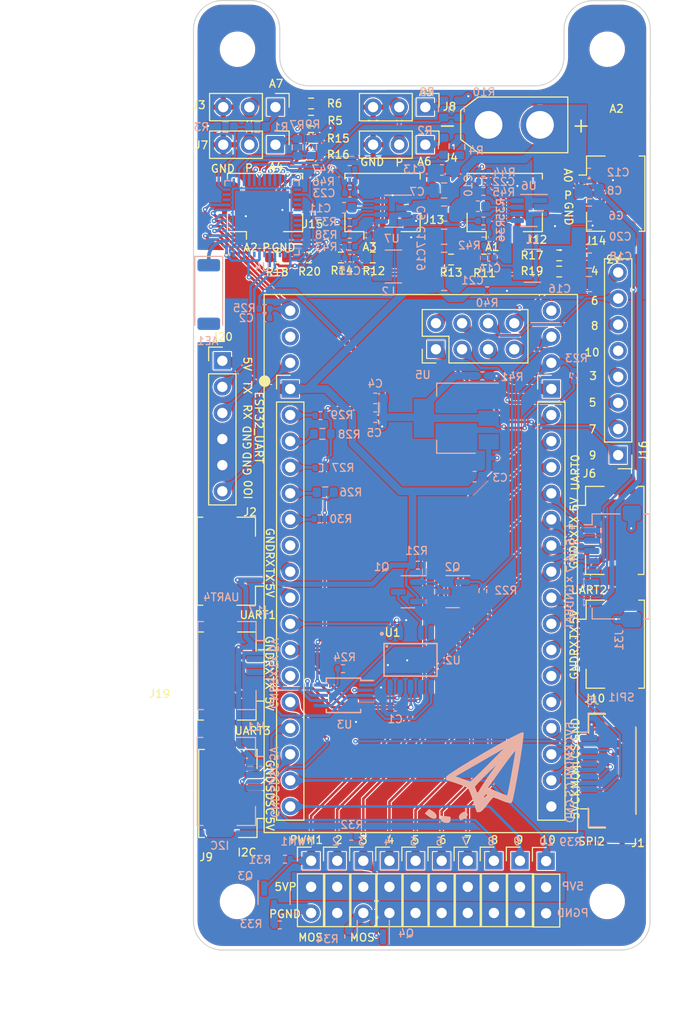
<source format=kicad_pcb>
(kicad_pcb (version 20211014) (generator pcbnew)
  (layers (0 "F.Cu" signal) (1 "In1.Cu" signal) (2 "In2.Cu" signal) (31 "B.Cu" signal) (34 "B.Paste" user) (35 "F.Paste" user) (36 "B.SilkS" user "B.Silkscreen") (37 "F.SilkS" user "F.Silkscreen") (38 "B.Mask" user) (39 "F.Mask" user) (44 "Edge.Cuts" user))
  (net 0 "")
  (net 1 "/esp32_wifi/ESP32_ANT")
  (net 2 "Net-(C1-Pad1)")
  (net 3 "GND")
  (net 4 "/WENABLE")
  (net 5 "+5V")
  (net 6 "+3V3")
  (net 7 "GNDPWR")
  (net 8 "+BATT")
  (net 9 "Net-(C10-Pad2)")
  (net 10 "Net-(C11-Pad2)")
  (net 11 "Net-(C14-Pad1)")
  (net 12 "Net-(C14-Pad2)")
  (net 13 "Net-(C15-Pad1)")
  (net 14 "Net-(C15-Pad2)")
  (net 15 "+5VP")
  (net 16 "Net-(C22-Pad1)")
  (net 17 "Net-(C23-Pad1)")
  (net 18 "/U1_TX")
  (net 19 "/U1_RX")
  (net 20 "Net-(J3-Pad1)")
  (net 21 "/ADC_PWR1")
  (net 22 "Net-(J4-Pad1)")
  (net 23 "/U0_TX")
  (net 24 "/U0_RX")
  (net 25 "Net-(J7-Pad1)")
  (net 26 "Net-(J8-Pad1)")
  (net 27 "/SCL")
  (net 28 "/SDA")
  (net 29 "/U2_TX")
  (net 30 "/U2_RX")
  (net 31 "/ADC_PWR2")
  (net 32 "Net-(J16-Pad1)")
  (net 33 "Net-(J16-Pad2)")
  (net 34 "Net-(J16-Pad3)")
  (net 35 "Net-(J16-Pad4)")
  (net 36 "Net-(J16-Pad5)")
  (net 37 "Net-(J16-Pad6)")
  (net 38 "Net-(J16-Pad7)")
  (net 39 "Net-(J16-Pad8)")
  (net 40 "/U4_TX_OUT")
  (net 41 "/U4_RX_OUT")
  (net 42 "/U3_TX")
  (net 43 "/U3_RX")
  (net 44 "/ESP32_RX")
  (net 45 "/ESP32_TX")
  (net 46 "/ESP32_IO0")
  (net 47 "/power/PWM1")
  (net 48 "Net-(J21-Pad3)")
  (net 49 "/power/PWM3")
  (net 50 "Net-(J22-Pad3)")
  (net 51 "/power/PWM2")
  (net 52 "/PWM8")
  (net 53 "/PWM9")
  (net 54 "/PWM10")
  (net 55 "Net-(Q2-Pad3)")
  (net 56 "Net-(U2-Pad4)")
  (net 57 "/EXT_UART_EN")
  (net 58 "/ADC0")
  (net 59 "/ADC2")
  (net 60 "/ADC1")
  (net 61 "/ADC3")
  (net 62 "/ADC4")
  (net 63 "/ADC6")
  (net 64 "/ADC5")
  (net 65 "/ADC7")
  (net 66 "+3.3VP")
  (net 67 "/UART4_SW")
  (net 68 "Net-(R24-Pad2)")
  (net 69 "/SD1_D0")
  (net 70 "/SD1_D1")
  (net 71 "/SD1_D2")
  (net 72 "/SD1_D3")
  (net 73 "/SD1_CMD")
  (net 74 "Net-(R35-Pad1)")
  (net 75 "Net-(R37-Pad1)")
  (net 76 "Net-(R42-Pad1)")
  (net 77 "Net-(R43-Pad1)")
  (net 78 "/SD1_CLK")
  (net 79 "/USB_DP")
  (net 80 "/USB_DN")
  (net 81 "/CSN2")
  (net 82 "/MOSI")
  (net 83 "/SCLK")
  (net 84 "/MISO")
  (net 85 "/CSN1")
  (net 88 "/U4_TX")
  (net 89 "/U4_RX")
  (net 90 "/esp32_wifi/ADC9")
  (net 91 "/esp32_wifi/ADC10")
  (net 92 "/esp32_wifi/ADC8")
  (net 101 "/WREST2")
  (net 103 "/esp32_wifi/EXT_IO4")
  (net 104 "/esp32_wifi/EXT_IO1")
  (net 105 "/esp32_wifi/EXT_IO3")
  (net 106 "/esp32_wifi/EXT_IO2")
  (net 111 "Net-(J12-Pad1)")
  (net 112 "Net-(J13-Pad1)")
  (net 113 "Net-(J14-Pad1)")
  (net 114 "Net-(J15-Pad1)")
  (net 115 "/PWM5")
  (net 116 "/PWM6")
  (net 117 "/PWM7")
  (net 119 "/PWM4")
  (footprint "Resistor_SMD:R_0603_1608Metric" (layer "F.Cu") (at 69.3928 71.628 180)
    (fp_text reference "R20")
    (fp_text value "NC")
  )
  (footprint "Connector_PinHeader_2.54mm:PinHeader_1x03_P2.54mm_Vertical" (layer "F.Cu") (at 92.456 130.3886)
    (fp_text reference "J30" hide)
    (fp_text value "Conn_01x03")
  )
  (footprint "MountingHole:MountingHole_3.2mm_M3" (layer "F.Cu") (at 62.4332 51.3588)
    (fp_text reference "H4" hide)
    (fp_text value "MountingHole")
  )
  (footprint "Connector_PinHeader_2.54mm:PinHeader_1x03_P2.54mm_Vertical" (layer "F.Cu") (at 79.756 130.3528)
    (fp_text reference "J26" hide)
    (fp_text value "Conn_01x03")
  )
  (footprint "Connector_PinHeader_2.54mm:PinHeader_1x03_P2.54mm_Vertical" (layer "F.Cu") (at 87.376 130.3528)
    (fp_text reference "J28" hide)
    (fp_text value "Conn_01x03")
  )
  (footprint "Connector_PinHeader_2.54mm:PinHeader_1x08_P2.54mm_Vertical" (layer "F.Cu") (at 99.4664 90.8662 180)
    (fp_text reference "J16")
    (fp_text value "Conn_01x08")
  )
  (footprint "Connector_PinHeader_2.54mm:PinHeader_1x03_P2.54mm_Vertical" (layer "F.Cu") (at 72.136 130.3528)
    (fp_text reference "J23" hide)
    (fp_text value "Conn_01x03")
  )
  (footprint "Connector_PinHeader_2.54mm:PinHeader_1x03_P2.54mm_Vertical" (layer "F.Cu") (at 80.7062 56.9976 -90)
    (fp_text reference "J8")
    (fp_text value "Conn_01x03")
  )
  (footprint "Resistor_SMD:R_0603_1608Metric" (layer "F.Cu") (at 93.726 72.9996 180)
    (fp_text reference "R19")
    (fp_text value "NC")
  )
  (footprint "Resistor_SMD:R_0603_1608Metric" (layer "F.Cu") (at 72.4916 71.628)
    (fp_text reference "R14")
    (fp_text value "NC")
  )
  (footprint "Connector_PinHeader_2.54mm:PinHeader_1x03_P2.54mm_Vertical" (layer "F.Cu") (at 74.676 130.3528)
    (fp_text reference "J22" hide)
    (fp_text value "Conn_01x03")
  )
  (footprint "MountingHole:MountingHole_3.2mm_M3" (layer "F.Cu") (at 98.3996 51.3588)
    (fp_text reference "H3" hide)
    (fp_text value "MountingHole")
  )
  (footprint "Resistor_SMD:R_0603_1608Metric" (layer "F.Cu") (at 83.2104 71.8312)
    (fp_text reference "R13")
    (fp_text value "NC")
  )
  (footprint "Resistor_SMD:R_0603_1608Metric" (layer "F.Cu") (at 93.726 71.4248)
    (fp_text reference "R17")
    (fp_text value "0R")
  )
  (footprint "Connector_Molex:Molex_CLIK-Mate_502382-0470_1x04-1MP_P1.25mm_Vertical" (layer "F.Cu") (at 98.4052 109.2708 -90)
    (fp_text reference "J10")
    (fp_text value "Conn_01x04_MountingPin")
  )
  (footprint "Connector_Molex:Molex_CLIK-Mate_502382-0470_1x04-1MP_P1.25mm_Vertical" (layer "F.Cu") (at 62.2752 123.7996 90)
    (fp_text reference "J9")
    (fp_text value "Conn_01x04_MountingPin")
  )
  (footprint "Connector_Molex:Molex_CLIK-Mate_502382-0470_1x04-1MP_P1.25mm_Vertical" (layer "F.Cu") (at 98.3544 98.1964 -90)
    (fp_text reference "J6")
    (fp_text value "Conn_01x04_MountingPin")
  )
  (footprint "Resistor_SMD:R_0603_1608Metric" (layer "F.Cu") (at 66.3448 71.628 180)
    (fp_text reference "R18")
    (fp_text value "0R")
  )
  (footprint "Resistor_SMD:R_0603_1608Metric" (layer "F.Cu") (at 86.4108 71.8312)
    (fp_text reference "R11")
    (fp_text value "0R")
  )
  (footprint "Connector_Molex:Molex_CLIK-Mate_502382-0370_1x03-1MP_P1.25mm_Vertical" (layer "F.Cu") (at 65.1129 67.056)
    (fp_text reference "J15")
    (fp_text value "Conn_01x03_MountingPin")
  )
  (footprint "Resistor_SMD:R_0603_1608Metric" (layer "F.Cu") (at 69.596 58.3184)
    (fp_text reference "R5")
    (fp_text value "0R")
  )
  (footprint "Connector_PinHeader_2.54mm:PinHeader_1x06_P2.54mm_Vertical" (layer "F.Cu") (at 60.96 81.6864)
    (fp_text reference "J20")
    (fp_text value "Conn_01x06")
  )
  (footprint "Connector_PinHeader_2.54mm:PinHeader_1x03_P2.54mm_Vertical" (layer "F.Cu") (at 80.7062 60.6552 -90)
    (fp_text reference "J4")
    (fp_text value "Conn_01x03")
  )
  (footprint "Resistor_SMD:R_0603_1608Metric" (layer "F.Cu") (at 75.5904 71.628)
    (fp_text reference "R12")
    (fp_text value "0R")
  )
  (footprint "Connector_PinHeader_2.54mm:PinHeader_1x03_P2.54mm_Vertical" (layer "F.Cu") (at 82.296 130.3528)
    (fp_text reference "J27" hide)
    (fp_text value "Conn_01x03")
  )
  (footprint "ic_footprint:Flight_Core" (layer "F.Cu") (at 54.864 109.8296)
    (fp_text reference "U1")
    (fp_text value "v3s_flight_controller")
  )
  (footprint "Connector_Molex:Molex_CLIK-Mate_502382-0470_1x04-1MP_P1.25mm_Vertical" (layer "F.Cu") (at 62.1792 112.3696 90)
    (fp_text reference "J19")
    (fp_text value "Conn_01x04_MountingPin")
  )
  (footprint "MountingHole:MountingHole_3.2mm_M3" (layer "F.Cu") (at 62.4332 134.3152)
    (fp_text reference "H2" hide)
    (fp_text value "MountingHole")
  )
  (footprint "Connector_PinHeader_2.54mm:PinHeader_1x03_P2.54mm_Vertical" (layer "F.Cu") (at 66.1266 56.9976 -90)
    (fp_text reference "J3")
    (fp_text value "Conn_01x03")
  )
  (footprint "Connector_AMASS:AMASS_XT30U-M_1x02_P5.0mm_Vertical" (layer "F.Cu") (at 86.8572 58.7248)
    (fp_text reference "J18" hide)
    (fp_text value "Conn_01x02")
  )
  (footprint "Connector_PinHeader_2.54mm:PinHeader_1x03_P2.54mm_Vertical" (layer "F.Cu") (at 77.216 130.3528)
    (fp_text reference "J24" hide)
    (fp_text value "Conn_01x03")
  )
  (footprint "Connector_PinHeader_2.54mm:PinHeader_1x03_P2.54mm_Vertical" (layer "F.Cu") (at 66.1266 60.6552 -90)
    (fp_text reference "J7")
    (fp_text value "Conn_01x03")
  )
  (footprint "Connector_PinHeader_2.54mm:PinHeader_1x03_P2.54mm_Vertical" (layer "F.Cu") (at 84.836 130.3528)
    (fp_text reference "J25" hide)
    (fp_text value "Conn_01x03")
  )
  (footprint "Connector_Molex:Molex_CLIK-Mate_502382-0370_1x03-1MP_P1.25mm_Vertical" (layer "F.Cu") (at 76.5429 67.056)
    (fp_text reference "J13")
    (fp_text value "Conn_01x03_MountingPin")
  )
  (footprint "Connector_PinHeader_2.54mm:PinHeader_1x03_P2.54mm_Vertical" (layer "F.Cu") (at 69.596 130.3528)
    (fp_text reference "J21" hide)
    (fp_text value "Conn_01x03")
  )
  (footprint "Connector_Molex:Molex_CLIK-Mate_502382-0470_1x04-1MP_P1.25mm_Vertical" (layer "F.Cu") (at 62.1228 101.1936 90)
    (fp_text reference "J2")
    (fp_text value "Conn_01x04_MountingPin")
  )
  (footprint "Connector_PinHeader_2.54mm:PinHeader_1x03_P2.54mm_Vertical" (layer "F.Cu") (at 89.916 130.3528)
    (fp_text reference "J29" hide)
    (fp_text value "Conn_01x03")
  )
  (footprint "MountingHole:MountingHole_3.2mm_M3" (layer "F.Cu") (at 98.3996 134.3152)
    (fp_text reference "H1" hide)
    (fp_text value "MountingHole")
  )
  (footprint "Resistor_SMD:R_0603_1608Metric" (layer "F.Cu") (at 69.596 61.6204)
    (fp_text reference "R16")
    (fp_text value "0R")
  )
  (footprint "Resistor_SMD:R_0603_1608Metric" (layer "F.Cu") (at 69.596 56.642)
    (fp_text reference "R6")
    (fp_text value "NC")
  )
  (footprint "Connector_Molex:Molex_CLIK-Mate_502386-0670_1x06-1MP_P1.25mm_Horizontal" (layer "F.Cu") (at 98.5012 121.6152 90)
    (fp_text reference "J1")
    (fp_text value "Conn_01x06_MountingPin")
  )
  (footprint "Connector_Molex:Molex_CLIK-Mate_502382-0370_1x03-1MP_P1.25mm_Vertical" (layer "F.Cu") (at 88.4301 67.056)
    (fp_text reference "J12")
    (fp_text value "Conn_01x03_MountingPin")
  )
  (footprint "Connector_Molex:Molex_CLIK-Mate_502382-0370_1x03-1MP_P1.25mm_Vertical" (layer "F.Cu") (at 98.4504 65.4177 -90)
    (fp_text reference "J14")
    (fp_text value "Conn_01x03_MountingPin")
  )
  (footprint "Resistor_SMD:R_0603_1608Metric" (layer "F.Cu") (at 69.596 59.9948)
    (fp_text reference "R15")
    (fp_text value "NC")
  )
  (footprint "Package_TO_SOT_SMD:SOT-23" (layer "B.Cu") (at 75.6412 136.8044 90)
    (fp_text reference "Q4")
    (fp_text value "AO3400A")
  )
  (footprint "Capacitor_SMD:C_0805_2012Metric" (layer "B.Cu") (at 82.5348 69.61044 180)
    (fp_text reference "C17")
    (fp_text value "22uF")
  )
  (footprint "Resistor_SMD:R_0402_1005Metric" (layer "B.Cu") (at 86.3622 65.197714)
    (fp_text reference "R45")
    (fp_text value "13.7K")
  )
  (footprint "Resistor_SMD:R_0402_1005Metric" (layer "B.Cu") (at 86.934 70.453942 180)
    (fp_text reference "R42")
    (fp_text value "10R")
  )
  (footprint "Resistor_SMD:R_0402_1005Metric" (layer "B.Cu") (at 86.3001 104.1044 -90)
    (fp_text reference "R22")
    (fp_text value "10K")
  )
  (footprint "Resistor_SMD:R_0603_1608Metric" (layer "B.Cu") (at 83.9724 57.1886 -90)
    (fp_text reference "R10")
    (fp_text value "NC")
  )
  (footprint "Capacitor_SMD:C_0603_1608Metric" (layer "B.Cu") (at 85.4964 92.964 180)
    (fp_text reference "C3")
    (fp_text value "10uF")
  )
  (footprint "Resistor_SMD:R_0603_1608Metric" (layer "B.Cu") (at 82.4992 60.8076 90)
    (fp_text reference "R2")
    (fp_text value "0R")
  )
  (footprint "Resistor_SMD:R_0603_1608Metric" (layer "B.Cu") (at 64.3636 58.928)
    (fp_text reference "R1")
    (fp_text value "0R")
  )
  (footprint "Capacitor_SMD:C_0805_2012Metric" (layer "B.Cu") (at 82.5348 65.11116)
    (fp_text reference "C7")
    (fp_text value "22uF")
  )
  (footprint "Capacitor_SMD:C_0603_1608Metric" (layer "B.Cu") (at 82.3148 63.11152 180)
    (fp_text reference "C13")
    (fp_text value "1uF")
  )
  (footprint "Capacitor_SMD:C_0603_1608Metric" (layer "B.Cu") (at 85.8122 66.641771)
    (fp_text reference "C10")
    (fp_text value "1uF")
  )
  (footprint "Resistor_SMD:R_0402_1005Metric" (layer "B.Cu") (at 70.5104 92.1004)
    (fp_text reference "R27")
    (fp_text value "10K")
  )
  (footprint "Capacitor_SMD:C_0402_1005Metric" (layer "B.Cu") (at 86.9032 71.628 180)
    (fp_text reference "C14")
    (fp_text value "0.1uF")
  )
  (footprint "Package_TO_SOT_SMD:SOT-223-3_TabPin2" (layer "B.Cu") (at 83.7184 87.2744 180)
    (fp_text reference "U5")
    (fp_text value "AMS1117-3.3")
  )
  (footprint "Capacitor_SMD:C_0402_1005Metric" (layer "B.Cu") (at 86.36 64.262 180)
    (fp_text reference "C22")
    (fp_text value "220pF")
  )
  (footprint "Connector_Molex:Molex_CLIK-Mate_502382-0470_1x04-1MP_P1.25mm_Vertical" (layer "B.Cu") (at 62.1284 122.6312 -90)
    (fp_text reference "J11")
    (fp_text value "Conn_01x04_MountingPin")
  )
  (footprint "Connector_Molex:Molex_CLIK-Mate_502382-0470_1x04-1MP_P1.25mm_Vertical" (layer "B.Cu") (at 62.1792 111.3536 -90)
    (fp_text reference "J17")
    (fp_text value "Conn_01x04_MountingPin")
  )
  (footprint "Capacitor_SMD:C_0805_2012Metric" (layer "B.Cu") (at 82.5348 71.86008 180)
    (fp_text reference "C19")
    (fp_text value "22uF")
  )
  (footprint "Resistor_SMD:R_0603_1608Metric" (layer "B.Cu") (at 61.2648 58.928)
    (fp_text reference "R3")
    (fp_text value "NC")
  )
  (footprint "Resistor_SMD:R_0402_1005Metric" (layer "B.Cu") (at 72.6948 111.6584 180)
    (fp_text reference "R24")
    (fp_text value "10K")
  )
  (footprint "Resistor_SMD:R_0402_1005Metric" (layer "B.Cu") (at 86.36 63.3476 180)
    (fp_text reference "R44")
    (fp_text value "100K")
  )
  (footprint "Capacitor_SMD:C_0402_1005Metric" (layer "B.Cu") (at 65.0748 77.5208 180)
    (fp_text reference "C2")
    (fp_text value "0.1uF")
  )
  (footprint "Resistor_SMD:R_0603_1608Metric" (layer "B.Cu") (at 82.4992 57.1886 90)
    (fp_text reference "R8")
    (fp_text value "0R")
  )
  (footprint "Capacitor_SMD:C_0603_1608Metric" (layer "B.Cu") (at 96.6437 63.459 180)
    (fp_text reference "C12")
    (fp_text value "1uF")
  )
  (footprint "Resistor_SMD:R_0402_1005Metric" (layer "B.Cu") (at 97.1296 128.6256 -90)
    (fp_text reference "R39")
    (fp_text value "0R")
  )
  (footprint "Capacitor_SMD:C_0402_1005Metric" (layer "B.Cu") (at 73.368 71.69672 180)
    (fp_text reference "C15")
    (fp_text value "0.1uF")
  )
  (footprint "Capacitor_SMD:C_0805_2012Metric" (layer "B.Cu") (at 96.6216 74.2188 180)
    (fp_text reference "C16")
    (fp_text value "22uF")
  )
  (footprint "RF_Antenna:Johanson_2450AT43F0100" (layer "B.Cu") (at 59.6392 75.2348 -90)
    (fp_text reference "AE1")
    (fp_text value "Antenna")
  )
  (footprint "Resistor_SMD:R_0402_1005Metric" (layer "B.Cu") (at 65.0728 76.6064)
    (fp_text reference "R25")
    (fp_text value "10K")
  )
  (footprint "Capacitor_SMD:C_0805_2012Metric" (layer "B.Cu") (at 96.6216 67.3632 180)
    (fp_text reference "C6")
    (fp_text value "22uF")
  )
  (footprint "Resistor_SMD:R_0402_1005Metric" (layer "B.Cu") (at 70.4088 97.0788)
    (fp_text reference "R30")
    (fp_text value "10K")
  )
  (footprint "Resistor_SMD:R_0603_1608Metric" (layer "B.Cu") (at 69.596 60.9092 -90)
    (fp_text reference "R9")
    (fp_text value "NC")
  )
  (footprint "Inductor_SMD:L_Abracon_ASPI-3012S" (layer "B.Cu") (at 77.6072 72.50952)
    (fp_text reference "L2")
    (fp_text value "3.3uH")
  )
  (footprint "Package_TO_SOT_SMD:TSOT-23-8" (layer "B.Cu") (at 77.5564 67.12472 180)
    (fp_text reference "U7")
    (fp_text value "MP2236GJ-P")
  )
  (footprint "Resistor_SMD:R_0402_1005Metric" (layer "B.Cu") (at 86.3622 69.269885)
    (fp_text reference "R36")
    (fp_text value "130K")
  )
  (footprint "Resistor_SMD:R_0603_1608Metric" (layer "B.Cu") (at 70.6876 88.7984)
    (fp_text reference "R28")
    (fp_text value "NC")
  )
  (footprint "Resistor_SMD:R_0402_1005Metric" (layer "B.Cu") (at 70.5104 87.0204)
    (fp_text reference "R29")
    (fp_text value "10K")
  )
  (footprint "Capacitor_SMD:C_0603_1608Metric" (layer "B.Cu") (at 72.798 66.791862)
    (fp_text reference "C11")
    (fp_text value "1uF")
  )
  (footprint "Resistor_SMD:R_0402_1005Metric" (layer "B.Cu") (at 66.548 136.6012 180)
    (fp_text reference "R33")
    (fp_text value "short")
  )
  (footprint "Resistor_SMD:R_0402_1005Metric" (layer "B.Cu") (at 73.348 68.215576 180)
    (fp_text reference "R37")
    (fp_text value "300K")
  )
  (footprint "Package_DFN_QFN:QFN-48-1EP_7x7mm_P0.5mm_EP5.3x5.3mm" (layer "B.Cu") (at 64.8196 67.7628)
    (fp_text reference "U4")
    (fp_text value "ESP32-PICO-D4")
  )
  (footprint "Package_TO_SOT_SMD:SOT-23" (layer "B.Cu") (at 83.3553 104.1552 180)
    (fp_text reference "Q2")
    (fp_text value "AO3400A")
  )
  (footprint "Resistor_SMD:R_0402_1005Metric" (layer "B.Cu") (at 73.5076 127.9652)
    (fp_text reference "R32")
    (fp_text value "10K")
  )
  (footprint "Resistor_SMD:R_0603_1608Metric" (layer "B.Cu") (at 84.0232 60.8584 -90)
    (fp_text reference "R4")
    (fp_text value "NC")
  )
  (footprint "Resistor_SMD:R_0402_1005Metric" (layer "B.Cu") (at 86.7176 74.8792)
    (fp_text reference "R40")
    (fp_text value "NC")
  )
  (footprint "Capacitor_SMD:C_0805_2012Metric" (layer "B.Cu") (at 96.6437 65.1862)
    (fp_text reference "C8")
    (fp_text value "22uF")
  )
  (footprint "Capacitor_SMD:C_0402_1005Metric" (layer "B.Cu") (at 77.7748 115.4176)
    (fp_text reference "C1")
    (fp_text value "0.1uF")
  )
  (footprint "Resistor_SMD:R_0402_1005Metric" (layer "B.Cu") (at 79.9748 101.5796)
    (fp_text reference "R21")
    (fp_text value "10K")
  )
  (footprint "Resistor_SMD:R_0402_1005Metric" (layer "B.Cu") (at 73.348 70.543004 180)
    (fp_text reference "R43")
    (fp_text value "10R")
  )
  (footprint "Capacitor_SMD:C_0805_2012Metric" (layer "B.Cu") (at 96.6216 71.9336 180)
    (fp_text reference "C18")
    (fp_text value "22uF")
  )
  (footprint "Package_TO_SOT_SMD:SOT-23" (layer "B.Cu") (at 65.9892 133.9596 -90)
    (fp_text reference "Q3")
    (fp_text value "AO3400A")
  )
  (footprint "Inductor_SMD:L_Abracon_ASPI-3012S" (layer "B.Cu") (at 91.1222 72.4408)
    (fp_text reference "L1")
    (fp_text value "3.3uH")
  )
  (footprint "Resistor_SMD:R_0402_1005Metric" (layer "B.Cu") (at 73.2536 137.7188 90)
    (fp_text reference "R34")
    (fp_text value "short")
  )
  (footprint "Capacitor_SMD:C_0805_2012Metric" (layer "B.Cu") (at 82.5348 67.3608 180)
    (fp_text reference "C9")
    (fp_text value "22uF")
  )
  (footprint "Resistor_SMD:R_0402_1005Metric" (layer "B.Cu") (at 73.348 69.37929 180)
    (fp_text reference "R38")
    (fp_text value "130K")
  )
  (footprint "Package_TO_SOT_SMD:TSOT-23-8" (layer "B.Cu") (at 90.7818 67.056 180)
    (fp_text reference "U6")
    (fp_text value "MP2236GJ-P")
  )
  (footprint "Resistor_SMD:R_0402_1005Metric" (layer "B.Cu") (at 67.056 130.2004)
    (fp_text reference "R31")
    (fp_text value "10K")
  )
  (footprint "Resistor_SMD:R_0402_1005Metric" (layer "B.Cu") (at 86.3622 68.085828 180)
    (fp_text reference "R35")
    (fp_text value "300K")
  )
  (footprint "Connector_Molex:Molex_Pico-Clasp_202396-0807_1x08-1MP_P1.00mm_Horizontal" (layer "B.Cu") (at 98.918192 101.7016 -90)
    (fp_text reference "J31")
    (fp_text value "Conn_01x08_MountingPin")
  )
  (footprint "Capacitor_SMD:C_0805_2012Metric" (layer "B.Cu") (at 96.6216 69.6484 180)
    (fp_text reference "C20")
    (fp_text value "22uF")
  )
  (footprint "Resistor_SMD:R_0603_1608Metric" (layer "B.Cu") (at 68.2752 60.9092 90)
    (fp_text reference "R7")
    (fp_text value "0R")
  )
  (footprint "Capacitor_SMD:C_0402_1005Metric" (layer "B.Cu") (at 73.368 65.378148 180)
    (fp_text reference "C23")
    (fp_text value "220pF")
  )
  (footprint "Resistor_SMD:R_0402_1005Metric" (layer "B.Cu") (at 86.2584 83.1596 180)
    (fp_text reference "R41")
    (fp_text value "NC")
  )
  (footprint "Resistor_SMD:R_0402_1005Metric" (layer "B.Cu") (at 73.348 64.224434 180)
    (fp_text reference "R46")
    (fp_text value "100K")
  )
  (footprint "Resistor_SMD:R_0402_1005Metric" (layer "B.Cu") (at 73.348 63.06072)
    (fp_text reference "R47")
    (fp_text value "13.7K")
  )
  (footprint "Package_TO_SOT_SMD:SOT-23" (layer "B.Cu") (at 79.0096 104.1704 180)
    (fp_text reference "Q1")
    (fp_text value "AO3401A")
  )
  (footprint "ic_footprint:SSOP-10_L5.0-W3.9-P1.00-LS6.0-BL-EP" (layer "B.Cu") (at 79.2666 110.7948)
    (fp_text reference "U2")
    (fp_text value "CH342K")
  )
  (footprint "Package_SO:MSOP-10_3x3mm_P0.5mm" (layer "B.Cu") (at 72.7456 114.2492 180)
    (fp_text reference "U3")
    (fp_text value "CH442E")
  )
  (footprint "Capacitor_SMD:C_0805_2012Metric" (layer "B.Cu") (at 82.5348 74.10972 180)
    (fp_text reference "C21")
    (fp_text value "22uF")
  )
  (footprint "Connector_Molex:Molex_CLIK-Mate_502386-0670_1x06-1MP_P1.25mm_Horizontal" (layer "B.Cu") (at 98.4504 121.5136 -90)
    (fp_text reference "J5")
    (fp_text value "Conn_01x06_MountingPin")
  )
  (footprint "Resistor_SMD:R_0402_1005Metric" (layer "B.Cu") (at 95.1484 83.1596 90)
    (fp_text reference "R23")
    (fp_text value "10K")
  )
  (footprint "Capacitor_SMD:C_0603_1608Metric" (layer "B.Cu") (at 75.835742 87.1728 180)
    (fp_text reference "C5")
    (fp_text value "0.1uF")
  )
  (footprint "Resistor_SMD:R_0603_1608Metric" (layer "B.Cu") (at 70.9676 94.488)
    (fp_text reference "R26")
    (fp_text value "NC")
  )
  (footprint "Capacitor_SMD:C_0603_1608Metric" (layer "B.Cu") (at 75.835742 85.344 180)
    (fp_text reference "C4")
    (fp_text value "10uF")
  )
  (gr_poly (pts (xy 84.570719 125.635652) (xy 84.594369 125.639974) (xy 84.61662 125.647362) (xy 84.637302 125.657967) (xy 84.657516 125.671237) (xy 84.676001 125.684975) (xy 84.692764 125.699154) (xy 84.707812 125.713752) (xy 84.721154 125.728744) (xy 84.732797 125.744105) (xy 84.74275 125.759812) (xy 84.751019 125.77584) (xy 84.757613 125.792165) (xy 84.762539 125.808763) (xy 84.765806 125.825609) (xy 84.76742 125.842681) (xy 84.767391 125.859952) (xy 84.765725 125.8774) (xy 84.762431 125.894999) (xy 84.757516 125.912726) (xy 84.750987 125.930557) (xy 84.742854 125.948467) (xy 84.733123 125.966432) (xy 84.721803 125.984428) (xy 84.7089 126.00243) (xy 84.694424 126.020416) (xy 84.678381 126.038359) (xy 84.66078 126.056237) (xy 84.641628 126.074024) (xy 84.620933 126.091697) (xy 84.598703 126.109232) (xy 84.574946 126.126604) (xy 84.549669 126.143789) (xy 84.522881 126.160763) (xy 84.494588 126.177502) (xy 84.464799 126.193982) (xy 84.156934 126.358747) (xy 84.04367 126.175484) (xy 84.033632 126.155602) (xy 84.027144 126.13447) (xy 84.024038 126.112239) (xy 84.024142 126.089057) (xy 84.027285 126.065072) (xy 84.033297 126.040433) (xy 84.042007 126.01529) (xy 84.053244 125.989791) (xy 84.066838 125.964085) (xy 84.082618 125.938321) (xy 84.100413 125.912647) (xy 84.120052 125.887213) (xy 84.141366 125.862167) (xy 84.164182 125.837657) (xy 84.188331 125.813834) (xy 84.213641 125.790845) (xy 84.239942 125.76884) (xy 84.267064 125.747966) (xy 84.294835 125.728374) (xy 84.323086 125.710212) (xy 84.351644 125.693629) (xy 84.38034 125.678773) (xy 84.409002 125.665793) (xy 84.437461 125.654839) (xy 84.465544 125.646058) (xy 84.493083 125.6396) (xy 84.519905 125.635614) (xy 84.545841 125.634249)) (layer "B.SilkS") (width 0.12) (fill solid))
  (gr_poly (pts (xy 90.197778 117.90825) (xy 90.210073 118.00454) (xy 90.197089 118.229348) (xy 90.107484 118.991559) (xy 89.953365 120.048967) (xy 89.759135 121.255655) (xy 89.549196 122.465709) (xy 89.347951 123.533211) (xy 89.179803 124.312247) (xy 89.115765 124.547991) (xy 89.069153 124.6569) (xy 89.062189 124.662867) (xy 89.053361 124.667921) (xy 89.042726 124.672076) (xy 89.030339 124.675344) (xy 89.016256 124.677738) (xy 89.000533 124.679271) (xy 88.964391 124.679804) (xy 88.922357 124.677043) (xy 88.874879 124.671092) (xy 88.822402 124.662052) (xy 88.765373 124.650024) (xy 88.704237 124.635111) (xy 88.639442 124.617413) (xy 88.571434 124.597034) (xy 88.500657 124.574074) (xy 88.42756 124.548635) (xy 88.352587 124.520819) (xy 88.276186 124.490728) (xy 88.198802 124.458463) (xy 88.044976 124.393563) (xy 87.896787 124.333018) (xy 87.757814 124.278152) (xy 87.631634 124.23029) (xy 87.521826 124.190757) (xy 87.431968 124.160879) (xy 87.365639 124.14198) (xy 87.342415 124.137062) (xy 87.326416 124.135386) (xy 87.319661 124.13632) (xy 87.311665 124.139092) (xy 87.302466 124.143656) (xy 87.292105 124.149966) (xy 87.26806 124.167642) (xy 87.239855 124.191754) (xy 87.207812 124.221936) (xy 87.172256 124.25782) (xy 87.13351 124.299041) (xy 87.091899 124.345233) (xy 87.047746 124.39603) (xy 87.001375 124.451064) (xy 86.95311 124.50997) (xy 86.903275 124.572382) (xy 86.852194 124.637933) (xy 86.800191 124.706258) (xy 86.747589 124.776989) (xy 86.694713 124.84976) (xy 86.641335 124.922532) (xy 86.587262 124.993263) (xy 86.532867 125.061587) (xy 86.478524 125.127139) (xy 86.424607 125.189551) (xy 86.371488 125.248457) (xy 86.31954 125.303491) (xy 86.269139 125.354288) (xy 86.220656 125.40048) (xy 86.174465 125.441701) (xy 86.13094 125.477585) (xy 86.090454 125.507767) (xy 86.053381 125.531879) (xy 86.020093 125.549555) (xy 85.990965 125.560429) (xy 85.978077 125.563201) (xy 85.966369 125.564135) (xy 85.751052 125.564135) (xy 85.40096 124.492574) (xy 85.347429 124.333013) (xy 86.360166 124.333013) (xy 86.602128 124.132204) (xy 86.626399 124.111371) (xy 86.64925 124.090383) (xy 86.670594 124.069379) (xy 86.690344 124.048501) (xy 86.708414 124.027887) (xy 86.724716 124.00768) (xy 86.739164 123.988018) (xy 86.751672 123.969041) (xy 86.762151 123.950891) (xy 86.770516 123.933707) (xy 86.77668 123.917629) (xy 86.778909 123.910049) (xy 86.780555 123.902798) (xy 86.781608 123.895894) (xy 86.782056 123.889354) (xy 86.781888 123.883196) (xy 86.781094 123.877437) (xy 86.779663 123.872095) (xy 86.777584 123.867187) (xy 86.774846 123.862731) (xy 86.771439 123.858744) (xy 86.771439 123.858743) (xy 86.760573 123.849389) (xy 86.748677 123.841923) (xy 86.735843 123.836279) (xy 86.722158 123.83239) (xy 86.707715 123.830189) (xy 86.692603 123.829609) (xy 86.676912 123.830583) (xy 86.660732 123.833044) (xy 86.644154 123.836926) (xy 86.627267 123.84216) (xy 86.610162 123.848681) (xy 86.592929 123.856421) (xy 86.575658 123.865314) (xy 86.558439 123.875292) (xy 86.541362 123.886289) (xy 86.524518 123.898237) (xy 86.507996 123.911069) (xy 86.491887 123.92472) (xy 86.47628 123.939121) (xy 86.461267 123.954206) (xy 86.446936 123.969908) (xy 86.433379 123.98616) (xy 86.420686 124.002894) (xy 86.408945 124.020045) (xy 86.398249 124.037545) (xy 86.388686 124.055327) (xy 86.380347 124.073324) (xy 86.373322 124.091469) (xy 86.367701 124.109696) (xy 86.363575 124.127937) (xy 86.361033 124.146126) (xy 86.360166 124.164195) (xy 86.360166 124.333013) (xy 85.347429 124.333013) (xy 85.327658 124.27408) (xy 85.253519 124.06398) (xy 85.180577 123.867322) (xy 85.110867 123.68915) (xy 85.046422 123.534513) (xy 84.989277 123.408455) (xy 84.941466 123.316022) (xy 84.921697 123.283992) (xy 84.905023 123.262262) (xy 84.885054 123.244373) (xy 84.855613 123.223616) (xy 84.81728 123.200242) (xy 84.770636 123.174503) (xy 84.751955 123.164933) (xy 85.469799 123.164933) (xy 85.470525 123.171244) (xy 85.482149 123.195661) (xy 85.497237 123.230298) (xy 85.515158 123.273549) (xy 85.535276 123.323806) (xy 85.556958 123.379466) (xy 85.57957 123.438921) (xy 85.602478 123.500566) (xy 85.625049 123.562794) (xy 85.635864 123.592101) (xy 85.64658 123.619242) (xy 85.657234 123.644201) (xy 85.667862 123.666961) (xy 85.678503 123.687505) (xy 85.689192 123.705817) (xy 85.699969 123.721878) (xy 85.710868 123.735672) (xy 85.721928 123.747182) (xy 85.733186 123.756391) (xy 85.744679 123.763282) (xy 85.756443 123.767838) (xy 85.768517 123.770042) (xy 85.780936 123.769877) (xy 85.793739 123.767325) (xy 85.806963 123.762371) (xy 85.820643 123.754997) (xy 85.834819 123.745185) (xy 85.849526 123.732919) (xy 85.864802 123.718182) (xy 85.880684 123.700957) (xy 85.89721 123.681227) (xy 85.914415 123.658975) (xy 85.932338 123.634183) (xy 85.951015 123.606836) (xy 85.970484 123.576915) (xy 86.011945 123.509285) (xy 86.057018 123.431159) (xy 86.106 123.3424) (xy 86.153849 123.260655) (xy 86.719457 123.260655) (xy 87.690749 123.677344) (xy 87.886824 123.760237) (xy 88.071607 123.836) (xy 88.24092 123.903088) (xy 88.390586 123.959954) (xy 88.516429 124.005053) (xy 88.614269 124.036838) (xy 88.67993 124.053764) (xy 88.699388 124.056172) (xy 88.709234 124.054284) (xy 88.716053 124.039224) (xy 88.726625 124.002982) (xy 88.758138 123.871381) (xy 88.801992 123.668351) (xy 88.856403 123.40276) (xy 88.989764 122.719368) (xy 89.143958 121.892148) (xy 89.143958 121.892149) (xy 89.294573 121.050527) (xy 89.41819 120.327921) (xy 89.502033 119.801265) (xy 89.525046 119.63546) (xy 89.533325 119.547492) (xy 89.531573 119.538672) (xy 89.526198 119.535059) (xy 89.517291 119.53654) (xy 89.504943 119.543005) (xy 89.489241 119.55434) (xy 89.470278 119.570435) (xy 89.422925 119.616455) (xy 89.363605 119.680169) (xy 89.293038 119.760684) (xy 89.211944 119.857103) (xy 89.121045 119.968532) (xy 89.02106 120.094076) (xy 88.912711 120.232841) (xy 88.673801 120.546451) (xy 88.41008 120.902203) (xy 88.127311 121.292939) (xy 86.719457 123.260655) (xy 86.153849 123.260655) (xy 86.158578 123.252576) (xy 86.241395 123.120317) (xy 86.350222 122.951982) (xy 86.480834 122.753932) (xy 86.790502 122.294125) (xy 87.136582 121.791776) (xy 87.992373 120.563511) (xy 86.707984 121.821869) (xy 86.450935 122.076504) (xy 86.212983 122.317648) (xy 85.999202 122.539765) (xy 85.814669 122.737321) (xy 85.66446 122.904781) (xy 85.553649 123.036612) (xy 85.514604 123.087436) (xy 85.487312 123.127277) (xy 85.472408 123.155444) (xy 85.469799 123.164933) (xy 84.751955 123.164933) (xy 84.71626 123.146648) (xy 84.654733 123.11693) (xy 84.586635 123.0856) (xy 84.512545 123.052908) (xy 84.34871 122.984444) (xy 84.16787 122.913548) (xy 83.974664 122.842229) (xy 83.773733 122.772494) (xy 82.788289 122.441478) (xy 82.788289 122.220228) (xy 82.809045 122.182837) (xy 82.841747 122.151011) (xy 83.521004 122.151011) (xy 84.265896 122.416519) (xy 84.561601 122.520581) (xy 84.816089 122.607648) (xy 85.002224 122.668603) (xy 85.061179 122.68644) (xy 85.092871 122.694331) (xy 85.099358 122.692664) (xy 85.110278 122.68647) (xy 85.144946 122.660946) (xy 85.195938 122.618653) (xy 85.262319 122.560486) (xy 85.437502 122.400107) (xy 85.663008 122.186965) (xy 85.931348 121.928213) (xy 86.235035 121.631007) (xy 86.56658 121.302502) (xy 86.918496 120.949853) (xy 88.662039 119.193071) (xy 86.091521 120.672041) (xy 83.521004 122.151011) (xy 82.841747 122.151011) (xy 82.869566 122.123938) (xy 83.09944 121.947703) (xy 83.921247 121.404129) (xy 85.086245 120.686961) (xy 86.426967 119.893659) (xy 87.775948 119.121679) (xy 88.965721 118.46848) (xy 89.828819 118.031517) (xy 90.085533 117.924581) (xy 90.161022 117.904328)) (layer "B.SilkS") (width 0.12) (fill solid))
  (gr_poly (pts (xy 81.420198 125.589289) (xy 81.454283 125.611521) (xy 81.486628 125.634502) (xy 81.517214 125.658138) (xy 81.546021 125.682332) (xy 81.573029 125.70699) (xy 81.598217 125.732016) (xy 81.621565 125.757315) (xy 81.643054 125.78279) (xy 81.662663 125.808347) (xy 81.680373 125.83389) (xy 81.696162 125.859324) (xy 81.710012 125.884553) (xy 81.721901 125.909482) (xy 81.73181 125.934015) (xy 81.739719 125.958057) (xy 81.745607 125.981513) (xy 81.749454 126.004286) (xy 81.751241 126.026282) (xy 81.750948 126.047405) (xy 81.748553 126.06756) (xy 81.744037 126.086651) (xy 81.73738 126.104582) (xy 81.728563 126.121259) (xy 81.717563 126.136585) (xy 81.704363 126.150466) (xy 81.688941 126.162806) (xy 81.671277 126.173509) (xy 81.651352 126.182481) (xy 81.629145 126.189624) (xy 81.604636 126.194845) (xy 81.577805 126.198048) (xy 81.548632 126.199137) (xy 81.525867 126.197957) (xy 81.500603 126.194495) (xy 81.473105 126.188867) (xy 81.443638 126.18119) (xy 81.412466 126.171581) (xy 81.379853 126.160157) (xy 81.346064 126.147033) (xy 81.311364 126.132327) (xy 81.276017 126.116154) (xy 81.240288 126.098633) (xy 81.204441 126.079879) (xy 81.16874 126.060009) (xy 81.13345 126.039139) (xy 81.098837 126.017386) (xy 81.065163 125.994867) (xy 81.032694 125.971699) (xy 80.72454 125.744261) (xy 80.904261 125.561791) (xy 81.083982 125.37932)) (layer "B.SilkS") (width 0.12) (fill solid))
  (gr_poly (pts (xy 82.669227 126.069532) (xy 83.105789 126.119764) (xy 83.105789 126.344661) (xy 83.105233 126.367999) (xy 83.103561 126.390257) (xy 83.100767 126.411438) (xy 83.096848 126.431544) (xy 83.091799 126.450575) (xy 83.085614 126.468534) (xy 83.07829 126.485422) (xy 83.06982 126.501242) (xy 83.0602 126.515995) (xy 83.049426 126.529683) (xy 83.037492 126.542307) (xy 83.024394 126.55387) (xy 83.010127 126.564374) (xy 82.994685 126.573819) (xy 82.978065 126.582208) (xy 82.960261 126.589543) (xy 82.941269 126.595826) (xy 82.921083 126.601057) (xy 82.8997 126.60524) (xy 82.877113 126.608375) (xy 82.853318 126.610465) (xy 82.828311 126.611512) (xy 82.802086 126.611516) (xy 82.774639 126.610481) (xy 82.745964 126.608407) (xy 82.716058 126.605297) (xy 82.684915 126.601152) (xy 82.65253 126.595974) (xy 82.618898 126.589766) (xy 82.584016 126.582527) (xy 82.547877 126.574262) (xy 82.510477 126.56497) (xy 82.510477 126.564969) (xy 82.496236 126.560989) (xy 82.482177 126.556445) (xy 82.468315 126.551357) (xy 82.45467 126.545746) (xy 82.4281 126.533032) (xy 82.402607 126.518461) (xy 82.378336 126.50219) (xy 82.355428 126.484379) (xy 82.334026 126.465185) (xy 82.314272 126.444766) (xy 82.296308 126.423282) (xy 82.280278 126.400889) (xy 82.266323 126.377747) (xy 82.260168 126.365944) (xy 82.254585 126.354013) (xy 82.249593 126.341974) (xy 82.245209 126.329846) (xy 82.24145 126.317649) (xy 82.238335 126.305404) (xy 82.235881 126.293129) (xy 82.234106 126.280845) (xy 82.233028 126.268571) (xy 82.232664 126.256328) (xy 82.232664 126.0193)) (layer "B.SilkS") (width 0.12) (fill solid))
  (gr_line (start 69.442432 54.920007) (end 91.30317 54.927546) (layer "Edge.Cuts") (width 0.1))
  (gr_line (start 94.197602 52.179139) (end 94.19877 49.383145) (layer "Edge.Cuts") (width 0.1))
  (gr_line (start 66.546832 49.375606) (end 66.548 52.1716) (layer "Edge.Cuts") (width 0.1))
  (gr_arc (start 99.843942 46.627537) (mid 101.817602 47.505539) (end 102.592349 49.521969) (layer "Edge.Cuts") (width 0.1))
  (gr_arc (start 61.04603 139.0396) (mid 59.0296 138.264853) (end 58.151598 136.291193) (layer "Edge.Cuts") (width 0.1))
  (gr_arc (start 94.19877 49.383145) (mid 95.076772 47.409484) (end 97.093202 46.634738) (layer "Edge.Cuts") (width 0.1))
  (gr_arc (start 102.5652 136.144) (mid 101.790453 138.16043) (end 99.816793 139.038432) (layer "Edge.Cuts") (width 0.1))
  (gr_arc (start 94.197602 52.179139) (mid 93.3196 54.1528) (end 91.30317 54.927546) (layer "Edge.Cuts") (width 0.1))
  (gr_arc (start 63.6524 46.627199) (mid 65.66883 47.401946) (end 66.546832 49.375606) (layer "Edge.Cuts") (width 0.1))
  (gr_line (start 102.592349 49.521969) (end 102.5652 136.144) (layer "Edge.Cuts") (width 0.1))
  (gr_line (start 60.90166 46.619998) (end 63.6524 46.627199) (layer "Edge.Cuts") (width 0.1))
  (gr_arc (start 69.442432 54.920007) (mid 67.426002 54.14526) (end 66.548 52.1716) (layer "Edge.Cuts") (width 0.1))
  (gr_line (start 99.816793 139.038432) (end 61.04603 139.0396) (layer "Edge.Cuts") (width 0.1))
  (gr_line (start 58.151598 136.291193) (end 58.153253 49.51443) (layer "Edge.Cuts") (width 0.1))
  (gr_arc (start 58.153253 49.51443) (mid 58.928 47.498) (end 60.90166 46.619998) (layer "Edge.Cuts") (width 0.1))
  (gr_line (start 97.093202 46.634738) (end 99.843942 46.627537) (layer "Edge.Cuts") (width 0.1))
  (gr_text "6" (at 82.071431 128.4732) (layer "B.SilkS") (effects (font (size 0.762 0.762) (thickness 0.127)) (justify mirror)))
  (gr_text "6" (at 94.8436 100.9396 90) (layer "B.SilkS") (effects (font (size 0.762 0.762) (thickness 0.127)) (justify mirror)))
  (gr_text "RX" (at 65.9384 112.522 -90) (layer "B.SilkS") (effects (font (size 0.762 0.762) (thickness 0.127)) (justify mirror)))
  (gr_text "7" (at 84.590062 128.4732) (layer "B.SilkS") (effects (font (size 0.762 0.762) (thickness 0.127)) (justify mirror)))
  (gr_text "CK" (at 94.742 119.0244 90) (layer "B.SilkS") (effects (font (size 0.762 0.762) (thickness 0.127)) (justify mirror)))
  (gr_text "5V" (at 65.9384 119.9388 -90) (layer "B.SilkS") (effects (font (size 0.762 0.762) (thickness 0.127)) (justify mirror)))
  (gr_text "MO" (at 94.742 120.5992 90) (layer "B.SilkS") (effects (font (size 0.762 0.762) (thickness 0.127)) (justify mirror)))
  (gr_text "10" (at 92.508818 128.4732) (layer "B.SilkS") (effects (font (size 0.762 0.762) (thickness 0.127)) (justify mirror)))
  (gr_text "9" (at 89.627324 128.4732) (layer "B.SilkS") (effects (font (size 0.762 0.762) (thickness 0.127)) (justify mirror)))
  (gr_text "5" (at 94.8436 99.3648 90) (layer "B.SilkS") (effects (font (size 0.762 0.762) (thickness 0.127)) (justify mirror)))
  (gr_text "7" (at 94.8436 101.9556 90) (layer "B.SilkS") (effects (font (size 0.762 0.762) (thickness 0.127)) (justify mirror)))
  (gr_text "SC" (at 65.9892 121.5136 -90) (layer "B.SilkS") (effects (font (size 0.762 0.762) (thickness 0.127)) (justify mirror)))
  (gr_text "TX" (at 65.9384 110.998 -90) (layer "B.SilkS") (effects (font (size 0.762 0.762) (thickness 0.127)) (justify mirror)))
  (gr_text "GND" (at 94.7928 125.5268 90) (layer "B.SilkS") (effects (font (size 0.762 0.762) (thickness 0.127)) (justify mirror)))
  (gr_text "4" (at 77.034169 128.4732) (layer "B.SilkS") (effects (font (size 0.762 0.762) (thickness 0.127)) (justify mirror)))
  (gr_text "8" (at 87.108693 128.4732) (layer "B.SilkS") (effects (font (size 0.762 0.762) (thickness 0.127)) (justify mirror)))
  (gr_text "5V" (at 94.7928 117.5004 90) (layer "B.SilkS") (effects (font (size 0.762 0.762) (thickness 0.127)) (justify mirror)))
  (gr_text "PWM1" (at 68.226418 128.4732) (layer "B.SilkS") (effects (font (size 0.762 0.762) (thickness 0.127)) (justify mirror)))
  (gr_text "UART4" (at 60.8584 104.6988) (layer "B.SilkS") (effects (font (size 0.762 0.762) (thickness 0.127)) (justify mirror)))
  (gr_text "GND" (at 94.742 104.5972 90) (layer "B.SilkS") (effects (font (size 0.762 0.762) (thickness 0.127)) (justify mirror)))
  (gr_text "BAT" (at 94.6912 106.7816 90) (layer "B.SilkS") (effects (font (size 0.762 0.762) (thickness 0.127)) (justify mirror)))
  (gr_text "SD" (at 66.04 122.9868 -90) (layer "B.SilkS") (effects (font (size 0.762 0.762) (thickness 0.127)) (justify mirror)))
  (gr_text "2" (at 71.996907 128.4732) (layer "B.SilkS") (effects (font (size 0.762 0.762) (thickness 0.127)) (justify mirror)))
  (gr_text "MI" (at 94.742 121.8692 90) (layer "B.SilkS") (effects (font (size 0.762 0.762) (thickness 0.127)) (justify mirror)))
  (gr_text "CS" (at 94.7928 123.444 90) (layer "B.SilkS") (effects (font (size 0.762 0.762) (thickness 0.127)) (justify mirror)))
  (gr_text "GND" (at 66.04 125.0188 -90) (layer "B.SilkS") (effects (font (size 0.762 0.762) (thickness 0.127)) (justify mirror)))
  (gr_text "5VP" (at 95.0468 132.842) (layer "B.SilkS") (effects (font (size 0.762 0.762) (thickness 0.127)) (justify mirror)))
  (gr_text "5V" (at 65.9892 109.3724 -90) (layer "B.SilkS") (effects (font (size 0.762 0.762) (thickness 0.127)) (justify mirror)))
  (gr_text "4" (at 94.8944 97.8408 90) (layer "B.SilkS") (effects (font (size 0.762 0.762) (thickness 0.127)) (justify mirror)))
  (gr_text "GND" (at 65.9384 114.4016 -90) (layer "B.SilkS") (effects (font (size 0.762 0.762) (thickness 0.127)) (justify mirror)))
  (gr_text "SPI1" (at 99.7712 114.4524) (layer "B.SilkS") (effects (font (size 0.762 0.762) (thickness 0.127)) (justify mirror)))
  (gr_text "3" (at 74.515538 128.4732) (layer "B.SilkS") (effects (font (size 0.762 0.762) (thickness 0.127)) (justify mirror)))
  (gr_text "I2C" (at 60.706 128.8796) (layer "B.SilkS") (effects (font (size 0.762 0.762) (thickness 0.127)) (justify mirror)))
  (gr_text "5" (at 79.5528 128.4732) (layer "B.SilkS") (effects (font (size 0.762 0.762) (thickness 0.127)) (justify mirror)))
  (gr_text "x" (at 94.6404 102.9716 90) (layer "B.SilkS") (effects (font (size 0.762 0.762) (thickness 0.127)) (justify mirror)))
  (gr_text "PGND" (at 95.0468 135.4328) (layer "B.SilkS") (effects (font (size 0.762 0.762) (thickness 0.127)) (justify mirror)))
  (gr_text "SD" (at 65.5828 123.698 270) (layer "F.SilkS") (effects (font (size 0.762 0.762) (thickness 0.127))))
  (gr_text "CS" (at 95.3008 119.6848 90) (layer "F.SilkS") (effects (font (size 0.762 0.762) (thickness 0.127))))
  (gr_text "P" (at 78.1812 62.3824) (layer "F.SilkS") (effects (font (size 0.762 0.762) (thickness 0.127))))
  (gr_text "GND" (at 63.3984 89.154 90) (layer "F.SilkS") (effects (font (size 0.762 0.762) (thickness 0.127))))
  (gr_text "A3" (at 98.9888 71.74924 180) (layer "F.SilkS") (effects (font (size 0.762 0.762) (thickness 0.127))))
  (gr_text "2" (at 72.2884 128.3208) (layer "F.SilkS") (effects (font (size 0.762 0.762) (thickness 0.127))))
  (gr_text "MOS" (at 74.5744 137.8204) (layer "F.SilkS") (effects (font (size 0.762 0.762) (thickness 0.127))))
  (gr_text "5V" (at 65.5828 126.746 270) (layer "F.SilkS") (effects (font (size 0.762 0.762) (thickness 0.127))))
  (gr_text "5V" (at 95.3008 125.6284 90) (layer "F.SilkS") (effects (font (size 0.762 0.762) (thickness 0.127))))
  (gr_text "MO" (at 95.3008 122.5296 90) (layer "F.SilkS") (effects (font (size 0.762 0.762) (thickness 0.127))))
  (gr_text "RX" (at 65.5828 100.9904 270) (layer "F.SilkS") (effects (font (size 0.762 0.762) (thickness 0.127))))
  (gr_text "5VP" (at 67.1068 132.8928) (layer "F.SilkS") (effects (font (size 0.762 0.762) (thickness 0.127))))
  (gr_text "GND" (at 95.3008 117.602 90) (layer "F.SilkS") (effects (font (size 0.762 0.762) (thickness 0.127))))
  (gr_text "5V" (at 63.3984 81.9912 270) (layer "F.SilkS") (effects (font (size 0.762 0.762) (thickness 0.127))))
  (gr_text "9" (at 96.9772 90.8812) (layer "F.SilkS") (effects (font (size 0.762 0.762) (thickness 0.127))))
  (gr_text "SPI2" (at 96.8756 128.4732) (layer "F.SilkS") (effects (font (size 0.762 0.762) (thickness 0.127))))
  (gr_text "3" (at 74.7268 128.3208) (layer "F.SilkS") (effects (font (size 0.762 0.762) (thickness 0.127))))
  (gr_text "GND" (at 65.5828 121.666 270) (layer "F.SilkS") (effects (font (size 0.762 0.762) (thickness 0.127))))
  (gr_text "RX" (at 65.532 111.506 270) (layer "F.SilkS") (effects (font (size 0.762 0.762) (thickness 0.127))))
  (gr_text "4" (at 77.3176 128.3208) (layer "F.SilkS") (effects (font (size 0.762 0.762) (thickness 0.127))))
  (gr_text "10" (at 96.9264 80.8736) (layer "F.SilkS") (effects (font (size 0.762 0.762) (thickness 0.127))))
  (gr_text "4" (at 97.1804 72.9488) (layer "F.SilkS") (effects (font (size 0.762 0.762) (thickness 0.127))))
  (gr_text "A3" (at 75.2856 70.612) (layer "F.SilkS") (effects (font (size 0.762 0.762) (thickness 0.127))))
  (gr_text "A5" (at 80.772 55.5244) (layer "F.SilkS") (effects (font (size 0.762 0.762) (thickness 0.127))))
  (gr_text "GND" (at 95.1992 111.5568 90) (layer "F.SilkS") (effects (font (size 0.762 0.762) (thickness 0.127))))
  (gr_text "GND" (at 95.1484 100.7872 90) (layer "F.SilkS") (effects (font (size 0.762 0.762) (thickness 0.127))))
  (gr_text "RX" (at 95.1992 98.9076 90) (layer "F.SilkS") (effects (font (size 0.762 0.762) (thickness 0.127))))
  (gr_text "RX" (at 63.3984 86.6648 270) (layer "F.SilkS") (effects (font (size 0.762 0.762) (thickness 0.127))))
  (gr_text "TX" (at 65.532 113.03 270) (layer "F.SilkS") (effects (font (size 0.762 0.762) (thickness 0.127))))
  (gr_text "8" (at 97.1804 78.2828) (layer "F.SilkS") (effects (font (size 0.762 0.762) (thickness 0.127))))
  (gr_text "GND" (at 94.6404 67.3608 270) (layer "F.SilkS") (effects (font (size 0.762 0.762) (thickness 0.127))))
  (gr_text "8" (at 87.4268 128.3208) (layer "F.SilkS") (effects (font (size 0.762 0.762) (thickness 0.127))))
  (gr_text "TX" (at 63.3984 84.2772 270) (layer "F.SilkS") (effects (font (size 0.762 0.762) (thickness 0.127))))
  (gr_text "A7" (at 66.1924 54.7116) (layer "F.SilkS") (effects (font (size 0.762 0.762) (thickness 0.127))))
  (gr_text "RX" (at 95.1992 109.6772 90) (layer "F.SilkS") (effects (font (size 0.762 0.762) (thickness 0.127))))
  (gr_text "TX" (at 65.5828 102.5144 270) (layer "F.SilkS") (effects (font (size 0.762 0.762) (thickness 0.127))))
  (gr_text "A4" (at 66.1924 62.7888) (layer "F.SilkS") (effects (font (size 0.762 0.762) (thickness 0.127))))
  (gr_text "GND" (at 65.5828 99.1108 270) (layer "F.SilkS") (effects (font (size 0.762 0.762) (thickness 0.127))))
  (gr_text "A6" (at 80.6196 62.2808) (layer "F.SilkS") (effects (font (size 0.762 0.762) (thickness 0.127))))
  (gr_text "UART3" (at 63.9064 117.7036) (layer "F.SilkS") (effects (font (size 0.762 0.762) (thickness 0.127))))
  (gr_text "6" (at 82.3976 128.3208) (layer "F.SilkS") (effects (font (size 0.762 0.762) (thickness 0.127))))
  (gr_text "7" (at 84.836 128.3208) (layer "F.SilkS") (effects (font (size 0.762 0.762) (thickness 0.127))))
  (gr_text "UART0" (at 95.3008 92.5576 90) (layer "F.SilkS") (effects (font (size 0.762 0.762) (thickness 0.127))))
  (gr_text "5V" (at 95.1992 95.6564 90) (layer "F.SilkS") (effects (font (size 0.762 0.762) (thickness 0.127))))
  (gr_text "CK" (at 95.3008 124.1044 90) (layer "F.SilkS") (effects (font (size 0.762 0.762) (thickness 0.127))))
  (gr_text "IO0" (at 63.5 94.234 90) (layer "F.SilkS") (effects (font (size 0.762 0.762) (thickness 0.127))))
  (gr_text "9" (at 89.8652 128.3208) (layer "F.SilkS") (effects (font (size 0.762 0.762) (thickness 0.127))))
  (gr_text "P" (at 94.5896 65.5828) (layer "F.SilkS") (effects (font (size 0.762 0.762) (thickness 0.127))))
  (gr_text "ESP32_UART" (at 64.516 88.1888 270) (layer "F.SilkS") (effects (font (size 0.762 0.762) (thickness 0.127))))
  (gr_text "5V" (at 65.5828 104.0384 270) (layer "F.SilkS") (effects (font (size 0.762 0.762) (thickness 0.127))))
  (gr_text "I2C" (at 63.3476 129.54) (layer "F.SilkS") (effects (font (size 0.762 0.762) (thickness 0.127))))
  (gr_text "A2" (at 99.314 57.15) (layer "F.SilkS") (effects (font (size 0.762 0.762) (thickness 0.127))))
  (gr_text "TX" (at 95.1484 97.4344 90) (layer "F.SilkS") (effects (font (size 0.762 0.762) (thickness 0.127))))
  (gr_text "GND" (at 61.0108 62.992) (layer "F.SilkS") (effects (font (size 0.762 0.762) (thickness 0.127))))
  (gr_text "A1" (at 87.2236 70.612) (layer "F.SilkS") (effects (font (size 0.762 0.762) (thickness 0.127))))
  (gr_text "GND" (at 63.3984 91.694 90) (layer "F.SilkS") (effects (font (size 0.762 0.762) (thickness 0.127))))
  (gr_text "PGND" (at 67.056 135.5344) (layer "F.SilkS") (effects (font (size 0.762 0.762) (thickness 0.127))))
  (gr_text "MI" (at 95.3008 121.2596 90) (layer "F.SilkS") (effects (font (size 0.762 0.762) (thickness 0.127))))
  (gr_text "5" (at 96.9772 85.7504) (layer "F.SilkS") (effects (font (size 0.762 0.762) (thickness 0.127))))
  (gr_text "PWM1" (at 69.1388 128.3208) (layer "F.SilkS") (effects (font (size 0.762 0.762) (thickness 0.127))))
  (gr_text "UART1" (at 64.4144 106.426) (layer "F.SilkS") (effects (font (size 0.762 0.762) (thickness 0.127))))
  (gr_text "MOS" (at 69.5452 137.8204) (layer "F.SilkS") (effects (font (size 0.762 0.762) (thickness 0.127))))
  (gr_text "10" (at 92.6592 128.3208) (layer "F.SilkS") (effects (font (size 0.762 0.762) (thickness 0.127))))
  (gr_text "5V" (at 95.1992 106.6292 90) (layer "F.SilkS") (effects (font (size 0.762 0.762) (thickness 0.127))))
  (gr_text "6" (at 97.1804 75.8444) (layer "F.SilkS") (effects (font (size 0.762 0.762) (thickness 0.127))))
  (gr_text "GND" (at 65.532 109.6264 270) (layer "F.SilkS") (effects (font (size 0.762 0.762) (thickness 0.127))))
  (gr_text "P" (at 65.2272 70.6628) (layer "F.SilkS") (effects (font (size 0.762 0.762) (thickness 0.127))))
  (gr_text "GND" (at 75.5396 62.3316) (layer "F.SilkS") (effects (font (size 0.762 0.762) (thickness 0.127))))
  (gr_text "5V" (at 65.532 115.062 270) (layer "F.SilkS") (effects (font (size 0.762 0.762) (thickness 0.127))))
  (gr_text "5" (at 79.756 128.3208) (layer "F.SilkS") (effects (font (size 0.762 0.762) (thickness 0.127))))
  (gr_text "SC" (at 65.5828 125.1712 270) (layer "F.SilkS") (effects (font (size 0.762 0.762) (thickness 0.127))))
  (gr_text "TX" (at 95.1992 108.1532 90) (layer "F.SilkS") (effects (font (size 0.762 0.762) (thickness 0.127))))
  (gr_text "UART2" (at 96.6216 103.9876) (layer "F.SilkS") (effects (font (size 0.762 0.762) (thickness 0.127))))
  (gr_text "A2" (at 63.7032 70.6628) (layer "F.SilkS") (effects (font (size 0.762 0.762) (thickness 0.127))))
  (gr_text "7" (at 96.9772 88.3412) (layer "F.SilkS") (effects (font (size 0.762 0.762) (thickness 0.127))))
  (gr_text "GND" (at 66.9036 70.6628) (layer "F.SilkS") (effects (font (size 0.762 0.762) (thickness 0.127))))
  (gr_text "A0" (at 94.5896 63.6524 270) (layer "F.SilkS") (effects (font (size 0.762 0.762) (thickness 0.127))))
  (gr_text "3" (at 97.028 83.1596) (layer "F.SilkS") (effects (font (size 0.762 0.762) (thickness 0.127))))
  (gr_text "P" (at 63.5508 62.9412) (layer "F.SilkS") (effects (font (size 0.762 0.762) (thickness 0.127))))
  (segment (start 61.3696 70.0128) (end 61.297712 70.0128) (width 0.34925) (layer "B.Cu") (net 1))
  (segment (start 59.6392 71.614178) (end 59.6392 72.3848) (width 0.34925) (layer "B.Cu") (net 1))
  (arc (start 61.297712 70.0128) (mid 60.647567 70.142122) (end 60.0964 70.5104) (width 0.34925) (layer "B.Cu") (net 1))
  (arc (start 60.0964 70.5104) (mid 59.758022 71.016817) (end 59.6392 71.614178) (width 0.34925) (layer "B.Cu") (net 1))
  (segment (start 77.2666 113.4448) (end 77.2666 115.3894) (width 0.254) (layer "B.Cu") (net 2))
  (segment (start 77.2666 115.3894) (end 77.2948 115.4176) (width 0.254) (layer "B.Cu") (net 2))
  (via (at 66.802 67.0052) (size 0.45) (drill 0.2) (layers "F.Cu" "B.Cu") (net 3))
  (via (at 78.9432 110.8456) (size 0.45) (drill 0.2) (layers "F.Cu" "B.Cu") (net 3))
  (via (at 77.0636 111.3028) (size 0.45) (drill 0.2) (layers "F.Cu" "B.Cu") (net 3))
  (via (at 63.246 67.6148) (size 0.45) (drill 0.2) (layers "F.Cu" "B.Cu") (net 3))
  (via (at 73.9648 116.84) (size 0.45) (drill 0.2) (layers "F.Cu" "B.Cu") (net 3))
  (via (at 83.4136 60.706) (size 0.45) (drill 0.2) (layers "F.Cu" "B.Cu") (net 3))
  (via (at 71.4756 59.0296) (size 0.45) (drill 0.2) (layers "F.Cu" "B.Cu") (net 3))
  (via (at 78.8416 106.934) (size 0.45) (drill 0.2) (layers "F.Cu" "B.Cu") (net 3))
  (via (at 59.5884 58.8264) (size 0.45) (drill 0.2) (layers "F.Cu" "B.Cu") (net 3))
  (via (at 76.4032 113.4872) (size 0.45) (drill 0.2) (layers "F.Cu" "B.Cu") (net 3))
  (via (at 84.8868 55.9308) (size 0.45) (drill 0.2) (layers "F.Cu" "B.Cu") (net 3))
  (segment (start 59.69 58.928) (end 59.5884 58.8264) (width 0.762) (layer "B.Cu") (net 3))
  (segment (start 92.964 125.0696) (end 93.395 124.6386) (width 0.762) (layer "B.Cu") (net 3))
  (segment (start 99.8004 125.7592) (end 99.8004 127.3048) (width 0.762) (layer "B.Cu") (net 3))
  (segment (start 84.0232 60.0334) (end 84.0232 60.0964) (width 0.762) (layer "B.Cu") (net 3))
  (segment (start 70.421 60.0842) (end 71.4756 59.0296) (width 0.762) (layer "B.Cu") (net 3))
  (segment (start 98.6798 124.6386) (end 99.8004 125.7592) (width 0.762) (layer "B.Cu") (net 3))
  (segment (start 75.060742 85.344) (end 75.060742 87.1728) (width 1.016) (layer "B.Cu") (net 3))
  (segment (start 93.395 124.6386) (end 98.6798 124.6386) (width 0.762) (layer "B.Cu") (net 3))
  (segment (start 69.596 60.0842) (end 70.421 60.0842) (width 0.762) (layer "B.Cu") (net 3))
  (segment (start 84.0232 60.0964) (end 83.4136 60.706) (width 0.762) (layer "B.Cu") (net 3))
  (segment (start 84.454 56.3636) (end 84.8868 55.9308) (width 0.762) (layer "B.Cu") (net 3))
  (segment (start 60.4398 58.928) (end 59.69 58.928) (width 0.762) (layer "B.Cu") (net 3))
  (segment (start 83.9724 56.3636) (end 84.454 56.3636) (width 0.762) (layer "B.Cu") (net 3))
  (segment (start 60.6044 69.4944) (end 59.903858 69.4944) (width 0.254) (layer "F.Cu") (net 4))
  (segment (start 59.903858 69.4944) (end 59.2836 68.874142) (width 0.254) (layer "F.Cu") (net 4))
  (segment (start 67.564 76.8096) (end 67.564 76.454) (width 0.254) (layer "F.Cu") (net 4))
  (segment (start 59.2836 68.874142) (end 59.2836 66.9544) (width 0.254) (layer "F.Cu") (net 4))
  (segment (start 67.564 76.454) (end 60.6044 69.4944) (width 0.254) (layer "F.Cu") (net 4))
  (via (at 59.2836 66.9544) (size 0.45) (drill 0.2) (layers "F.Cu" "B.Cu") (net 4))
  (segment (start 65.5828 76.6064) (end 65.5828 77.4928) (width 0.254) (layer "B.Cu") (net 4))
  (segment (start 67.3608 76.6064) (end 67.564 76.8096) (width 0.254) (layer "B.Cu") (net 4))
  (segment (start 65.5828 76.6064) (end 67.3608 76.6064) (width 0.254) (layer "B.Cu") (net 4))
  (segment (start 61.3696 66.5128) (end 59.7252 66.5128) (width 0.254) (layer "B.Cu") (net 4))
  (segment (start 59.7252 66.5128) (end 59.2836 66.9544) (width 0.254) (layer "B.Cu") (net 4))
  (segment (start 65.5828 77.4928) (end 65.5548 77.5208) (width 0.254) (layer "B.Cu") (net 4))
  (segment (start 96.8756 117.094) (end 97.579622 117.094) (width 0.508) (layer "F.Cu") (net 5))
  (segment (start 96.4044 96.3214) (end 97.2358 96.3214) (width 0.508) (layer "F.Cu") (net 5))
  (segment (start 98.0948 97.1804) (end 98.0948 100.7364) (width 0.508) (layer "F.Cu") (net 5))
  (segment (start 67.564 84.4296) (end 64.5668 84.4296) (width 0.762) (layer "F.Cu") (net 5))
  (segment (start 62.4332 103.0224) (end 64.0266 103.0224) (width 0.508) (layer "F.Cu") (net 5))
  (segment (start 98.2472 108.204) (end 98.2472 111.7092) (width 0.508) (layer "F.Cu") (net 5))
  (segment (start 98.2472 111.7092) (end 96.8756 113.0808) (width 0.508) (layer "F.Cu") (net 5))
  (segment (start 63.0503 120.7441) (end 62.0776 121.7168) (width 0.508) (layer "F.Cu") (net 5))
  (segment (start 64.5668 84.4296) (end 61.8236 81.6864) (width 0.762) (layer "F.Cu") (net 5))
  (segment (start 62.9366 114.2446) (end 64.1292 114.2446) (width 0.508) (layer "F.Cu") (net 5))
  (segment (start 62.0776 121.7168) (end 62.0776 124.206) (width 0.508) (layer "F.Cu") (net 5))
  (segment (start 68.771 58.6354) (end 68.2752 59.1312) (width 0.254) (layer "F.Cu") (net 5))
  (segment (start 97.9162 124.7402) (end 97.4132 124.7402) (width 0.508) (layer "F.Cu") (net 5))
  (segment (start 68.771 58.3184) (end 68.771 59.9948) (width 0.254) (layer "F.Cu") (net 5))
  (segment (start 99.8728 122.7836) (end 97.9162 124.7402) (width 0.508) (layer "F.Cu") (net 5))
  (segment (start 95.3008 96.1644) (end 95.4578 96.3214) (width 0.508) (layer "F.Cu") (net 5))
  (segment (start 97.2358 96.3214) (end 98.0948 97.1804) (width 0.508) (layer "F.Cu") (net 5))
  (segment (start 62.0268 113.3348) (end 62.9366 114.2446) (width 0.508) (layer "F.Cu") (net 5))
  (segment (start 96.8756 113.0808) (end 96.8756 117.094) (width 0.508) (layer "F.Cu") (net 5))
  (segment (start 62.0268 110.0836) (end 62.0268 113.3348) (width 0.508) (layer "F.Cu") (net 5))
  (segment (start 62.0776 124.206) (end 63.5462 125.6746) (width 0.508) (layer "F.Cu") (net 5))
  (segment (start 95.4578 96.3214) (end 96.4044 96.3214) (width 0.508) (layer "F.Cu") (net 5))
  (segment (start 98.0948 100.7364) (end 96.4552 102.376) (width 0.508) (layer "F.Cu") (net 5))
  (segment (start 62.5348 109.5756) (end 62.0268 110.0836) (width 0.508) (layer "F.Cu") (net 5))
  (segment (start 97.444 107.4008) (end 98.2472 108.204) (width 0.508) (layer "F.Cu") (net 5))
  (segment (start 61.8236 81.6864) (end 60.96 81.6864) (width 0.762) (layer "F.Cu") (net 5))
  (segment (start 97.579622 117.094) (end 99.8728 119.387178) (width 0.508) (layer "F.Cu") (net 5))
  (segment (start 96.4552 102.376) (end 96.4552 107.4008) (width 0.508) (layer "F.Cu") (net 5))
  (segment (start 68.771 58.3184) (end 68.771 58.6354) (width 0.254) (layer "F.Cu") (net 5))
  (segment (start 96.4552 107.4008) (end 97.444 107.4008) (width 0.508) (layer "F.Cu") (net 5))
  (segment (start 99.8728 119.387178) (end 99.8728 122.7836) (width 0.508) (layer "F.Cu") (net 5))
  (segment (start 63.5462 125.6746) (end 64.2252 125.6746) (width 0.508) (layer "F.Cu") (net 5))
  (segment (start 63.0503 119.6265) (end 63.0503 120.7441) (width 0.508) (layer "F.Cu") (net 5))
  (segment (start 64.0266 103.0224) (end 64.0728 103.0686) (width 0.508) (layer "F.Cu") (net 5))
  (via (at 87.6808 91.1352) (size 0.45) (drill 0.2) (layers "F.Cu" "B.Cu") (net 5))
  (via (at 96.8756 117.094) (size 0.45) (drill 0.2) (layers "F.Cu" "B.Cu") (net 5))
  (via (at 63.0503 119.6265) (size 0.45) (drill 0.2) (layers "F.Cu" "B.Cu") (net 5))
  (via (at 95.3008 96.1644) (size 0.45) (drill 0.2) (layers "F.Cu" "B.Cu") (net 5))
  (via (at 71.7296 62.9412) (size 0.45) (drill 0.2) (layers "F.Cu" "B.Cu") (net 5))
  (via (at 62.5348 109.5756) (size 0.45) (drill 0.2) (layers "F.Cu" "B.Cu") (net 5))
  (via (at 68.2752 59.1312) (size 0.45) (drill 0.2) (layers "F.Cu" "B.Cu") (net 5))
  (via (at 79.33144 69.669025) (size 0.45) (drill 0.2) (layers "F.Cu" "B.Cu") (net 5))
  (via (at 62.4332 103.0224) (size 0.45) (drill 0.2) (layers "F.Cu" "B.Cu") (net 5))
  (segment (start 86.8684 92.367) (end 86.2714 92.964) (width 0.508) (layer "B.Cu") (net 5))
  (segment (start 67.564 84.4296) (end 67.564 84.2264) (width 0.254) (layer "B.Cu") (net 5))
  (segment (start 72.838 64.0496) (end 71.7296 62.9412) (width 0.254) (layer "B.Cu") (net 5))
  (segment (start 71.0692 84.4296) (end 73.6092 86.9696) (width 0.762) (layer "B.Cu") (net 5))
  (segment (start 85.09 94.3864) (end 86.2714 93.205) (width 0.762) (layer "B.Cu") (net 5))
  (segment (start 72.838 64.224434) (end 72.838 64.0496) (width 0.254) (layer "B.Cu") (net 5))
  (segment (start 78.2828 94.3864) (end 85.09 94.3864) (width 0.762) (layer "B.Cu") (net 5))
  (segment (start 86.2714 93.205) (end 86.2714 92.964) (width 0.762) (layer "B.Cu") (net 5))
  (segment (start 62.5348 119.111) (end 63.0503 119.6265) (width 0.508) (layer "B.Cu") (net 5))
  (segment (start 62.5348 109.5756) (end 62.5348 119.111) (width 0.508) (layer "B.Cu") (net 5))
  (segment (start 86.2076 74.8792) (end 84.9376 74.8792) (width 0.762) (layer "B.Cu") (net 5))
  (segment (start 84.9376 74.8792) (end 84.2264 75.5904) (width 0.762) (layer "B.Cu") (net 5))
  (segment (start 73.6092 86.9696) (end 73.6092 89.7128) (width 0.762) (layer "B.Cu") (net 5))
  (segment (start 86.8684 91.1356) (end 87.0716 91.1356) (width 0.508) (layer "B.Cu") (net 5))
  (segment (start 87.072 91.1352) (end 87.6808 91.1352) (width 0.508) (layer "B.Cu") (net 5))
  (segment (start 79.9471 104.6359) (end 78.8416 103.5304) (width 0.254) (layer "B.Cu") (net 5))
  (segment (start 96.8756 118.1134) (end 96.6004 118.3886) (width 0.508) (layer "B.Cu") (net 5))
  (segment (start 75.5396 103.4288) (end 77.3888 101.5796) (width 0.508) (layer "B.Cu") (net 5))
  (segment (start 79.9471 105.1204) (end 79.9471 104.6359) (width 0.254) (layer "B.Cu") (net 5))
  (segment (start 64.0322 109.5756) (end 64.1292 109.4786) (width 0.508) (layer "B.Cu") (net 5))
  (segment (start 78.8416 103.5304) (end 78.8416 102.2028) (width 0.254) (layer "B.Cu") (net 5))
  (segment (start 62.4332 103.0224) (end 63.246 103.8352) (width 0.508) (layer "B.Cu") (net 5))
  (segment (start 63.0503 119.6265) (end 64.0784 120.6546) (width 0.508) (layer "B.Cu") (net 5))
  (segment (start 78.7572 72.50952) (end 78.7572 74.9128) (width 0.762) (layer "B.Cu") (net 5))
  (segment (start 63.246 108.5954) (end 64.1292 109.4786) (width 0.508) (layer "B.Cu") (net 5))
  (segment (start 86.8684 89.5744) (end 86.8684 91.1356) (width 0.508) (layer "B.Cu") (net 5))
  (segment (start 66.548 103.4288) (end 75.5396 103.4288) (width 0.508) (layer "B.Cu") (net 5))
  (segment (start 69.2404 84.4296) (end 67.564 84.4296) (width 0.762) (layer "B.Cu") (net 5))
  (segment (start 62.5348 109.5756) (end 64.0322 109.5756) (width 0.508) (layer "B.Cu") (net 5))
  (segment (start 62.4332 103.0224) (end 66.1416 103.0224) (width 0.508) (layer "B.Cu") (net 5))
  (segment (start 87.0716 91.1356) (end 87.072 91.1352) (width 0.508) (layer "B.Cu") (net 5))
  (segment (start 86.8684 91.1356) (end 86.8684 92.367) (width 0.508) (layer "B.Cu") (net 5))
  (segment (start 72.838 65.328148) (end 72.888 65.378148) (width 0.254) (layer "B.Cu") (net 5))
  (segment (start 96.8756 117.094) (end 96.8756 118.1134) (width 0.508) (layer "B.Cu") (net 5))
  (segment (start 78.7572 74.9128) (end 69.2404 84.4296) (width 0.762) (layer "B.Cu") (net 5))
  (segment (start 83.06548 75.5904) (end 81.5848 74.10972) (width 0.762) (layer "B.Cu") (net 5))
  (segment (start 69.2404 84.4296) (end 71.0692 84.4296) (width 0.762) (layer "B.Cu") (net 5))
  (segment (start 63.246 103.8352) (end 63.246 108.5954) (width 0.508) (layer "B.Cu") (net 5))
  (segment (start 66.1416 103.0224) (end 66.548 103.4288) (width 0.508) (layer "B.Cu") (net 5))
  (segment (start 78.8416 102.2028) (end 79.4648 101.5796) (width 0.254) (layer "B.Cu") (net 5))
  (segment (start 84.2264 75.5904) (end 83.06548 75.5904) (width 0.762) (layer "B.Cu") (net 5))
  (segment (start 77.3888 101.5796) (end 79.4648 101.5796) (width 0.508) (layer "B.Cu") (net 5))
  (segment (start 73.6092 89.7128) (end 78.2828 94.3864) (width 0.762) (layer "B.Cu") (net 5))
  (segment (start 79.4648 101.5796) (end 79.4648 94.3728) (width 0.762) (layer "B.Cu") (net 5))
  (segment (start 72.838 64.224434) (end 72.838 65.328148) (width 0.254) (layer "B.Cu") (net 5))
  (segment (start 90.3732 88.2396) (end 88.4936 88.2396) (width 0.254) (layer "F.Cu") (net 6))
  (segment (start 88.4936 88.2396) (end 88.3412 88.0872) (width 0.254) (layer "F.Cu") (net 6))
  (segment (start 70.9168 96.4692) (end 70.9168 108.4072) (width 0.254) (layer "F.Cu") (net 6))
  (segment (start 69.596 60.7954) (end 69.4375 60.9539) (width 0.254) (layer "F.Cu") (net 6))
  (segment (start 70.2056 112.8776) (end 72.3917 115.0637) (width 0.254) (layer "F.Cu") (net 6))
  (segment (start 75.184 86.3092) (end 76.5048 87.63) (width 0.254) (layer "F.Cu") (net 6))
  (segment (start 76.5048 87.63) (end 76.5048 88.0872) (width 0.254) (layer "F.Cu") (net 6))
  (segment (start 68.834 56.642) (end 69.596 57.404) (width 0.254) (layer "F.Cu") (net 6))
  (segment (start 69.596 57.404) (end 69.596 60.7954) (width 0.254) (layer "F.Cu") (net 6))
  (segment (start 70.9168 108.4072) (end 70.2564 109.0676) (width 0.254) (layer "F.Cu") (net 6))
  (segment (start 69.4375 60.9539) (end 68.771 61.6204) (width 0.254) (layer "F.Cu") (net 6))
  (segment (start 70.9168 96.4692) (end 70.9168 91.44) (width 0.254) (layer "F.Cu") (net 6))
  (segment (start 68.771 56.642) (end 68.834 56.642) (width 0.254) (layer "F.Cu") (net 6))
  (segment (start 59.67188 69.9008) (end 59.29994 69.52886) (width 0.254) (layer "F.Cu") (net 6))
  (segment (start 78.5859 115.0637) (end 78.8924 114.7572) (width 0.254) (layer "F.Cu") (net 6))
  (segment (start 63.754 73.5584) (end 65.1002 74.9046) (width 0.254) (layer "F.Cu") (net 6))
  (segment (start 70.9168 91.44) (end 71.0204 91.3364) (width 0.254) (layer "F.Cu") (net 6))
  (segment (start 72.4916 79.3496) (end 76.5048 83.3628) (width 0.508) (layer "F.Cu") (net 6))
  (segment (start 63.5508 73.5584) (end 63.754 73.5584) (width 0.254) (layer "F.Cu") (net 6))
  (segment (start 60.51031 69.9008) (end 59.67188 69.9008) (width 0.254) (layer "F.Cu") (net 6))
  (segment (start 61.3696 70.76009) (end 60.51031 69.9008) (width 0.254) (layer "F.Cu") (net 6))
  (segment (start 65.6844 62.484) (end 67.9074 62.484) (width 0.254) (layer "F.Cu") (net 6))
  (segment (start 71.2216 86.3092) (end 75.184 86.3092) (width 0.254) (layer "F.Cu") (net 6))
  (segment (start 79.9592 114.7572) (end 80.01 114.808) (width 0.254) (layer "F.Cu") (net 6))
  (segment (start 76.5048 83.3628) (end 76.5048 88.0872) (width 0.508) (layer "F.Cu") (net 6))
  (segment (start 61.3696 71.428) (end 61.3696 70.76009) (width 0.254) (layer "F.Cu") (net 6))
  (segment (start 78.8924 114.7572) (end 79.9592 114.7572) (width 0.254) (layer "F.Cu") (net 6))
  (segment (start 65.024 63.1444) (end 65.6844 62.484) (width 0.254) (layer "F.Cu") (net 6))
  (segment (start 72.3917 115.0637) (end 78.5859 115.0637) (width 0.254) (layer "F.Cu") (net 6))
  (segment (start 67.9074 62.484) (end 68.771 61.6204) (width 0.254) (layer "F.Cu") (net 6))
  (via (at 71.0204 91.3364) (size 0.45) (drill 0.2) (layers "F.Cu" "B.Cu") (net 6))
  (via (at 70.2564 109.0676) (size 0.45) (drill 0.2) (layers "F.Cu" "B.Cu") (net 6))
  (via (at 72.4916 79.3496) (size 0.45) (drill 0.2) (layers "F.Cu" "B.Cu") (net 6))
  (via (at 88.3412 88.0872) (size 0.45) (drill 0.2) (layers "F.Cu" "B.Cu") (net 6))
  (via (at 71.2216 86.3092) (size 0.45) (drill 0.2) (layers "F.Cu" "B.Cu") (net 6))
  (via (at 69.4375 60.9539) (size 0.45) (drill 0.2) (layers "F.Cu" "B.Cu") (net 6))
  (via (at 63.5508 73.5584) (size 0.45) (drill 0.2) (layers "F.Cu" "B.Cu") (net 6))
  (via (at 90.3732 88.2396) (size 0.45) (drill 0.2) (layers "F.Cu" "B.Cu") (net 6))
  (via (at 70.2056 112.8776) (size 0.45) (drill 0.2) (layers "F.Cu" "B.Cu") (net 6))
  (via (at 70.2056 63.3984) (size 0.45) (drill 0.2) (layers "F.Cu" "B.Cu") (net 6))
  (via (at 76.5048 88.0872) (size 0.45) (drill 0.2) (layers "F.Cu" "B.Cu") (net 6))
  (via (at 65.024 63.1444) (size 0.45) (drill 0.2) (layers "F.Cu" "B.Cu") (net 6))
  (via (at 80.01 114.808) (size 0.45) (drill 0.2) (layers "F.Cu" "B.Cu") (net 6))
  (via (at 59.29994 69.52886) (size 0.45) (drill 0.2) (layers "F.Cu" "B.Cu") (net 6))
  (via (at 70.9168 96.4692) (size 0.45) (drill 0.2) (layers "F.Cu" "B.Cu") (net 6))
  (via (at 61.3696 71.428) (size 0.45) (drill 0.2) (layers "F.Cu" "B.Cu") (net 6))
  (via (at 65.1002 74.9046) (size 0.45) (drill 0.2) (layers "F.Cu" "B.Cu") (net 6))
  (segment (start 80.5684 86.1572) (end 80.5684 87.2744) (width 0.762) (layer "B.Cu") (net 6))
  (segment (start 80.2666 113.4448) (end 80.2666 114.5514) (width 0.254) (layer "B.Cu") (net 6))
  (segment (start 61.3696 69.0128) (end 61.3696 69.5128) (width 0.254) (layer "B.Cu") (net 6))
  (segment (start 69.469 65.8114) (end 69.1704 65.5128) (width 0.254) (layer "B.Cu") (net 6))
  (segment (start 64.5628 75.442) (end 64.5628 76.6064) (width 0.254) (layer "B.Cu") (net 6))
  (segment (start 76.610742 87.981258) (end 76.5048 88.0872) (width 0.762) (layer "B.Cu") (net 6))
  (segment (start 71.0204 86.5104) (end 71.0204 87.0204) (width 0.254) (layer "B.Cu") (net 6))
  (segment (start 69.469 65.8114) (end 69.469 64.135) (width 0.254) (layer "B.Cu") (net 6))
  (segment (start 87.6812 88.0872) (end 86.8684 87.2744) (width 0.254) (layer "B.Cu") (net 6))
  (segment (start 64.5696 71.2128) (end 64.5696 71.8284) (width 0.254) (layer "B.Cu") (net 6))
  (segment (start 62.992 71.9328) (end 63.5 71.9328) (width 0.254) (layer "B.Cu") (net 6))
  (segment (start 59.316 69.5128) (end 59.29994 69.52886) (width 0.254) (layer "B.Cu") (net 6))
  (segment (start 68.4728 71.8876) (end 69.7992 70.5612) (width 0.254) (layer "B.Cu") (net 6))
  (segment (start 71.0204 91.3364) (end 71.0204 92.1004) (width 0.254) (layer "B.Cu") (net 6))
  (segment (start 70.9188 97.0788) (end 70.9188 95.3496) (width 0.254) (layer "B.Cu") (net 6))
  (segment (start 65.1002 74.9046) (end 64.5628 75.442) (width 0.254) (layer "B.Cu") (net 6))
  (segment (start 63.5 71.9328) (end 64.4652 71.9328) (width 0.254) (layer "B.Cu") (net 6))
  (segment (start 70.9188 97.0788) (end 70.9188 96.4712) (width 0.254) (layer "B.Cu") (net 6))
  (segment (start 69.1704 65.5128) (end 68.2696 65.5128) (width 0.254) (layer "B.Cu") (net 6))
  (segment (start 71.7804 94.488) (end 72.0852 94.488) (width 0.254) (layer "B.Cu") (net 6))
  (segment (start 61.3696 70.5128) (end 61.3696 71.428) (width 0.254) (layer "B.Cu") (net 6))
  (segment (start 67.5696 71.2128) (end 67.5696 71.8876) (width 0.254) (layer "B.Cu") (net 6))
  (segment (start 61.8744 71.9328) (end 62.992 71.9328) (width 0.254) (layer "B.Cu") (net 6))
  (segment (start 61.3696 71.428) (end 61.8744 71.9328) (width 0.254) (layer "B.Cu") (net 6))
  (segment (start 67.5696 71.8876) (end 67.5696 72.4352) (width 0.254) (layer "B.Cu") (net 6))
  (segment (start 63.5 73.5076) (end 63.5508 73.5584) (width 0.254) (layer "B.Cu") (net 6))
  (segment (start 71.5126 90.8442) (end 71.0204 91.3364) (width 0.254) (layer "B.Cu") (net 6))
  (segment (start 83.566 83.1596) (end 85.7484 83.1596) (width 0.762) (layer "B.Cu") (net 6))
  (segment (start 90.424 87.122) (end 90.3732 87.1728) (width 0.254) (layer "B.Cu") (net 6))
  (segment (start 69.7992 66.1416) (end 69.469 65.8114) (width 0.254) (layer "B.Cu") (net 6))
  (segment (start 63.0696 71.8552) (end 63.0696 71.2128) (width 0.254) (layer "B.Cu") (net 6))
  (segment (start 64.5696 71.8284) (end 64.4652 71.9328) (width 0.254) (layer "B.Cu") (net 6))
  (segment (start 76.610742 87.1728) (end 80.4668 87.1728) (width 0.762) (layer "B.Cu") (net 6))
  (segment (start 69.469 64.135) (end 70.2056 63.3984) (width 0.254) (layer "B.Cu") (net 6))
  (segment (start 65.0696 64.3128) (end 65.0696 63.19) (width 0.254) (layer "B.Cu") (net 6))
  (segment (start 80.4668 87.1728) (end 80.5684 87.2744) (width 0.762) (layer "B.Cu") (net 6))
  (segment (start 71.2216 86.3092) (end 71.0204 86.5104) (width 0.254) (layer "B.Cu") (net 6))
  (segment (start 69.7992 70.5612) (end 69.7992 66.1416) (width 0.254) (layer "B.Cu") (net 6))
  (segment (start 88.3412 88.0872) (end 87.6812 88.0872) (width 0.254) (layer "B.Cu") (net 6))
  (segment (start 76.610742 85.344) (end 76.610742 87.981258) (width 0.762) (layer "B.Cu") (net 6))
  (segment (start 91.7448 85.8012) (end 90.424 87.122) (width 0.254) (layer "B.Cu") (net 6))
  (segment (start 65.1002 74.9046) (end 68.0466 74.9046) (width 0.508) (layer "B.Cu") (net 6))
  (segment (start 67.5696 71.8876) (end 68.4728 71.8876) (width 0.254) (layer "B.Cu") (net 6))
  (segment (start 68.0466 74.9046) (end 72.4916 79.3496) (width 0.508) (layer "B.Cu") (net 6))
  (segment (start 80.2666 114.5514) (end 80.01 114.808) (width 0.254) (layer "B.Cu") (net 6))
  (segment (start 80.5684 87.2744) (end 86.8684 87.2744) (width 0.762) (layer "B.Cu") (net 6))
  (segment (start 95.1484 84.399) (end 93.7462 85.8012) (width 0.254) (layer "B.Cu") (net 6))
  (segment (start 71.5126 87.5126) (end 71.5126 90.8442) (width 0.254) (layer "B.Cu") (net 6))
  (segment (start 65.0696 63.19) (end 65.024 63.1444) (width 0.254) (layer "B.Cu") (net 6))
  (segment (start 70.2056 109.1184) (end 70.2056 112.8776) (width 0.254) (layer "B.Cu") (net 6))
  (segment (start 70.5456 113.2176) (end 70.2056 112.8776) (width 0.254) (layer "B.Cu") (net 6))
  (segment (start 91.7448 85.8012) (end 93.7462 85.8012) (width 0.254) (layer "B.Cu") (net 6))
  (segment (start 90.3732 87.1728) (end 90.3732 88.2396) (width 0.254) (layer "B.Cu") (net 6))
  (segment (start 70.9188 96.4712) (end 70.9168 96.4692) (width 0.254) (layer "B.Cu") (net 6))
  (segment (start 61.3696 69.5128) (end 59.316 69.5128) (width 0.254) (layer "B.Cu") (net 6))
  (segment (start 70.5456 113.2492) (end 70.5456 113.2176) (width 0.254) (layer "B.Cu") (net 6))
  (segment (start 70.9188 95.3496) (end 71.7804 94.488) (width 0.254) (layer "B.Cu") (net 6))
  (segment (start 63.5 71.9328) (end 63.5 73.5076) (width 0.254) (layer "B.Cu") (net 6))
  (segment (start 83.566 83.1596) (end 80.5684 86.1572) (width 0.762) (layer "B.Cu") (net 6))
  (segment (start 71.0204 87.0204) (end 71.5126 87.5126) (width 0.254) (layer "B.Cu") (net 6))
  (segment (start 76.610742 85.344) (end 76.610742 87.1728) (width 0.762) (layer "B.Cu") (net 6))
  (segment (start 67.5696 72.4352) (end 65.1002 74.9046) (width 0.254) (layer "B.Cu") (net 6))
  (segment (start 70.2564 109.0676) (end 70.2056 109.1184) (width 0.254) (layer "B.Cu") (net 6))
  (segment (start 62.992 71.9328) (end 63.0696 71.8552) (width 0.254) (layer "B.Cu") (net 6))
  (segment (start 95.1484 83.6696) (end 95.1484 84.399) (width 0.254) (layer "B.Cu") (net 6))
  (via (at 96.9772 68.5292) (size 0.45) (drill 0.2) (layers "F.Cu" "B.Cu") (net 7))
  (via (at 99.2632 106.8324) (size 0.45) (drill 0.2) (layers "F.Cu" "B.Cu") (net 7))
  (via (at 93.3196 68.58) (size 0.45) (drill 0.2) (layers "F.Cu" "B.Cu") (net 7))
  (via (at 77.5208 65.5828) (size 0.45) (drill 0.2) (layers "F.Cu" "B.Cu") (net 7))
  (via (at 88.6968 64.3128) (size 0.45) (drill 0.2) (layers "F.Cu" "B.Cu") (net 7))
  (via (at 95.758 103.9368) (size 0.45) (drill 0.2) (layers "F.Cu" "B.Cu") (net 7))
  (via (at 79.8068 68.072) (size 0.45) (drill 0.2) (layers "F.Cu" "B.Cu") (net 7))
  (via (at 89.662 64.6684) (size 0.45) (drill 0.2) (layers "F.Cu" "B.Cu") (net 7))
  (via (at 98.9584 64.1096) (size 0.45) (drill 0.2) (layers "F.Cu" "B.Cu") (net 7))
  (via (at 100.7364 97.9932) (size 0.45) (drill 0.2) (layers "F.Cu" "B.Cu") (net 7))
  (segment (start 81.57784 65.11812) (end 79.6446 65.11812) (width 0.762) (layer "B.Cu") (net 7))
  (segment (start 99.314 106.8832) (end 99.2632 106.8324) (width 0.762) (layer "B.Cu") (net 7))
  (segment (start 100.793192 96.52) (end 100.793192 97.936408) (width 0.762) (layer "B.Cu") (net 7))
  (segment (start 96.0228 104.2016) (end 95.758 103.9368) (width 0.762) (layer "B.Cu") (net 7))
  (segment (start 81.5848 65.11116) (end 81.57784 65.11812) (width 0.762) (layer "B.Cu") (net 7))
  (segment (start 96.893192 104.2016) (end 96.0228 104.2016) (width 0.762) (layer "B.Cu") (net 7))
  (segment (start 100.793192 97.936408) (end 100.7364 97.9932) (width 0.762) (layer "B.Cu") (net 7))
  (segment (start 79.6446 65.11812) (end 78.6939 66.06882) (width 0.762) (layer "B.Cu") (net 7))
  (segment (start 100.793192 106.8832) (end 99.314 106.8832) (width 0.762) (layer "B.Cu") (net 7))
  (via (at 84.328 68.4276) (size 0.45) (drill 0.2) (layers "F.Cu" "B.Cu") (net 8))
  (via (at 72.136 68.1736) (size 0.45) (drill 0.2) (layers "F.Cu" "B.Cu") (net 8))
  (segment (start 83.4848 65.11116) (end 83.4848 64.8004) (width 0.762) (layer "B.Cu") (net 8))
  (segment (start 83.4848 64.8004) (end 84.582 63.7032) (width 0.762) (layer "B.Cu") (net 8))
  (segment (start 81.5398 63.11152) (end 81.5398 63.16616) (width 0.762) (layer "B.Cu") (net 8))
  (segment (start 97.5937 65.1862) (end 97.5937 65.184) (width 0.508) (layer "B.Cu") (net 8))
  (segment (start 85.8522 68.085828) (end 84.669772 68.085828) (width 0.254) (layer "B.Cu") (net 8))
  (segment (start 101.5185 93.3503) (end 101.5185 69.111) (width 0.508) (layer "B.Cu") (net 8))
  (segment (start 82.6516 68.4276) (end 81.5848 67.3608) (width 0.254) (layer "B.Cu") (net 8))
  (segment (start 91.8572 60.5936) (end 91.8572 58.7248) (width 0.762) (layer "B.Cu") (net 8))
  (segment (start 97.5937 65.184) (end 95.8687 63.459) (width 0.508) (layer "B.Cu") (net 8))
  (segment (start 84.669772 68.085828) (end 84.328 68.4276) (width 0.254) (layer "B.Cu") (net 8))
  (segment (start 83.55336 65.17972) (end 83.4848 65.11116) (width 0.762) (layer "B.Cu") (net 8))
  (segment (start 83.4848 65.4608) (end 81.5848 67.3608) (width 0.762) (layer "B.Cu") (net 8))
  (segment (start 84.582 63.0428) (end 85.5472 62.0776) (width 0.762) (layer "B.Cu") (net 8))
  (segment (start 97.7444 105.2016) (end 98.8568 104.0892) (width 0.508) (layer "B.Cu") (net 8))
  (segment (start 72.177976 68.215576) (end 72.136 68.1736) (width 0.254) (layer "B.Cu") (net 8))
  (segment (start 81.5398 63.16616) (end 83.4848 65.11116) (width 0.762) (layer "B.Cu") (net 8))
  (segment (start 83.4848 65.11116) (end 83.4848 65.4608) (width 0.762) (layer "B.Cu") (net 8))
  (segment (start 84.582 63.7032) (end 84.582 63.0428) (width 0.762) (layer "B.Cu") (net 8))
  (segment (start 84.328 68.4276) (end 82.6516 68.4276) (width 0.254) (layer "B.Cu") (net 8))
  (segment (start 98.8568 96.012) (end 101.5185 93.3503) (width 0.508) (layer "B.Cu") (net 8))
  (segment (start 98.8568 104.0892) (end 98.8568 96.012) (width 0.508) (layer "B.Cu") (net 8))
  (segment (start 90.3732 62.0776) (end 91.8572 60.5936) (width 0.762) (layer "B.Cu") (net 8))
  (segment (start 101.5185 69.111) (end 97.5937 65.1862) (width 0.508) (layer "B.Cu") (net 8))
  (segment (start 96.8932 105.2016) (end 97.7444 105.2016) (width 0.508) (layer "B.Cu") (net 8))
  (segment (start 72.838 68.215576) (end 72.177976 68.215576) (width 0.254) (layer "B.Cu") (net 8))
  (segment (start 85.5472 62.0776) (end 90.3732 62.0776) (width 0.762) (layer "B.Cu") (net 8))
  (segment (start 86.676429 66.731) (end 86.5872 66.641771) (width 0.254) (layer "B.Cu") (net 9))
  (segment (start 89.6443 66.731) (end 86.676429 66.731) (width 0.254) (layer "B.Cu") (net 9))
  (segment (start 73.580858 66.79972) (end 73.573 66.791862) (width 0.254) (layer "B.Cu") (net 10))
  (segment (start 76.4189 66.79972) (end 73.580858 66.79972) (width 0.254) (layer "B.Cu") (net 10))
  (segment (start 88.196 72.4408) (end 87.3832 71.628) (width 0.254) (layer "B.Cu") (net 11))
  (segment (start 89.9722 72.4408) (end 88.196 72.4408) (width 0.254) (layer "B.Cu") (net 11))
  (segment (start 86.424 71.6272) (end 86.4232 71.628) (width 0.254) (layer "B.Cu") (net 12))
  (segment (start 86.424 70.453942) (end 86.424 71.6272) (width 0.254) (layer "B.Cu") (net 12))
  (segment (start 74.6608 72.50952) (end 76.4572 72.50952) (width 0.254) (layer "B.Cu") (net 13))
  (segment (start 73.848 71.69672) (end 74.6608 72.50952) (width 0.254) (layer "B.Cu") (net 13))
  (segment (start 72.838 70.543004) (end 72.838 71.64672) (width 0.254) (layer "B.Cu") (net 14))
  (segment (start 72.838 71.64672) (end 72.888 71.69672) (width 0.254) (layer "B.Cu") (net 14))
  (via (at 88.646 74.8792) (size 0.45) (drill 0.2) (layers "F.Cu" "B.Cu") (net 15))
  (via (at 93.8276 70.9168) (size 0.45) (drill 0.2) (layers "F.Cu" "B.Cu") (net 15))
  (via (at 86.2076 62.7888) (size 0.45) (drill 0.2) (layers "F.Cu" "B.Cu") (net 15))
  (segment (start 91.5924 74.8792) (end 88.646 74.8792) (width 0.762) (layer "B.Cu") (net 15))
  (segment (start 92.2722 72.4408) (end 92.2722 74.1994) (width 0.762) (layer "B.Cu") (net 15))
  (segment (start 92.2722 74.1994) (end 91.5924 74.8792) (width 0.762) (layer "B.Cu") (net 15))
  (segment (start 85.85 63.3476) (end 85.85 63.1464) (width 0.254) (layer "B.Cu") (net 15))
  (segment (start 85.85 63.1464) (end 86.2076 62.7888) (width 0.254) (layer "B.Cu") (net 15))
  (segment (start 85.88 63.3776) (end 85.85 63.3476) (width 0.254) (layer "B.Cu") (net 15))
  (segment (start 88.646 74.8792) (end 87.2276 74.8792) (width 0.762) (layer "B.Cu") (net 15))
  (segment (start 95.1644 72.4408) (end 95.6716 71.9336) (width 0.508) (layer "B.Cu") (net 15))
  (segment (start 92.2722 72.4408) (end 95.1644 72.4408) (width 0.508) (layer "B.Cu") (net 15))
  (segment (start 85.88 64.262) (end 85.88 63.3776) (width 0.254) (layer "B.Cu") (net 15))
  (segment (start 87.755486 66.081) (end 86.8722 65.197714) (width 0.254) (layer "B.Cu") (net 16))
  (segment (start 86.87 63.3476) (end 86.87 65.195514) (width 0.254) (layer "B.Cu") (net 16))
  (segment (start 86.87 65.195514) (end 86.8722 65.197714) (width 0.254) (layer "B.Cu") (net 16))
  (segment (start 89.6443 66.081) (end 87.755486 66.081) (width 0.254) (layer "B.Cu") (net 16))
  (segment (start 73.858 63.06072) (end 73.858 65.368148) (width 0.254) (layer "B.Cu") (net 17))
  (segment (start 73.858 65.368148) (end 73.848 65.378148) (width 0.254) (layer "B.Cu") (net 17))
  (segment (start 76.4189 66.14972) (end 74.619572 66.14972) (width 0.254) (layer "B.Cu") (net 17))
  (segment (start 74.619572 66.14972) (end 73.848 65.378148) (width 0.254) (layer "B.Cu") (net 17))
  (segment (start 64.0728 101.8186) (end 64.633 101.8186) (width 0.254) (layer "F.Cu") (net 18))
  (segment (start 67.564 104.01922) (end 67.564 104.7496) (width 0.254) (layer "F.Cu") (net 18))
  (segment (start 64.633 101.8186) (end 67.564 104.7496) (width 0.254) (layer "F.Cu") (net 18))
  (segment (start 64.0728 100.5686) (end 65.923 100.5686) (width 0.254) (layer "F.Cu") (net 19))
  (segment (start 65.923 100.5686) (end 67.564 102.2096) (width 0.254) (layer "F.Cu") (net 19))
  (segment (start 66.1266 57.99) (end 65.1886 58.928) (width 0.254) (layer "B.Cu") (net 20))
  (segment (start 66.1266 56.9976) (end 66.1266 57.99) (width 0.254) (layer "B.Cu") (net 20))
  (segment (start 65.009 55.5752) (end 69.3542 55.5752) (width 0.254) (layer "F.Cu") (net 21))
  (segment (start 78.1662 56.9976) (end 78.1662 60.6552) (width 0.254) (layer "F.Cu") (net 21))
  (segment (start 63.5866 56.9976) (end 65.009 55.5752) (width 0.254) (layer "F.Cu") (net 21))
  (segment (start 70.421 56.642) (end 70.421 58.3184) (width 0.254) (layer "F.Cu") (net 21))
  (segment (start 69.3542 55.5752) (end 76.7438 55.5752) (width 0.254) (layer "F.Cu") (net 21))
  (segment (start 63.5866 56.9976) (end 63.5866 60.6552) (width 0.254) (layer "F.Cu") (net 21))
  (segment (start 69.3542 55.5752) (end 70.421 56.642) (width 0.254) (layer "F.Cu") (net 21))
  (segment (start 76.7438 55.5752) (end 78.1662 56.9976) (width 0.254) (layer "F.Cu") (net 21))
  (segment (start 81.8266 60.6552) (end 82.4992 59.9826) (width 0.254) (layer "B.Cu") (net 22))
  (segment (start 80.7062 60.6552) (end 81.8266 60.6552) (width 0.254) (layer "B.Cu") (net 22))
  (segment (start 96.4044 97.5714) (end 95.9258 97.5714) (width 0.254) (layer "F.Cu") (net 23))
  (segment (start 94.3864 99.1108) (end 94.3864 105.8672) (width 0.254) (layer "F.Cu") (net 23))
  (segment (start 95.9258 97.5714) (end 94.3864 99.1108) (width 0.254) (layer "F.Cu") (net 23))
  (segment (start 94.3864 105.8672) (end 92.964 107.2896) (width 0.254) (layer "F.Cu") (net 23))
  (segment (start 92.964 109.8296) (end 94.996 107.7976) (width 0.254) (layer "F.Cu") (net 24))
  (segment (start 94.996 99.9204) (end 96.095 98.8214) (width 0.254) (layer "F.Cu") (net 24))
  (segment (start 94.996 107.7976) (end 94.996 99.9204) (width 0.254) (layer "F.Cu") (net 24))
  (segment (start 96.095 98.8214) (end 96.0996 98.8214) (width 0.254) (layer "F.Cu") (net 24))
  (segment (start 68.2752 60.0842) (end 66.6976 60.0842) (width 0.254) (layer "B.Cu") (net 25))
  (segment (start 66.6976 60.0842) (end 66.1266 60.6552) (width 0.254) (layer "B.Cu") (net 25))
  (segment (start 81.8652 56.9976) (end 82.4992 56.3636) (width 0.254) (layer "B.Cu") (net 26))
  (segment (start 80.7062 56.9976) (end 81.8652 56.9976) (width 0.254) (layer "B.Cu") (net 26))
  (segment (start 64.2252 124.4246) (end 63.4138 124.4246) (width 0.254) (layer "F.Cu") (net 27))
  (segment (start 63.4138 124.4246) (end 62.8904 123.9012) (width 0.254) (layer "F.Cu") (net 27))
  (segment (start 62.8904 123.9012) (end 62.8904 122.6312) (width 0.254) (layer "F.Cu") (net 27))
  (via (at 62.8904 122.6312) (size 0.45) (drill 0.2) (layers "F.Cu" "B.Cu") (net 27))
  (segment (start 65.7352 120.7516) (end 65.7352 118.2624) (width 0.254) (layer "B.Cu") (net 27))
  (segment (start 63.617 121.9046) (end 64.0784 121.9046) (width 0.254) (layer "B.Cu") (net 27))
  (segment (start 62.8904 122.6312) (end 63.617 121.9046) (width 0.254) (layer "B.Cu") (net 27))
  (segment (start 65.7352 118.2624) (end 66.548 117.4496) (width 0.254) (layer "B.Cu") (net 27))
  (segment (start 64.0784 121.9046) (end 64.5822 121.9046) (width 0.254) (layer "B.Cu") (net 27))
  (segment (start 66.548 117.4496) (end 67.564 117.4496) (width 0.254) (layer "B.Cu") (net 27))
  (segment (start 64.5822 121.9046) (end 65.7352 120.7516) (width 0.254) (layer "B.Cu") (net 27))
  (segment (start 64.9886 123.1746) (end 64.2252 123.1746) (width 0.254) (layer "F.Cu") (net 28))
  (segment (start 67.564 120.5992) (end 64.9886 123.1746) (width 0.254) (layer "F.Cu") (net 28))
  (segment (start 67.564 119.9896) (end 67.564 120.5992) (width 0.254) (layer "F.Cu") (net 28))
  (segment (start 67.564 120.2944) (end 64.7038 123.1546) (width 0.254) (layer "B.Cu") (net 28))
  (segment (start 67.564 119.9896) (end 67.564 120.2944) (width 0.254) (layer "B.Cu") (net 28))
  (segment (start 64.7038 123.1546) (end 64.0784 123.1546) (width 0.254) (layer "B.Cu") (net 28))
  (segment (start 94.8944 109.3724) (end 94.8944 110.4392) (width 0.254) (layer "F.Cu") (net 29))
  (segment (start 95.616 108.6508) (end 94.8944 109.3724) (width 0.254) (layer "F.Cu") (net 29))
  (segment (start 94.8944 110.4392) (end 92.964 112.3696) (width 0.254) (layer "F.Cu") (net 29))
  (segment (start 96.4552 108.6508) (end 95.616 108.6508) (width 0.254) (layer "F.Cu") (net 29))
  (segment (start 96.18062 109.9008) (end 95.0468 111.03462) (width 0.254) (layer "F.Cu") (net 30))
  (segment (start 95.0468 111.03462) (end 95.0468 112.8268) (width 0.254) (layer "F.Cu") (net 30))
  (segment (start 96.4552 109.9008) (end 96.18062 109.9008) (width 0.254) (layer "F.Cu") (net 30))
  (segment (start 95.0468 112.8268) (end 92.964 114.9096) (width 0.254) (layer "F.Cu") (net 30))
  (segment (start 67.8688 63.622916) (end 67.8688 63.6524) (width 0.254) (layer "F.Cu") (net 31))
  (segment (start 88.4301 66.0273) (end 88.4301 69.006) (width 0.254) (layer "F.Cu") (net 31))
  (segment (start 95.9485 65.4177) (end 94.2086 63.6778) (width 0.254) (layer "F.Cu") (net 31))
  (segment (start 65.1129 66.4083) (end 65.1129 69.006) (width 0.254) (layer "F.Cu") (net 31))
  (segment (start 86.0806 63.6778) (end 88.4301 66.0273) (width 0.254) (layer "F.Cu") (net 31))
  (segment (start 73.8632 61.6204) (end 75.9206 63.6778) (width 0.254) (layer "F.Cu") (net 31))
  (segment (start 70.421 61.6204) (end 69.7191 62.3223) (width 0.254) (layer "F.Cu") (net 31))
  (segment (start 96.5004 65.4177) (end 95.9485 65.4177) (width 0.254) (layer "F.Cu") (net 31))
  (segment (start 94.2086 63.6778) (end 86.0806 63.6778) (width 0.254) (layer "F.Cu") (net 31))
  (segment (start 70.421 59.9948) (end 70.421 61.6204) (width 0.254) (layer "F.Cu") (net 31))
  (segment (start 75.9206 63.6778) (end 86.0806 63.6778) (width 0.254) (layer "F.Cu") (net 31))
  (segment (start 76.5429 64.3001) (end 76.5429 69.006) (width 0.254) (layer "F.Cu") (net 31))
  (segment (start 69.169416 62.3223) (end 67.8688 63.622916) (width 0.254) (layer "F.Cu") (net 31))
  (segment (start 70.421 61.6204) (end 73.8632 61.6204) (width 0.254) (layer "F.Cu") (net 31))
  (segment (start 75.9206 63.6778) (end 76.5429 64.3001) (width 0.254) (layer "F.Cu") (net 31))
  (segment (start 69.7191 62.3223) (end 69.169416 62.3223) (width 0.254) (layer "F.Cu") (net 31))
  (segment (start 67.8688 63.6524) (end 65.1129 66.4083) (width 0.254) (layer "F.Cu") (net 31))
  (segment (start 81.7372 80.5688) (end 88.7984 87.63) (width 0.254) (layer "F.Cu") (net 32))
  (segment (start 88.7984 87.63) (end 91.0336 87.63) (width 0.254) (layer "F.Cu") (net 32))
  (via (at 91.0336 87.63) (size 0.45) (drill 0.2) (layers "F.Cu" "B.Cu") (net 32))
  (segment (start 91.0336 87.63) (end 91.4501 88.0465) (width 0.254) (layer "B.Cu") (net 32))
  (segment (start 91.4501 88.0465) (end 96.6467 88.0465) (width 0.254) (layer "B.Cu") (net 32))
  (segment (start 96.6467 88.0465) (end 99.4664 90.8662) (width 0.254) (layer "B.Cu") (net 32))
  (segment (start 88.959003 85.752803) (end 96.893003 85.752803) (width 0.254) (layer "F.Cu") (net 33))
  (segment (start 96.893003 85.752803) (end 99.4664 88.3262) (width 0.254) (layer "F.Cu") (net 33))
  (segment (start 88.7026 85.4964) (end 88.959003 85.752803) (width 0.254) (layer "F.Cu") (net 33))
  (via (at 88.7026 85.4964) (size 0.45) (drill 0.2) (layers "F.Cu" "B.Cu") (net 33))
  (segment (start 84.2772 80.5688) (end 86.106 82.3976) (width 0.254) (layer "B.Cu") (net 33))
  (segment (start 88.7984 85.4006) (end 88.7026 85.4964) (width 0.254) (layer "B.Cu") (net 33))
  (segment (start 88.7984 83.4683) (end 88.7984 85.4006) (width 0.254) (layer "B.Cu") (net 33))
  (segment (start 86.106 82.3976) (end 87.7277 82.3976) (width 0.254) (layer "B.Cu") (net 33))
  (segment (start 87.7277 82.3976) (end 88.7984 83.4683) (width 0.254) (layer "B.Cu") (net 33))
  (segment (start 97.6226 85.7862) (end 99.4664 85.7862) (width 0.254) (layer "F.Cu") (net 34))
  (segment (start 86.8172 80.5688) (end 89.3081 83.0597) (width 0.254) (layer "F.Cu") (net 34))
  (segment (start 89.3081 83.0597) (end 94.8961 83.0597) (width 0.254) (layer "F.Cu") (net 34))
  (segment (start 94.8961 83.0597) (end 97.6226 85.7862) (width 0.254) (layer "F.Cu") (net 34))
  (segment (start 96.789 80.5688) (end 99.4664 83.2462) (width 0.254) (layer "F.Cu") (net 35))
  (segment (start 89.3572 80.5688) (end 96.789 80.5688) (width 0.254) (layer "F.Cu") (net 35))
  (segment (start 83.2612 76.5048) (end 89.8652 76.5048) (width 0.254) (layer "F.Cu") (net 36))
  (segment (start 81.7372 78.0288) (end 83.2612 76.5048) (width 0.254) (layer "F.Cu") (net 36))
  (via (at 89.8652 76.5048) (size 0.45) (drill 0.2) (layers "F.Cu" "B.Cu") (net 36))
  (segment (start 85.4456 79.1972) (end 90.0176 79.1972) (width 0.254) (layer "F.Cu") (net 37))
  (segment (start 84.2772 78.0288) (end 85.4456 79.1972) (width 0.254) (layer "F.Cu") (net 37))
  (segment (start 91.0486 78.1662) (end 99.4664 78.1662) (width 0.254) (layer "F.Cu") (net 37))
  (segment (start 90.0176 79.1972) (end 91.0486 78.1662) (width 0.254) (layer "F.Cu") (net 37))
  (segment (start 93.832405 78.1304) (end 96.336605 75.6262) (width 0.254) (layer "B.Cu") (net 38))
  (segment (start 89.8144 79.248) (end 90.932 78.1304) (width 0.254) (layer "B.Cu") (net 38))
  (segment (start 90.932 78.1304) (end 93.832405 78.1304) (width 0.254) (layer "B.Cu") (net 38))
  (segment (start 88.0364 79.248) (end 89.8144 79.248) (width 0.254) (layer "B.Cu") (net 38))
  (segment (start 96.336605 75.6262) (end 99.4664 75.6262) (width 0.254) (layer "B.Cu") (net 38))
  (segment (start 86.8172 78.0288) (end 88.0364 79.248) (width 0.254) (layer "B.Cu") (net 38))
  (segment (start 92.456 74.93) (end 97.6226 74.93) (width 0.254) (layer "F.Cu") (net 39))
  (segment (start 97.6226 74.93) (end 99.4664 73.0862) (width 0.254) (layer "F.Cu") (net 39))
  (segment (start 89.3572 78.0288) (end 92.456 74.93) (width 0.254) (layer "F.Cu") (net 39))
  (segment (start 70.5456 114.7492) (end 69.5416 114.7492) (width 0.254) (layer "B.Cu") (net 40))
  (segment (start 68.3812 113.5888) (end 66.9036 113.5888) (width 0.254) (layer "B.Cu") (net 40))
  (segment (start 66.9036 113.5888) (end 66.1924 112.8776) (width 0.254) (layer "B.Cu") (net 40))
  (segment (start 69.5416 114.7492) (end 68.3812 113.5888) (width 0.254) (layer "B.Cu") (net 40))
  (segment (start 66.1924 112.8776) (end 66.1924 111.76) (width 0.254) (layer "B.Cu") (net 40))
  (segment (start 66.1924 111.76) (end 65.161 110.7286) (width 0.254) (layer "B.Cu") (net 40))
  (segment (start 65.161 110.7286) (end 64.1292 110.7286) (width 0.254) (layer "B.Cu") (net 40))
  (segment (start 66.7512 116.2304) (end 65.7352 115.2144) (width 0.254) (layer "B.Cu") (net 41))
  (segment (start 65.7352 115.2144) (end 65.7352 112.8776) (width 0.254) (layer "B.Cu") (net 41))
  (segment (start 73.2536 114.2492) (end 71.2724 116.2304) (width 0.254) (layer "B.Cu") (net 41))
  (segment (start 71.2724 116.2304) (end 66.7512 116.2304) (width 0.254) (layer "B.Cu") (net 41))
  (segment (start 64.8362 111.9786) (end 64.1292 111.9786) (width 0.254) (layer "B.Cu") (net 41))
  (segment (start 65.7352 112.8776) (end 64.8362 111.9786) (width 0.254) (layer "B.Cu") (net 41))
  (segment (start 74.9456 114.2492) (end 73.2536 114.2492) (width 0.254) (layer "B.Cu") (net 41))
  (segment (start 66.51856 113.55936) (end 66.93304 113.55936) (width 0.254) (layer "F.Cu") (net 42))
  (segment (start 71.628 115.4176) (end 79.2988 115.4176) (width 0.254) (layer "F.Cu") (net 42))
  (segment (start 66.93304 113.55936) (end 66.01056 113.55936) (width 0.254) (layer "F.Cu") (net 42))
  (segment (start 66.01056 113.55936) (end 65.4458 112.9946) (width 0.254) (layer "F.Cu") (net 42))
  (segment (start 65.4458 112.9946) (end 64.1292 112.9946) (width 0.254) (layer "F.Cu") (net 42))
  (segment (start 66.93304 113.55936) (end 69.76976 113.55936) (width 0.254) (layer "F.Cu") (net 42))
  (segment (start 69.76976 113.55936) (end 71.628 115.4176) (width 0.254) (layer "F.Cu") (net 42))
  (via (at 79.2988 115.4176) (size 0.508) (drill 0.3048) (layers "F.Cu" "B.Cu") (net 42))
  (segment (start 79.2988 113.477) (end 79.2666 113.4448) (width 0.254) (layer "B.Cu") (net 42))
  (segment (start 79.2988 115.4176) (end 79.2988 113.477) (width 0.254) (layer "B.Cu") (net 42))
  (segment (start 69.4944 111.1504) (end 66.6496 111.1504) (width 0.254) (layer "F.Cu") (net 43))
  (segment (start 77.978 114.5032) (end 72.8472 114.5032) (width 0.254) (layer "F.Cu") (net 43))
  (segment (start 66.6496 111.1504) (end 65.9892 111.1504) (width 0.254) (layer "F.Cu") (net 43))
  (segment (start 65.9892 111.1504) (end 65.3796 111.76) (width 0.254) (layer "F.Cu") (net 43))
  (segment (start 72.8472 114.5032) (end 69.4944 111.1504) (width 0.254) (layer "F.Cu") (net 43))
  (segment (start 65.3796 111.76) (end 64.1446 111.76) (width 0.254) (layer "F.Cu") (net 43))
  (segment (start 66.6496 111.1504) (end 66.3956 111.1504) (width 0.254) (layer "F.Cu") (net 43))
  (segment (start 64.1446 111.76) (end 64.1292 111.7446) (width 0.254) (layer "F.Cu") (net 43))
  (via (at 77.978 114.5032) (size 0.45) (drill 0.2) (layers "F.Cu" "B.Cu") (net 43))
  (segment (start 78.2666 113.4448) (end 78.2666 114.2146) (width 0.254) (layer "B.Cu") (net 43))
  (segment (start 78.2666 114.2146) (end 77.978 114.5032) (width 0.254) (layer "B.Cu") (net 43))
  (via (at 69.2404 112.8776) (size 0.45) (drill 0.2) (layers "F.Cu" "B.Cu") (net 44))
  (segment (start 69.2404 113.898) (end 69.5916 114.2492) (width 0.254) (layer "B.Cu") (net 44))
  (segment (start 64.0659 74.7197) (end 64.0659 83.6605) (width 0.254) (layer "B.Cu") (net 44))
  (segment (start 66.0696 72.716) (end 64.0659 74.7197) (width 0.254) (layer "B.Cu") (net 44))
  (segment (start 69.2404 112.8776) (end 69.2404 113.898) (width 0.254) (layer "B.Cu") (net 44))
  (segment (start 64.0659 83.6605) (end 60.96 86.7664) (width 0.254) (layer "B.Cu") (net 44))
  (segment (start 69.5916 114.2492) (end 70.5456 114.2492) (width 0.254) (layer "B.Cu") (net 44))
  (segment (start 66.0696 71.2128) (end 66.0696 72.716) (width 0.254) (layer "B.Cu") (net 44))
  (via (at 73.8124 113.7412) (size 0.45) (drill 0.2) (layers "F.Cu" "B.Cu") (net 45))
  (segment (start 62.5348 82.6516) (end 60.96 84.2264) (width 0.254) (layer "B.Cu") (net 45))
  (segment (start 73.8204 113.7492) (end 73.8124 113.7412) (width 0.254) (layer "B.Cu") (net 45))
  (segment (start 74.9456 113.7492) (end 73.8204 113.7492) (width 0.254) (layer "B.Cu") (net 45))
  (segment (start 65.5696 72.5556) (end 63.712 74.4132) (width 0.254) (layer "B.Cu") (net 45))
  (segment (start 63.712 74.4132) (end 63.712 81.5252) (width 0.254) (layer "B.Cu") (net 45))
  (segment (start 65.5696 71.2128) (end 65.5696 72.5556) (width 0.254) (layer "B.Cu") (net 45))
  (segment (start 62.5856 82.6516) (end 62.5348 82.6516) (width 0.254) (layer "B.Cu") (net 45))
  (segment (start 63.712 81.5252) (end 62.5856 82.6516) (width 0.254) (layer "B.Cu") (net 45))
  (via (at 67.31 63.5508) (size 0.45) (drill 0.2) (layers "F.Cu" "B.Cu") (net 46))
  (segment (start 67.0696 63.7912) (end 67.0696 64.3128) (width 0.254) (layer "B.Cu") (net 46))
  (segment (start 64.0588 85.3948) (end 64.0588 91.3892) (width 0.254) (layer "B.Cu") (net 46))
  (segment (start 64.0588 91.3892) (end 61.0616 94.3864) (width 0.254) (layer "B.Cu") (net 46))
  (segment (start 67.564 81.8896) (end 64.0588 85.3948) (width 0.254) (layer "B.Cu") (net 46))
  (segment (start 67.31 63.5508) (end 67.0696 63.7912) (width 0.254) (layer "B.Cu") (net 46))
  (segment (start 61.0616 94.3864) (end 60.96 94.3864) (width 0.254) (layer "B.Cu") (net 46))
  (segment (start 80.6196 114.9604) (end 69.596 125.984) (width 0.254) (layer "F.Cu") (net 47))
  (segment (start 92.964 86.9696) (end 80.6196 99.314) (width 0.254) (layer "F.Cu") (net 47))
  (segment (start 80.6196 99.314) (end 80.6196 114.9604) (width 0.254) (layer "F.Cu") (net 47))
  (segment (start 69.596 125.984) (end 69.596 130.3528) (width 0.254) (layer "F.Cu") (net 47))
  (segment (start 67.7184 130.3528) (end 67.566 130.2004) (width 0.254) (layer "B.Cu") (net 47))
  (segment (start 67.566 130.2004) (end 67.566 130.4953) (width 0.254) (layer "B.Cu") (net 47))
  (segment (start 69.596 130.3528) (end 67.7184 130.3528) (width 0.254) (layer "B.Cu") (net 47))
  (segment (start 67.566 130.4953) (end 65.0392 133.0221) (width 0.254) (layer "B.Cu") (net 47))
  (segment (start 65.9892 136.5524) (end 66.038 136.6012) (width 0.762) (layer "B.Cu") (net 48))
  (segment (start 69.0603 134.8971) (end 69.596 135.4328) (width 0.762) (layer "B.Cu") (net 48))
  (segment (start 65.9892 134.8971) (end 69.0603 134.8971) (width 0.762) (layer "B.Cu") (net 48))
  (segment (start 65.9892 134.8971) (end 65.9892 136.5524) (width 0.762) (layer "B.Cu") (net 48))
  (segment (start 74.676 124.3076) (end 74.676 127.9144) (width 0.254) (layer "F.Cu") (net 49))
  (segment (start 82.7024 116.2812) (end 74.676 124.3076) (width 0.254) (layer "F.Cu") (net 49))
  (segment (start 74.676 127.9144) (end 74.676 130.3528) (width 0.254) (layer "F.Cu") (net 49))
  (segment (start 91.8464 92.0496) (end 82.7024 101.1936) (width 0.254) (layer "F.Cu") (net 49))
  (segment (start 75.946 131.6228) (end 74.676 130.3528) (width 0.254) (layer "F.Cu") (net 49))
  (segment (start 92.964 92.0496) (end 91.8464 92.0496) (width 0.254) (layer "F.Cu") (net 49))
  (segment (start 75.946 137.6172) (end 75.946 131.6228) (width 0.254) (layer "F.Cu") (net 49))
  (segment (start 82.7024 101.1936) (end 82.7024 116.2812) (width 0.254) (layer "F.Cu") (net 49))
  (via (at 74.676 127.9144) (size 0.45) (drill 0.2) (layers "F.Cu" "B.Cu") (net 49))
  (via (at 75.946 137.6172) (size 0.45) (drill 0.2) (layers "F.Cu" "B.Cu") (net 49))
  (segment (start 74.6252 127.9652) (end 74.676 127.9144) (width 0.254) (layer "B.Cu") (net 49))
  (segment (start 74.0176 127.9652) (end 74.6252 127.9652) (width 0.254) (layer "B.Cu") (net 49))
  (segment (start 76.0707 137.7419) (end 75.946 137.6172) (width 0.254) (layer "B.Cu") (net 49))
  (segment (start 76.5912 137.7419) (end 76.0707 137.7419) (width 0.254) (layer "B.Cu") (net 49))
  (segment (start 74.676 135.4328) (end 75.2071 135.4328) (width 0.762) (layer "B.Cu") (net 50))
  (segment (start 73.2536 136.8552) (end 74.676 135.4328) (width 0.762) (layer "B.Cu") (net 50))
  (segment (start 75.2071 135.4328) (end 75.6412 135.8669) (width 0.762) (layer "B.Cu") (net 50))
  (segment (start 73.2536 137.2088) (end 73.2536 136.8552) (width 0.762) (layer "B.Cu") (net 50))
  (segment (start 81.788 115.7224) (end 81.788 100.2792) (width 0.254) (layer "F.Cu") (net 51))
  (segment (start 72.136 130.3528) (end 72.136 125.3744) (width 0.254) (layer "F.Cu") (net 51))
  (segment (start 81.788 100.2792) (end 92.5576 89.5096) (width 0.254) (layer "F.Cu") (net 51))
  (segment (start 92.5576 89.5096) (end 92.964 89.5096) (width 0.254) (layer "F.Cu") (net 51))
  (segment (start 72.136 125.3744) (end 81.788 115.7224) (width 0.254) (layer "F.Cu") (net 51))
  (segment (start 67.564 114.9096) (end 71.12 118.4656) (width 0.254) (layer "F.Cu") (net 52))
  (via (at 71.12 118.4656) (size 0.45) (drill 0.2) (layers "F.Cu" "B.Cu") (net 52))
  (segment (start 68.9864 121.2088) (end 71.1708 119.0244) (width 0.254) (layer "B.Cu") (net 52))
  (segment (start 71.1708 119.0244) (end 71.1708 118.5164) (width 0.254) (layer "B.Cu") (net 52))
  (segment (start 67.361833 121.2088) (end 68.9864 121.2088) (width 0.254) (layer "B.Cu") (net 52))
  (segment (start 65.7352 124.763767) (end 65.7352 122.835433) (width 0.254) (layer "B.Cu") (net 52))
  (segment (start 67.361833 126.3904) (end 65.7352 124.763767) (width 0.254) (layer "B.Cu") (net 52))
  (segment (start 71.1708 118.5164) (end 71.12 118.4656) (width 0.254) (layer "B.Cu") (net 52))
  (segment (start 87.376 128.2192) (end 85.5472 126.3904) (width 0.254) (layer "B.Cu") (net 52))
  (segment (start 85.5472 126.3904) (end 67.361833 126.3904) (width 0.254) (layer "B.Cu") (net 52))
  (segment (start 87.376 130.3528) (end 87.376 128.2192) (width 0.254) (layer "B.Cu") (net 52))
  (segment (start 65.7352 122.835433) (end 67.361833 121.2088) (width 0.254) (layer "B.Cu") (net 52))
  (segment (start 86.9188 125.0696) (end 67.564 125.0696) (width 0.254) (layer "B.Cu") (net 53))
  (segment (start 89.916 128.0668) (end 86.9188 125.0696) (width 0.254) (layer "B.Cu") (net 53))
  (segment (start 89.916 130.3528) (end 89.916 128.0668) (width 0.254) (layer "B.Cu") (net 53))
  (segment (start 92.456 128.2192) (end 92.456 130.3886) (width 0.254) (layer "B.Cu") (net 54))
  (segment (start 67.564 122.5296) (end 86.7664 122.5296) (width 0.254) (layer "B.Cu") (net 54))
  (segment (start 86.7664 122.5296) (end 92.456 128.2192) (width 0.254) (layer "B.Cu") (net 54))
  (segment (start 80.5688 101.6636) (end 80.4848 101.5796) (width 0.254) (layer "B.Cu") (net 55))
  (segment (start 81.483 103.2204) (end 82.4178 104.1552) (width 0.254) (layer "B.Cu") (net 55))
  (segment (start 79.9471 103.2204) (end 80.5688 102.5987) (width 0.254) (layer "B.Cu") (net 55))
  (segment (start 80.5688 102.5987) (end 80.5688 101.6636) (width 0.254) (layer "B.Cu") (net 55))
  (segment (start 79.9471 103.2204) (end 81.483 103.2204) (width 0.254) (layer "B.Cu") (net 55))
  (segment (start 78.0721 104.1704) (end 78.0721 104.8437) (width 0.254) (layer "B.Cu") (net 56))
  (segment (start 78.0721 104.8437) (end 80.2666 107.0382) (width 0.254) (layer "B.Cu") (net 56))
  (segment (start 80.2666 107.0382) (end 80.2666 108.1448) (width 0.254) (layer "B.Cu") (net 56))
  (segment (start 89.154 83.1596) (end 89.154 100.7405) (width 0.254) (layer "B.Cu") (net 57))
  (segment (start 84.2928 103.2052) (end 85.9109 103.2052) (width 0.254) (layer "B.Cu") (net 57))
  (segment (start 92.964 79.3496) (end 89.154 83.1596) (width 0.254) (layer "B.Cu") (net 57))
  (segment (start 85.9109 103.2052) (end 86.3001 103.5944) (width 0.254) (layer "B.Cu") (net 57))
  (segment (start 89.154 100.7405) (end 86.3001 103.5944) (width 0.254) (layer "B.Cu") (net 57))
  (segment (start 92.901 71.4248) (end 92.901 72.9996) (width 0.254) (layer "F.Cu") (net 58))
  (segment (start 100.33 71.7296) (end 96.20769 71.7296) (width 0.254) (layer "F.Cu") (net 58))
  (segment (start 93.6029 72.2977) (end 92.901 72.9996) (width 0.254) (layer "F.Cu") (net 58))
  (segment (start 92.647 73.2536) (end 92.901 72.9996) (width 0.254) (layer "F.Cu") (net 58))
  (segment (start 60.198 69.043) (end 60.7118 69.043) (width 0.254) (layer "F.Cu") (net 58))
  (segment (start 100.9396 74.7776) (end 100.9396 72.3392) (width 0.254) (layer "F.Cu") (net 58))
  (segment (start 96.20769 71.7296) (end 95.635554 72.301736) (width 0.254) (layer "F.Cu") (net 58))
  (segment (start 100.9396 72.3392) (end 100.33 71.7296) (width 0.254) (layer "F.Cu") (net 58))
  (segment (start 60.7118 69.043) (end 64.9224 73.2536) (width 0.254) (layer "F.Cu") (net 58))
  (segment (start 95.635554 72.301736) (end 94.931864 72.301736) (width 0.254) (layer "F.Cu") (net 58))
  (segment (start 64.9224 73.2536) (end 92.647 73.2536) (width 0.254) (layer "F.Cu") (net 58))
  (segment (start 94.931864 72.301736) (end 94.927828 72.2977) (width 0.254) (layer "F.Cu") (net 58))
  (segment (start 94.927828 72.2977) (end 93.6029 72.2977) (width 0.254) (layer "F.Cu") (net 58))
  (via (at 60.198 69.043) (size 0.45) (drill 0.2) (layers "F.Cu" "B.Cu") (net 58))
  (via (at 100.9396 74.7776) (size 0.45) (drill 0.2) (layers "F.Cu" "B.Cu") (net 58))
  (segment (start 98.044 101.5492) (end 98.044 95.9612) (width 0.254) (layer "B.Cu") (net 58))
  (segment (start 100.9396 93.0656) (end 100.9396 74.7776) (width 0.254) (layer "B.Cu") (net 58))
  (segment (start 96.8932 102.2016) (end 97.3916 102.2016) (width 0.254) (layer "B.Cu") (net 58))
  (segment (start 97.3916 102.2016) (end 98.044 101.5492) (width 0.254) (layer "B.Cu") (net 58))
  (segment (start 60.497 69.043) (end 61.0272 68.5128) (width 0.254) (layer "B.Cu") (net 58))
  (segment (start 61.0272 68.5128) (end 61.3696 68.5128) (width 0.254) (layer "B.Cu") (net 58))
  (segment (start 60.198 69.043) (end 60.497 69.043) (width 0.254) (layer "B.Cu") (net 58))
  (segment (start 98.044 95.9612) (end 100.9396 93.0656) (width 0.254) (layer "B.Cu") (net 58))
  (segment (start 67.4238 71.7296) (end 66.611 70.9168) (width 0.254) (layer "F.Cu") (net 59))
  (segment (start 60.74178 68.072) (end 60.1472 68.072) (width 0.254) (layer "F.Cu") (net 59))
  (segment (start 68.5678 71.4756) (end 68.3138 71.7296) (width 0.254) (layer "F.Cu") (net 59))
  (segment (start 68.3138 71.7296) (end 67.4238 71.7296) (width 0.254) (layer "F.Cu") (net 59))
  (segment (start 66.611 70.9168) (end 63.58658 70.9168) (width 0.254) (layer "F.Cu") (net 59))
  (segment (start 63.58658 70.9168) (end 60.74178 68.072) (width 0.254) (layer "F.Cu") (net 59))
  (via (at 60.1472 68.072) (size 0.45) (drill 0.2) (layers "F.Cu" "B.Cu") (net 59))
  (segment (start 60.7064 67.5128) (end 61.3696 67.5128) (width 0.254) (layer "B.Cu") (net 59))
  (segment (start 60.1472 68.072) (end 60.7064 67.5128) (width 0.254) (layer "B.Cu") (net 59))
  (segment (start 59.839125 68.627004) (end 59.974912 68.627004) (width 0.254) (layer "F.Cu") (net 60))
  (segment (start 60.010816 68.5911) (end 60.76039 68.5911) (width 0.254) (layer "F.Cu") (net 60))
  (segment (start 59.974912 68.627004) (end 60.010816 68.5911) (width 0.254) (layer "F.Cu") (net 60))
  (segment (start 84.0354 71.8312) (end 85.5858 71.8312) (width 0.254) (layer "F.Cu") (net 60))
  (segment (start 82.395628 72.8997) (end 83.464128 71.8312) (width 0.254) (layer "F.Cu") (net 60))
  (segment (start 83.464128 71.8312) (end 84.0354 71.8312) (width 0.254) (layer "F.Cu") (net 60))
  (segment (start 65.06899 72.8997) (end 82.395628 72.8997) (width 0.254) (layer "F.Cu") (net 60))
  (segment (start 60.76039 68.5911) (end 65.06899 72.8997) (width 0.254) (layer "F.Cu") (net 60))
  (via (at 59.839125 68.627004) (size 0.45) (drill 0.2) (layers "F.Cu" "B.Cu") (net 60))
  (segment (start 59.875029 68.5911) (end 60.2885 68.5911) (width 0.254) (layer "B.Cu") (net 60))
  (segment (start 60.2885 68.5911) (end 60.8668 68.0128) (width 0.254) (layer "B.Cu") (net 60))
  (segment (start 59.839125 68.627004) (end 59.875029 68.5911) (width 0.254) (layer "B.Cu") (net 60))
  (segment (start 60.8668 68.0128) (end 61.3696 68.0128) (width 0.254) (layer "B.Cu") (net 60))
  (segment (start 73.66 71.7296) (end 74.5114 71.7296) (width 0.254) (layer "F.Cu") (net 61))
  (segment (start 60.432384 67.7181) (end 60.057156 67.342872) (width 0.254) (layer "F.Cu") (net 61))
  (segment (start 63.73317 70.5629) (end 60.88837 67.7181) (width 0.254) (layer "F.Cu") (net 61))
  (segment (start 60.88837 67.7181) (end 60.432384 67.7181) (width 0.254) (layer "F.Cu") (net 61))
  (segment (start 72.4933 70.5629) (end 63.73317 70.5629) (width 0.254) (layer "F.Cu") (net 61))
  (segment (start 72.5932 70.6628) (end 73.66 71.7296) (width 0.254) (layer "F.Cu") (net 61))
  (segment (start 72.5932 70.6628) (end 72.4933 70.5629) (width 0.254) (layer "F.Cu") (net 61))
  (segment (start 72.4916 70.5612) (end 72.5932 70.6628) (width 0.254) (layer "F.Cu") (net 61))
  (segment (start 60.057156 67.342872) (end 60.057156 67.332549) (width 0.254) (layer "F.Cu") (net 61))
  (segment (start 74.5114 71.7296) (end 74.7654 71.4756) (width 0.254) (layer "F.Cu") (net 61))
  (via (at 60.057156 67.332549) (size 0.45) (drill 0.2) (layers "F.Cu" "B.Cu") (net 61))
  (segment (start 60.057156 67.332549) (end 60.222 67.167705) (width 0.254) (layer "B.Cu") (net 61))
  (segment (start 60.376905 67.0128) (end 61.3696 67.0128) (width 0.254) (layer "B.Cu") (net 61))
  (segment (start 60.057156 67.332549) (end 60.376905 67.0128) (width 0.254) (layer "B.Cu") (net 61))
  (segment (start 68.2752 61.7342) (end 69.596 61.7342) (width 0.254) (layer "B.Cu") (net 62))
  (segment (start 62.5696 62.96471) (end 62.5696 64.3128) (width 0.254) (layer "B.Cu") (net 62))
  (segment (start 63.76151 61.7728) (end 62.5696 62.96471) (width 0.254) (layer "B.Cu") (net 62))
  (segment (start 68.2366 61.7728) (end 63.76151 61.7728) (width 0.254) (layer "B.Cu") (net 62))
  (segment (start 68.2752 61.7342) (end 68.2366 61.7728) (width 0.254) (layer "B.Cu") (net 62))
  (segment (start 82.4992 61.6326) (end 81.918005 61.6326) (width 0.254) (layer "B.Cu") (net 63))
  (segment (start 82.4992 61.6326) (end 83.9724 61.6326) (width 0.254) (layer "B.Cu") (net 63))
  (segment (start 81.918005 61.6326) (end 81.625405 61.9252) (width 0.254) (layer "B.Cu") (net 63))
  (segment (start 67.5132 62.7888) (end 67.31 62.5856) (width 0.254) (layer "B.Cu") (net 63))
  (segment (start 70.70609 62.7888) (end 67.5132 62.7888) (width 0.254) (layer "B.Cu") (net 63))
  (segment (start 67.31 62.5856) (end 63.9572 62.5856) (width 0.254) (layer "B.Cu") (net 63))
  (segment (start 83.9724 61.6326) (end 84.0232 61.6834) (width 0.254) (layer "B.Cu") (net 63))
  (segment (start 81.625405 61.9252) (end 71.56969 61.9252) (width 0.254) (layer "B.Cu") (net 63))
  (segment (start 63.9572 62.5856) (end 63.5696 62.9732) (width 0.254) (layer "B.Cu") (net 63))
  (segment (start 63.5696 62.9732) (end 63.5696 64.3128) (width 0.254) (layer "B.Cu") (net 63))
  (segment (start 71.56969 61.9252) (end 70.70609 62.7888) (width 0.254) (layer "B.Cu") (net 63))
  (segment (start 70.5612 62.4332) (end 67.8688 62.4332) (width 0.254) (layer "B.Cu") (net 64))
  (segment (start 82.042 58.4708) (end 74.5236 58.4708) (width 0.254) (layer "B.Cu") (net 64))
  (segment (start 67.8688 62.4332) (end 67.564 62.1284) (width 0.254) (layer "B.Cu") (net 64))
  (segment (start 74.5236 58.4708) (end 70.5612 62.4332) (width 0.254) (layer "B.Cu") (net 64))
  (segment (start 67.564 62.1284) (end 63.9064 62.1284) (width 0.254) (layer "B.Cu") (net 64))
  (segment (start 63.0696 62.9652) (end 63.0696 64.3128) (width 0.254) (layer "B.Cu") (net 64))
  (segment (start 82.4992 58.0136) (end 83.9724 58.0136) (width 0.254) (layer "B.Cu") (net 64))
  (segment (start 63.9064 62.1284) (end 63.0696 62.9652) (width 0.254) (layer "B.Cu") (net 64))
  (segment (start 82.4992 58.0136) (end 82.042 58.4708) (width 0.254) (layer "B.Cu") (net 64))
  (segment (start 63.5386 58.928) (end 62.0898 58.928) (width 0.254) (layer "B.Cu") (net 65))
  (segment (start 60.6044 63.3476) (end 60.6044 64.5668) (width 0.254) (layer "B.Cu") (net 65))
  (segment (start 62.0898 58.928) (end 62.1792 59.0174) (width 0.254) (layer "B.Cu") (net 65))
  (segment (start 62.1792 59.0174) (end 62.1792 61.7728) (width 0.254) (layer "B.Cu") (net 65))
  (segment (start 62.1792 61.7728) (end 60.6044 63.3476) (width 0.254) (layer "B.Cu") (net 65))
  (segment (start 61.0504 65.0128) (end 61.3696 65.0128) (width 0.254) (layer "B.Cu") (net 65))
  (segment (start 60.6044 64.5668) (end 61.0504 65.0128) (width 0.254) (layer "B.Cu") (net 65))
  (segment (start 88.9 84.4296) (end 92.964 84.4296) (width 0.762) (layer "F.Cu") (net 66))
  (segment (start 87.63 83.1596) (end 88.9 84.4296) (width 0.762) (layer "F.Cu") (net 66))
  (via (at 87.63 83.1596) (size 0.45) (drill 0.2) (layers "F.Cu" "B.Cu") (net 66))
  (segment (start 87.63 83.1596) (end 86.7684 83.1596) (width 0.762) (layer "B.Cu") (net 66))
  (segment (start 76.708 112.3188) (end 75.7776 113.2492) (width 0.254) (layer "B.Cu") (net 67))
  (segment (start 94.3884 81.8896) (end 95.1484 82.6496) (width 0.254) (layer "B.Cu") (net 67))
  (segment (start 81.056672 112.3188) (end 76.708 112.3188) (width 0.254) (layer "B.Cu") (net 67))
  (segment (start 92.964 81.8896) (end 94.3884 81.8896) (width 0.254) (layer "B.Cu") (net 67))
  (segment (start 75.7776 113.2492) (end 74.9456 113.2492) (width 0.254) (layer "B.Cu") (net 67))
  (segment (start 89.7636 85.09) (end 89.7636 103.611872) (width 0.254) (layer "B.Cu") (net 67))
  (segment (start 92.964 81.8896) (end 89.7636 85.09) (width 0.254) (layer "B.Cu") (net 67))
  (segment (start 89.7636 103.611872) (end 81.056672 112.3188) (width 0.254) (layer "B.Cu") (net 67))
  (segment (start 70.5456 113.7492) (end 71.5692 113.7492) (width 0.254) (layer "B.Cu") (net 68))
  (segment (start 71.5692 113.7492) (end 72.1848 113.1336) (width 0.254) (layer "B.Cu") (net 68))
  (segment (start 72.1848 113.1336) (end 72.1848 111.6584) (width 0.254) (layer "B.Cu") (net 68))
  (via (at 66.85287 63.246047) (size 0.45) (drill 0.2) (layers "F.Cu" "B.Cu") (net 69))
  (segment (start 66.5696 63.529317) (end 66.5696 64.3128) (width 0.254) (layer "B.Cu") (net 69))
  (segment (start 70.3336 94.5896) (end 67.564 94.5896) (width 0.254) (layer "B.Cu") (net 69))
  (segment (start 66.85287 63.246047) (end 66.5696 63.529317) (width 0.254) (layer "B.Cu") (net 69))
  (via (at 68.326 63.8048) (size 0.45) (drill 0.2) (layers "F.Cu" "B.Cu") (net 70))
  (segment (start 67.7164 63.8048) (end 67.5696 63.9516) (width 0.254) (layer "B.Cu") (net 70))
  (segment (start 67.5696 63.9516) (end 67.5696 64.3128) (width 0.254) (layer "B.Cu") (net 70))
  (segment (start 68.326 63.8048) (end 67.7164 63.8048) (width 0.254) (layer "B.Cu") (net 70))
  (segment (start 67.564 92.0496) (end 69.9496 92.0496) (width 0.254) (layer "B.Cu") (net 70))
  (segment (start 69.9496 92.0496) (end 70.0004 92.1004) (width 0.254) (layer "B.Cu") (net 70))
  (via (at 64.5668 63.5508) (size 0.45) (drill 0.2) (layers "F.Cu" "B.Cu") (net 71))
  (segment (start 64.5696 64.3128) (end 64.5696 63.5536) (width 0.254) (layer "B.Cu") (net 71))
  (segment (start 64.5696 63.5536) (end 64.5668 63.5508) (width 0.254) (layer "B.Cu") (net 71))
  (segment (start 69.1514 89.5096) (end 67.564 89.5096) (width 0.254) (layer "B.Cu") (net 71))
  (segment (start 69.8626 88.7984) (end 69.1514 89.5096) (width 0.254) (layer "B.Cu") (net 71))
  (via (at 65.6336 63.246) (size 0.45) (drill 0.2) (layers "F.Cu" "B.Cu") (net 72))
  (segment (start 67.564 86.9696) (end 69.9496 86.9696) (width 0.254) (layer "B.Cu") (net 72))
  (segment (start 65.5696 63.31) (end 65.5696 64.3128) (width 0.254) (layer "B.Cu") (net 72))
  (segment (start 65.6336 63.246) (end 65.5696 63.31) (width 0.254) (layer "B.Cu") (net 72))
  (segment (start 69.9496 86.9696) (end 70.0004 87.0204) (width 0.254) (layer "B.Cu") (net 72))
  (via (at 66.294 63.0936) (size 0.45) (drill 0.2) (layers "F.Cu" "B.Cu") (net 73))
  (segment (start 67.564 97.1296) (end 69.848 97.1296) (width 0.254) (layer "B.Cu") (net 73))
  (segment (start 66.294 63.0936) (end 66.294 63.233084) (width 0.254) (layer "B.Cu") (net 73))
  (segment (start 66.0696 63.457484) (end 66.0696 64.3128) (width 0.254) (layer "B.Cu") (net 73))
  (segment (start 69.848 97.1296) (end 69.8988 97.0788) (width 0.254) (layer "B.Cu") (net 73))
  (segment (start 66.294 63.233084) (end 66.0696 63.457484) (width 0.254) (layer "B.Cu") (net 73))
  (segment (start 86.8722 68.085828) (end 86.8722 69.269885) (width 0.254) (layer "B.Cu") (net 74))
  (segment (start 87.577028 67.381) (end 86.8722 68.085828) (width 0.254) (layer "B.Cu") (net 74))
  (segment (start 89.6443 67.381) (end 87.577028 67.381) (width 0.254) (layer "B.Cu") (net 74))
  (segment (start 74.623856 67.44972) (end 73.858 68.215576) (width 0.254) (layer "B.Cu") (net 75))
  (segment (start 76.4189 67.44972) (end 74.623856 67.44972) (width 0.254) (layer "B.Cu") (net 75))
  (segment (start 73.858 68.35929) (end 72.838 69.37929) (width 0.254) (layer "B.Cu") (net 75))
  (segment (start 73.858 68.215576) (end 73.858 68.35929) (width 0.254) (layer "B.Cu") (net 75))
  (segment (start 87.9348 69.912342) (end 87.3932 70.453942) (width 0.254) (layer "B.Cu") (net 76))
  (segment (start 88.6362 68.031) (end 87.9348 68.7324) (width 0.254) (layer "B.Cu") (net 76))
  (segment (start 87.9348 68.7324) (end 87.9348 69.912342) (width 0.254) (layer "B.Cu") (net 76))
  (segment (start 89.6443 68.031) (end 88.6362 68.031) (width 0.254) (layer "B.Cu") (net 76))
  (segment (start 73.858716 70.543004) (end 73.858 70.543004) (width 0.254) (layer "B.Cu") (net 77))
  (segment (start 76.4189 68.09972) (end 76.302 68.09972) (width 0.254) (layer "B.Cu") (net 77))
  (segment (start 76.302 68.09972) (end 73.858716 70.543004) (width 0.254) (layer "B.Cu") (net 77))
  (via (at 64.2112 63.0936) (size 0.45) (drill 0.2) (layers "F.Cu" "B.Cu") (net 78))
  (segment (start 64.0696 64.3128) (end 64.0696 63.2352) (width 0.254) (layer "B.Cu") (net 78))
  (segment (start 64.0696 63.2352) (end 64.2112 63.0936) (width 0.254) (layer "B.Cu") (net 78))
  (segment (start 67.564 107.2896) (end 77.0128 107.2896) (width 0.254) (layer "B.Cu") (net 79))
  (segment (start 77.0128 107.2896) (end 77.2666 107.5434) (width 0.254) (layer "B.Cu") (net 79))
  (segment (start 77.2666 107.5434) (end 77.2666 108.1448) (width 0.254) (layer "B.Cu") (net 79))
  (segment (start 75.0316 109.8296) (end 67.564 109.8296) (width 0.254) (layer "F.Cu") (net 80))
  (segment (start 77.9272 106.934) (end 75.0316 109.8296) (width 0.254) (layer "F.Cu") (net 80))
  (via (at 77.9272 106.934) (size 0.508) (drill 0.3048) (layers "F.Cu" "B.Cu") (net 80))
  (segment (start 78.2666 108.1448) (end 78.2666 107.2734) (width 0.254) (layer "B.Cu") (net 80))
  (segment (start 78.2666 107.2734) (end 77.9272 106.934) (width 0.254) (layer "B.Cu") (net 80))
  (segment (start 95.3516 118.7196) (end 96.3722 119.7402) (width 0.254) (layer "F.Cu") (net 81))
  (segment (start 96.3722 119.7402) (end 96.702 119.7402) (width 0.254) (layer "F.Cu") (net 81))
  (via (at 95.3516 118.7196) (size 0.508) (drill 0.3048) (layers "F.Cu" "B.Cu") (net 81))
  (via (at 73.914 118.7196) (size 0.45) (drill 0.2) (layers "F.Cu" "B.Cu") (net 81))
  (segment (start 73.914 118.7196) (end 95.3516 118.7196) (width 0.254) (layer "B.Cu") (net 81))
  (segment (start 93.218 122.2756) (end 92.964 122.5296) (width 0.254) (layer "F.Cu") (net 82))
  (segment (start 96.6666 122.2756) (end 93.218 122.2756) (width 0.254) (layer "F.Cu") (net 82))
  (segment (start 94.605 120.8886) (end 92.964 122.5296) (width 0.254) (layer "B.Cu") (net 82))
  (segment (start 96.8544 120.8886) (end 94.605 120.8886) (width 0.254) (layer "B.Cu") (net 82))
  (segment (start 99.314 120.2944) (end 98.7552 119.7356) (width 0.254) (layer "F.Cu") (net 83))
  (segment (start 97.8454 123.4902) (end 99.314 122.0216) (width 0.254) (layer "F.Cu") (net 83))
  (segment (start 99.314 122.0216) (end 99.314 120.2944) (width 0.254) (layer "F.Cu") (net 83))
  (segment (start 97.4132 123.4902) (end 97.8454 123.4902) (width 0.254) (layer "F.Cu") (net 83))
  (via (at 98.7552 119.7356) (size 0.508) (drill 0.3048) (layers "F.Cu" "B.Cu") (net 83))
  (segment (start 98.6028 119.5832) (end 93.3704 119.5832) (width 0.254) (layer "B.Cu") (net 83))
  (segment (start 98.7552 119.7356) (end 98.6028 119.5832) (width 0.254) (layer "B.Cu") (net 83))
  (segment (start 93.3704 119.5832) (end 92.964 119.9896) (width 0.254) (layer "B.Cu") (net 83))
  (segment (start 92.964 117.8052) (end 96.149 120.9902) (width 0.254) (layer "F.Cu") (net 84))
  (segment (start 92.964 117.4496) (end 92.964 117.8052) (width 0.254) (layer "F.Cu") (net 84))
  (segment (start 96.149 120.9902) (end 98.4858 120.9902) (width 0.254) (layer "F.Cu") (net 84))
  (segment (start 98.4858 120.9902) (end 98.7044 121.2088) (width 0.254) (layer "F.Cu") (net 84))
  (via (at 98.7044 121.2088) (size 0.508) (drill 0.3048) (layers "F.Cu" "B.Cu") (net 84))
  (segment (start 97.7746 122.1386) (end 98.7044 121.2088) (width 0.254) (layer "B.Cu") (net 84))
  (segment (start 97.3624 122.1386) (end 97.7746 122.1386) (width 0.254) (layer "B.Cu") (net 84))
  (segment (start 99.6188 118.11) (end 95.504 113.9952) (width 0.254) (layer "B.Cu") (net 85))
  (segment (start 97.367 123.3932) (end 98.2472 123.3932) (width 0.254) (layer "B.Cu") (net 85))
  (segment (start 98.2472 123.3932) (end 99.6188 122.0216) (width 0.254) (layer "B.Cu") (net 85))
  (segment (start 95.504 106.68) (end 93.5736 104.7496) (width 0.254) (layer "B.Cu") (net 85))
  (segment (start 93.5736 104.7496) (end 92.964 104.7496) (width 0.254) (layer "B.Cu") (net 85))
  (segment (start 95.504 113.9952) (end 95.504 106.68) (width 0.254) (layer "B.Cu") (net 85))
  (segment (start 99.6188 122.0216) (end 99.6188 118.11) (width 0.254) (layer "B.Cu") (net 85))
  (segment (start 77.5716 109.2708) (end 71.5932 115.2492) (width 0.254) (layer "B.Cu") (net 88))
  (segment (start 71.5932 115.2492) (end 70.5456 115.2492) (width 0.254) (layer "B.Cu") (net 88))
  (segment (start 81.2666 108.6223) (end 80.6181 109.2708) (width 0.254) (layer "B.Cu") (net 88))
  (segment (start 81.2666 108.1448) (end 81.2666 108.6223) (width 0.254) (layer "B.Cu") (net 88))
  (segment (start 80.6181 109.2708) (end 77.5716 109.2708) (width 0.254) (layer "B.Cu") (net 88))
  (segment (start 81.2666 114.9738) (end 79.7052 116.5352) (width 0.254) (layer "B.Cu") (net 89))
  (segment (start 76.0984 115.824) (end 76.0984 115.0982) (width 0.254) (layer "B.Cu") (net 89))
  (segment (start 81.2666 113.4448) (end 81.2666 114.9738) (width 0.254) (layer "B.Cu") (net 89))
  (segment (start 75.7494 114.7492) (end 74.9456 114.7492) (width 0.254) (layer "B.Cu") (net 89))
  (segment (start 76.8096 116.5352) (end 76.0984 115.824) (width 0.254) (layer "B.Cu") (net 89))
  (segment (start 79.7052 116.5352) (end 76.8096 116.5352) (width 0.254) (layer "B.Cu") (net 89))
  (segment (start 76.0984 115.0982) (end 75.7494 114.7492) (width 0.254) (layer "B.Cu") (net 89))
  (segment (start 87.1801 69.006) (end 87.1801 71.7755) (width 0.254) (layer "F.Cu") (net 111))
  (segment (start 87.1801 71.7755) (end 87.2358 71.8312) (width 0.254) (layer "F.Cu") (net 111))
  (segment (start 75.2929 69.006) (end 75.2929 69.8065) (width 0.254) (layer "F.Cu") (net 112))
  (segment (start 75.2929 69.8065) (end 76.4154 70.929) (width 0.254) (layer "F.Cu") (net 112))
  (segment (start 76.4154 70.929) (end 76.4154 71.4756) (width 0.254) (layer "F.Cu") (net 112))
  (segment (start 96.5004 64.1677) (end 96.367383 64.1677) (width 0.254) (layer "F.Cu") (net 113))
  (segment (start 96.012 71.4248) (end 94.551 71.4248) (width 0.254) (layer "F.Cu") (net 113))
  (segment (start 96.367383 64.1677) (end 96.360083 64.1604) (width 0.254) (layer "F.Cu") (net 113))
  (segment (start 98.044 69.3928) (end 96.012 71.4248) (width 0.254) (layer "F.Cu") (net 113))
  (segment (start 96.9337 64.1677) (end 98.044 65.278) (width 0.254) (layer "F.Cu") (net 113))
  (segment (start 96.5004 64.1677) (end 96.9337 64.1677) (width 0.254) (layer "F.Cu") (net 113))
  (segment (start 98.044 65.278) (end 98.044 69.3928) (width 0.254) (layer "F.Cu") (net 113))
  (segment (start 68.02081 72.4483) (end 66.4925 72.4483) (width 0.254) (layer "F.Cu") (net 114))
  (segment (start 63.8629 69.006) (end 63.8629 69.139017) (width 0.254) (layer "F.Cu") (net 114))
  (segment (start 64.833683 70.1098) (end 71.0692 70.1098) (width 0.254) (layer "F.Cu") (net 114))
  (segment (start 66.4925 72.4483) (end 65.5198 71.4756) (width 0.254) (layer "F.Cu") (net 114))
  (segment (start 63.8629 69.139017) (end 64.833683 70.1098) (width 0.254) (layer "F.Cu") (net 114))
  (via (at 68.02081 72.4483) (size 0.45) (drill 0.2) (layers "F.Cu" "B.Cu") (net 114))
  (via (at 71.0692 70.1098) (size 0.45) (drill 0.2) (layers "F.Cu" "B.Cu") (net 114))
  (segment (start 68.8265 72.4483) (end 71.0692 70.2056) (width 0.254) (layer "B.Cu") (net 114))
  (segment (start 71.0692 70.2056) (end 71.0692 70.1098) (width 0.254) (layer "B.Cu") (net 114))
  (segment (start 68.02081 72.4483) (end 68.8265 72.4483) (width 0.254) (layer "B.Cu") (net 114))
  (segment (start 92.964 97.1296) (end 85.1916 104.902) (width 0.254) (layer "F.Cu") (net 115))
  (segment (start 85.1916 104.902) (end 85.1916 119.9896) (width 0.254) (layer "F.Cu") (net 115))
  (segment (start 79.756 125.4252) (end 79.756 130.3528) (width 0.254) (layer "F.Cu") (net 115))
  (segment (start 85.1916 119.9896) (end 79.756 125.4252) (width 0.254) (layer "F.Cu") (net 115))
  (segment (start 95.036 99.2016) (end 92.964 97.1296) (width 0.254) (layer "B.Cu") (net 115))
  (segment (start 96.8932 99.2016) (end 95.036 99.2016) (width 0.254) (layer "B.Cu") (net 115))
  (segment (start 86.9696 105.5624) (end 87.0712 105.5624) (width 0.254) (layer "F.Cu") (net 116))
  (segment (start 82.296 130.3528) (end 82.296 125.5268) (width 0.254) (layer "F.Cu") (net 116))
  (segment (start 86.9696 120.8532) (end 86.9696 105.5624) (width 0.254) (layer "F.Cu") (net 116))
  (segment (start 87.0712 105.5624) (end 92.964 99.6696) (width 0.254) (layer "F.Cu") (net 116))
  (segment (start 82.296 125.5268) (end 86.9696 120.8532) (width 0.254) (layer "F.Cu") (net 116))
  (segment (start 93.496 100.2016) (end 92.964 99.6696) (width 0.254) (layer "B.Cu") (net 116))
  (segment (start 96.8932 100.2016) (end 93.496 100.2016) (width 0.254) (layer "B.Cu") (net 116))
  (segment (start 84.836 125.1712) (end 84.836 130.3528) (width 0.254) (layer "F.Cu") (net 117))
  (segment (start 88.7984 121.2088) (end 84.836 125.1712) (width 0.254) (layer "F.Cu") (net 117))
  (segment (start 92.964 102.2096) (end 88.7984 106.3752) (width 0.254) (layer "F.Cu") (net 117))
  (segment (start 88.7984 106.3752) (end 88.7984 121.2088) (width 0.254) (layer "F.Cu") (net 117))
  (segment (start 93.972 101.2016) (end 92.964 102.2096) (width 0.254) (layer "B.Cu") (net 117))
  (segment (start 96.8932 101.2016) (end 93.972 101.2016) (width 0.254) (layer "B.Cu") (net 117))
  (segment (start 83.9216 103.0732) (end 92.4052 94.5896) (width 0.254) (layer "F.Cu") (net 119))
  (segment (start 83.9216 117.9068) (end 83.9216 103.0732) (width 0.254) (layer "F.Cu") (net 119))
  (segment (start 92.4052 94.5896) (end 92.964 94.5896) (width 0.254) (layer "F.Cu") (net 119))
  (segment (start 77.216 130.3528) (end 77.216 124.6124) (width 0.254) (layer "F.Cu") (net 119))
  (segment (start 77.216 124.6124) (end 83.9216 117.9068) (width 0.254) (layer "F.Cu") (net 119))
  (segment (start 96.8932 98.2016) (end 96.322 98.2016) (width 0.254) (layer "B.Cu") (net 119))
  (segment (start 96.322 98.2016) (end 92.964 94.8436) (width 0.254) (layer "B.Cu") (net 119))
  (segment (start 92.964 94.8436) (end 92.964 94.5896) (width 0.254) (layer "B.Cu") (net 119))
  (zone (net 30) (net_name "/U2_RX") (layer "F.Cu") (priority 16962) (connect_pads yes (clearance 0)) (min_thickness 0.0254) (fill yes (thermal_gap 0.508) (thermal_bridge_width 0.508))
    (polygon (pts (xy 94.069207 113.624788) (xy 93.921025 113.758469) (xy 93.784914 113.853513) (xy 93.657161 113.917284) (xy 93.534054 113.957148) (xy 93.411879 113.980467) (xy 93.286925 113.994608) (xy 93.155477 114.006935) (xy 93.013824 114.024812) (xy 92.858253 114.055604) (xy 92.685051 114.106676) (xy 92.66348 115.21012) (xy 93.766924 115.188549) (xy 93.817995 115.015346) (xy 93.848787 114.859775) (xy 93.866664 114.718122) (xy 93.878991 114.586674) (xy 93.893132 114.46172) (xy 93.916451 114.339545) (xy 93.956315 114.216438) (xy 94.020086 114.088685) (xy 94.11513 113.952574) (xy 94.248812 113.804393)))
  )
  (zone (net 51) (net_name "/power/PWM2") (layer "F.Cu") (priority 16962) (connect_pads yes (clearance 0)) (min_thickness 0.0254) (fill yes (thermal_gap 0.508) (thermal_bridge_width 0.508))
    (polygon (pts (xy 91.678667 90.568138) (xy 91.810365 90.450855) (xy 91.932709 90.370109) (xy 92.04889 90.320234) (xy 92.162097 90.295564) (xy 92.275521 90.290433) (xy 92.392353 90.299176) (xy 92.515782 90.316127) (xy 92.648999 90.335621) (xy 92.795194 90.351992) (xy 92.957559 90.359575) (xy 93.347892 89.327251) (xy 92.301102 88.977561) (xy 92.185219 89.137282) (xy 92.100658 89.283666) (xy 92.038646 89.420163) (xy 91.99041 89.550221) (xy 91.947179 89.677291) (xy 91.90018 89.804821) (xy 91.84064 89.93626) (xy 91.759789 90.075059) (xy 91.648854 90.224667) (xy 91.499062 90.388533)))
  )
  (zone (net 33) (net_name "Net-(J16-Pad2)") (layer "F.Cu") (priority 16962) (connect_pads yes (clearance 0)) (min_thickness 0.0254) (fill yes (thermal_gap 0.508) (thermal_bridge_width 0.508))
    (polygon (pts (xy 89.051394 85.625803) (xy 89.018684 85.622516) (xy 88.993212 85.613213) (xy 88.973854 85.59873) (xy 88.959487 85.579903) (xy 88.948986 85.55757) (xy 88.941227 85.532565) (xy 88.935087 85.505725) (xy 88.929441 85.477887) (xy 88.923166 85.449887) (xy 88.915138 85.422561) (xy 88.623051 85.416851) (xy 88.7026 85.7214) (xy 88.743052 85.725835) (xy 88.777151 85.737873) (xy 88.806814 85.755615) (xy 88.833959 85.777157) (xy 88.860506 85.800601) (xy 88.888371 85.824045) (xy 88.919475 85.845587) (xy 88.955734 85.863329) (xy 88.999067 85.875367) (xy 89.051394 85.879803)))
  )
  (zone (net 47) (net_name "/power/PWM1") (layer "F.Cu") (priority 16962) (connect_pads yes (clearance 0)) (min_thickness 0.0254) (fill yes (thermal_gap 0.508) (thermal_bridge_width 0.508))
    (polygon (pts (xy 69.469 128.6628) (xy 69.458746 128.862107) (xy 69.429708 129.025558) (xy 69.384466 129.160986) (xy 69.325604 129.276224) (xy 69.255703 129.379104) (xy 69.177346 129.47746) (xy 69.093114 129.579124) (xy 69.005592 129.691929) (xy 68.917359 129.823708) (xy 68.831 129.982294) (xy 69.596 130.7778) (xy 70.361 129.982294) (xy 70.27464 129.823708) (xy 70.186407 129.691929) (xy 70.098885 129.579124) (xy 70.014653 129.47746) (xy 69.936296 129.379104) (xy 69.866395 129.276224) (xy 69.807533 129.160986) (xy 69.762291 129.025558) (xy 69.733253 128.862107) (xy 69.723 128.6628)))
  )
  (zone (net 115) (net_name "/PWM5") (layer "F.Cu") (priority 16962) (connect_pads yes (clearance 0)) (min_thickness 0.0254) (fill yes (thermal_gap 0.508) (thermal_bridge_width 0.508))
    (polygon (pts (xy 91.858793 98.414412) (xy 92.006974 98.28073) (xy 92.143085 98.185686) (xy 92.270838 98.121915) (xy 92.393945 98.082051) (xy 92.51612 98.058732) (xy 92.641074 98.044591) (xy 92.772522 98.032264) (xy 92.914175 98.014387) (xy 93.069746 97.983595) (xy 93.242949 97.932524) (xy 93.26452 96.82908) (xy 92.161076 96.850651) (xy 92.110004 97.023853) (xy 92.079212 97.179424) (xy 92.061335 97.321077) (xy 92.049008 97.452525) (xy 92.034867 97.577479) (xy 92.011548 97.699654) (xy 91.971684 97.822761) (xy 91.907913 97.950514) (xy 91.812869 98.086625) (xy 91.679188 98.234807)))
  )
  (zone (net 21) (net_name "/ADC_PWR1") (layer "F.Cu") (priority 16962) (connect_pads yes (clearance 0)) (min_thickness 0.0254) (fill yes (thermal_gap 0.508) (thermal_bridge_width 0.508))
    (polygon (pts (xy 78.0392 58.9652) (xy 78.028946 59.164507) (xy 77.999908 59.327958) (xy 77.954666 59.463386) (xy 77.895804 59.578624) (xy 77.825903 59.681504) (xy 77.747546 59.77986) (xy 77.663314 59.881524) (xy 77.575792 59.994329) (xy 77.487559 60.126108) (xy 77.4012 60.284694) (xy 78.1662 61.0802) (xy 78.9312 60.284694) (xy 78.84484 60.126108) (xy 78.756607 59.994329) (xy 78.669085 59.881524) (xy 78.584853 59.77986) (xy 78.506496 59.681504) (xy 78.436595 59.578624) (xy 78.377733 59.463386) (xy 78.332491 59.327958) (xy 78.303453 59.164507) (xy 78.2932 58.9652)))
  )
  (zone (net 33) (net_name "Net-(J16-Pad2)") (layer "F.Cu") (priority 16962) (connect_pads yes (clearance 0)) (min_thickness 0.0254) (fill yes (thermal_gap 0.508) (thermal_bridge_width 0.508))
    (polygon (pts (xy 98.181588 87.220993) (xy 98.315269 87.369174) (xy 98.410313 87.505285) (xy 98.474084 87.633038) (xy 98.513948 87.756145) (xy 98.537267 87.87832) (xy 98.551408 88.003274) (xy 98.563735 88.134722) (xy 98.581612 88.276375) (xy 98.612404 88.431946) (xy 98.663476 88.605149) (xy 99.76692 88.62672) (xy 99.745349 87.523276) (xy 99.572146 87.472204) (xy 99.416575 87.441412) (xy 99.274922 87.423535) (xy 99.143474 87.411208) (xy 99.01852 87.397067) (xy 98.896345 87.373748) (xy 98.773238 87.333884) (xy 98.645485 87.270113) (xy 98.509374 87.175069) (xy 98.361193 87.041388)))
  )
  (zone (net 61) (net_name "/ADC3") (layer "F.Cu") (priority 16962) (connect_pads yes (clearance 0)) (min_thickness 0.0254) (fill yes (thermal_gap 0.508) (thermal_bridge_width 0.508))
    (polygon (pts (xy 60.46162 67.567731) (xy 60.426763 67.532162) (xy 60.397387 67.500466) (xy 60.372759 67.471635) (xy 60.35215 67.444664) (xy 60.334828 67.418548) (xy 60.320063 67.39228) (xy 60.307124 67.364853) (xy 60.29528 67.335264) (xy 60.2838 67.302504) (xy 60.271955 67.26557) (xy 59.980201 67.250488) (xy 59.976533 67.542608) (xy 60.013712 67.557164) (xy 60.046605 67.570909) (xy 60.076265 67.58464) (xy 60.103749 67.599155) (xy 60.130111 67.61525) (xy 60.156406 67.633723) (xy 60.183688 67.655371) (xy 60.213014 67.680991) (xy 60.245438 67.71138) (xy 60.282015 67.747336)))
  )
  (zone (net 119) (net_name "/PWM4") (layer "F.Cu") (priority 16962) (connect_pads yes (clearance 0)) (min_thickness 0.0254) (fill yes (thermal_gap 0.508) (thermal_bridge_width 0.508))
    (polygon (pts (xy 91.639404 95.535001) (xy 91.762246 95.426515) (xy 91.877174 95.353142) (xy 91.986915 95.309885) (xy 92.094194 95.291742) (xy 92.20174 95.293715) (xy 92.312278 95.310805) (xy 92.428536 95.338011) (xy 92.553242 95.370336) (xy 92.689121 95.40278) (xy 92.838901 95.430343) (xy 93.369599 94.462659) (xy 92.36296 93.98856) (xy 92.229108 94.135394) (xy 92.128365 94.271376) (xy 92.051945 94.399728) (xy 91.991057 94.523675) (xy 91.936915 94.646441) (xy 91.88073 94.77125) (xy 91.813714 94.901326) (xy 91.727079 95.039893) (xy 91.612037 95.190175) (xy 91.459799 95.355396)))
  )
  (zone (net 36) (net_name "Net-(J16-Pad5)") (layer "F.Cu") (priority 16962) (connect_pads yes (clearance 0)) (min_thickness 0.0254) (fill yes (thermal_gap 0.508) (thermal_bridge_width 0.508))
    (polygon (pts (xy 82.842407 76.743988) (xy 82.694225 76.877669) (xy 82.558114 76.972713) (xy 82.430361 77.036484) (xy 82.307254 77.076348) (xy 82.185079 77.099667) (xy 82.060125 77.113808) (xy 81.928677 77.126135) (xy 81.787024 77.144012) (xy 81.631453 77.174804) (xy 81.458251 77.225876) (xy 81.43668 78.32932) (xy 82.540124 78.307749) (xy 82.591195 78.134546) (xy 82.621987 77.978975) (xy 82.639864 77.837322) (xy 82.652191 77.705874) (xy 82.666332 77.58092) (xy 82.689651 77.458745) (xy 82.729515 77.335638) (xy 82.793286 77.207885) (xy 82.88833 77.071774) (xy 83.022012 76.923593)))
  )
  (zone (net 84) (net_name "/MISO") (layer "F.Cu") (priority 16962) (connect_pads yes (clearance 0)) (min_thickness 0.0254) (fill yes (thermal_gap 0.508) (thermal_bridge_width 0.508))
    (polygon (pts (xy 98.280948 121.1172) (xy 98.315994 121.119512) (xy 98.345521 121.126198) (xy 98.370206 121.136883) (xy 98.390728 121.151192) (xy 98.407767 121.168751) (xy 98.422002 121.189184) (xy 98.43411 121.212115) (xy 98.444771 121.237171) (xy 98.454664 121.263976) (xy 98.464468 121.292156) (xy 98.794202 121.298602) (xy 98.7044 120.9548) (xy 98.65628 120.952235) (xy 98.61461 120.945273) (xy 98.577451 120.935014) (xy 98.542867 120.922556) (xy 98.50892 120.909) (xy 98.473674 120.895443) (xy 98.43519 120.882985) (xy 98.391533 120.872726) (xy 98.340764 120.865764) (xy 98.280948 120.8632)))
  )
  (zone (net 4) (net_name "/WENABLE") (layer "F.Cu") (priority 16962) (connect_pads yes (clearance 0)) (min_thickness 0.0254) (fill yes (thermal_gap 0.508) (thermal_bridge_width 0.508))
    (polygon (pts (xy 59.4106 67.3994) (xy 59.411104 67.349871) (xy 59.412729 67.306967) (xy 59.41564 67.26944) (xy 59.420007 67.236042) (xy 59.425994 67.205524) (xy 59.43377 67.17664) (xy 59.443502 67.148141) (xy 59.455356 67.118778) (xy 59.469499 67.087306) (xy 59.4861 67.052475) (xy 59.2836 66.8419) (xy 59.0811 67.052475) (xy 59.0977 67.087306) (xy 59.111843 67.118778) (xy 59.123697 67.148141) (xy 59.133429 67.17664) (xy 59.141205 67.205524) (xy 59.147192 67.236042) (xy 59.151559 67.26944) (xy 59.15447 67.306967) (xy 59.156095 67.349871) (xy 59.1566 67.3994)))
  )
  (zone (net 39) (net_name "Net-(J16-Pad8)") (layer "F.Cu") (priority 16962) (connect_pads yes (clearance 0)) (min_thickness 0.0254) (fill yes (thermal_gap 0.508) (thermal_bridge_width 0.508))
    (polygon (pts (xy 90.462407 76.743988) (xy 90.314225 76.877669) (xy 90.178114 76.972713) (xy 90.050361 77.036484) (xy 89.927254 77.076348) (xy 89.805079 77.099667) (xy 89.680125 77.113808) (xy 89.548677 77.126135) (xy 89.407024 77.144012) (xy 89.251453 77.174804) (xy 89.078251 77.225876) (xy 89.05668 78.32932) (xy 90.160124 78.307749) (xy 90.211195 78.134546) (xy 90.241987 77.978975) (xy 90.259864 77.837322) (xy 90.272191 77.705874) (xy 90.286332 77.58092) (xy 90.309651 77.458745) (xy 90.349515 77.335638) (xy 90.413286 77.207885) (xy 90.50833 77.071774) (xy 90.642012 76.923593)))
  )
  (zone (net 80) (net_name "/USB_DN") (layer "F.Cu") (priority 16962) (connect_pads yes (clearance 0)) (min_thickness 0.0254) (fill yes (thermal_gap 0.508) (thermal_bridge_width 0.508))
    (polygon (pts (xy 69.254 109.7026) (xy 69.054692 109.692346) (xy 68.891241 109.663308) (xy 68.755813 109.618066) (xy 68.640575 109.559204) (xy 68.537695 109.489303) (xy 68.439339 109.410946) (xy 68.337675 109.326714) (xy 68.22487 109.239192) (xy 68.093091 109.150959) (xy 67.934506 109.0646) (xy 67.139 109.8296) (xy 67.934506 110.5946) (xy 68.093091 110.50824) (xy 68.22487 110.420007) (xy 68.337675 110.332485) (xy 68.439339 110.248253) (xy 68.537695 110.169896) (xy 68.640575 110.099995) (xy 68.755813 110.041133) (xy 68.891241 109.995891) (xy 69.054692 109.966853) (xy 69.254 109.9566)))
  )
  (zone (net 117) (net_name "/PWM7") (layer "F.Cu") (priority 16962) (connect_pads yes (clearance 0)) (min_thickness 0.0254) (fill yes (thermal_gap 0.508) (thermal_bridge_width 0.508))
    (polygon (pts (xy 91.858793 103.494412) (xy 92.006974 103.36073) (xy 92.143085 103.265686) (xy 92.270838 103.201915) (xy 92.393945 103.162051) (xy 92.51612 103.138732) (xy 92.641074 103.124591) (xy 92.772522 103.112264) (xy 92.914175 103.094387) (xy 93.069746 103.063595) (xy 93.242949 103.012524) (xy 93.26452 101.90908) (xy 92.161076 101.930651) (xy 92.110004 102.103853) (xy 92.079212 102.259424) (xy 92.061335 102.401077) (xy 92.049008 102.532525) (xy 92.034867 102.657479) (xy 92.011548 102.779654) (xy 91.971684 102.902761) (xy 91.907913 103.030514) (xy 91.812869 103.166625) (xy 91.679188 103.314807)))
  )
  (zone (net 6) (net_name "+3V3") (layer "F.Cu") (priority 16962) (connect_pads yes (clearance 0)) (min_thickness 0.0254) (fill yes (thermal_gap 0.508) (thermal_bridge_width 0.508))
    (polygon (pts (xy 71.0438 91.765) (xy 71.044685 91.726495) (xy 71.04745 91.692651) (xy 71.052253 91.66285) (xy 71.059255 91.636475) (xy 71.068615 91.61291) (xy 71.080494 91.591538) (xy 71.095053 91.571743) (xy 71.11245 91.552906) (xy 71.132845 91.534412) (xy 71.156401 91.515644) (xy 71.071419 91.236135) (xy 70.7954 91.3364) (xy 70.795243 91.382736) (xy 70.794817 91.423803) (xy 70.79419 91.461286) (xy 70.793428 91.496872) (xy 70.7926 91.532247) (xy 70.791771 91.569099) (xy 70.791009 91.609114) (xy 70.790382 91.653978) (xy 70.789956 91.705377) (xy 70.7898 91.765)))
  )
  (zone (net 6) (net_name "+3V3") (layer "F.Cu") (priority 16962) (connect_pads yes (clearance 0)) (min_thickness 0.0254) (fill yes (thermal_gap 0.508) (thermal_bridge_width 0.508))
    (polygon (pts (xy 70.481259 108.663136) (xy 70.44588 108.697801) (xy 70.414394 108.726989) (xy 70.385799 108.751466) (xy 70.359096 108.771995) (xy 70.333283 108.78934) (xy 70.30736 108.804266) (xy 70.280327 108.817537) (xy 70.251183 108.829917) (xy 70.218928 108.84217) (xy 70.182561 108.855062) (xy 70.176851 109.147149) (xy 70.468938 109.141439) (xy 70.481829 109.105071) (xy 70.494082 109.072816) (xy 70.506462 109.043672) (xy 70.519733 109.016639) (xy 70.534659 108.990716) (xy 70.552004 108.964903) (xy 70.572533 108.9382) (xy 70.59701 108.909605) (xy 70.626198 108.878119) (xy 70.660864 108.842741)))
  )
  (zone (net 59) (net_name "/ADC2") (layer "F.Cu") (priority 16962) (connect_pads yes (clearance 0)) (min_thickness 0.0254) (fill yes (thermal_gap 0.508) (thermal_bridge_width 0.508))
    (polygon (pts (xy 60.5922 67.945) (xy 60.542671 67.944495) (xy 60.499767 67.94287) (xy 60.46224 67.939959) (xy 60.428842 67.935592) (xy 60.398324 67.929605) (xy 60.36944 67.921829) (xy 60.340941 67.912097) (xy 60.311578 67.900243) (xy 60.280106 67.8861) (xy 60.245275 67.8695) (xy 60.0347 68.072) (xy 60.245275 68.2745) (xy 60.280106 68.257899) (xy 60.311578 68.243756) (xy 60.340941 68.231902) (xy 60.36944 68.22217) (xy 60.398324 68.214394) (xy 60.428842 68.208407) (xy 60.46224 68.20404) (xy 60.499767 68.201129) (xy 60.542671 68.199504) (xy 60.5922 68.199)))
  )
  (zone (net 5) (net_name "+5V") (layer "F.Cu") (priority 16962) (connect_pads yes (clearance 0)) (min_thickness 0.0254) (fill yes (thermal_gap 0.508) (thermal_bridge_width 0.508))
    (polygon (pts (xy 62.684431 82.008416) (xy 62.539424 81.869018) (xy 62.410605 81.755425) (xy 62.294627 81.661884) (xy 62.188141 81.582644) (xy 62.087798 81.51195) (xy 61.990249 81.444052) (xy 61.892148 81.373196) (xy 61.790145 81.29363) (xy 61.680891 81.199602) (xy 61.56104 81.08536) (xy 60.535 81.6864) (xy 61.330506 82.4514) (xy 61.418975 82.41066) (xy 61.503539 82.377271) (xy 61.585081 82.352671) (xy 61.664488 82.338295) (xy 61.742643 82.335581) (xy 61.820432 82.345966) (xy 61.898739 82.370886) (xy 61.978448 82.411779) (xy 62.060446 82.470082) (xy 62.145616 82.547231)))
  )
  (zone (net 35) (net_name "Net-(J16-Pad4)") (layer "F.Cu") (priority 16962) (connect_pads yes (clearance 0)) (min_thickness 0.0254) (fill yes (thermal_gap 0.508) (thermal_bridge_width 0.508))
    (polygon (pts (xy 91.0472 80.4418) (xy 90.847892 80.431546) (xy 90.684441 80.402508) (xy 90.549013 80.357266) (xy 90.433775 80.298404) (xy 90.330895 80.228503) (xy 90.232539 80.150146) (xy 90.130875 80.065914) (xy 90.01807 79.978392) (xy 89.886291 79.890159) (xy 89.727706 79.8038) (xy 88.9322 80.5688) (xy 89.727706 81.3338) (xy 89.886291 81.24744) (xy 90.01807 81.159207) (xy 90.130875 81.071685) (xy 90.232539 80.987453) (xy 90.330895 80.909096) (xy 90.433775 80.839195) (xy 90.549013 80.780333) (xy 90.684441 80.735091) (xy 90.847892 80.706053) (xy 91.0472 80.6958)))
  )
  (zone (net 3) (net_name "GND") (layers "F.Cu" "In2.Cu") (connect_pads (clearance 0.1016)) (min_thickness 0.1016) (fill yes (thermal_gap 0.508) (thermal_bridge_width 0.508))
    (polygon (pts (arc (start 99.816793 139.038432) (mid 101.790453 138.16043) (end 102.5652 136.144)) (arc (start 102.592349 49.521969) (mid 101.817602 47.505539) (end 99.843942 46.627537)) (arc (start 97.093202 46.634738) (mid 95.076772 47.409484) (end 94.19877 49.383145)) (arc (start 94.197602 52.179139) (mid 93.3196 54.1528) (end 91.30317 54.927546)) (arc (start 69.442432 54.920007) (mid 67.426002 54.14526) (end 66.548 52.1716)) (arc (start 66.546832 49.375606) (mid 65.66883 47.401946) (end 63.6524 46.627199)) (arc (start 60.90166 46.619998) (mid 58.928 47.498) (end 58.153253 49.51443)) (arc (start 58.151598 136.291193) (mid 59.0296 138.264853) (end 61.04603 139.0396))))
  )
  (zone (net 6) (net_name "+3V3") (layer "F.Cu") (priority 16962) (connect_pads yes (clearance 0)) (min_thickness 0.0254) (fill yes (thermal_gap 0.508) (thermal_bridge_width 0.508))
    (polygon (pts (xy 70.7898 96.0242) (xy 70.789295 96.073728) (xy 70.78767 96.116632) (xy 70.784759 96.154159) (xy 70.780392 96.187557) (xy 70.774405 96.218075) (xy 70.766629 96.246959) (xy 70.756897 96.275458) (xy 70.745043 96.304821) (xy 70.7309 96.336293) (xy 70.7143 96.371125) (xy 70.9168 96.5817) (xy 71.1193 96.371125) (xy 71.102699 96.336293) (xy 71.088556 96.304821) (xy 71.076702 96.275458) (xy 71.06697 96.246959) (xy 71.059194 96.218075) (xy 71.053207 96.187557) (xy 71.04884 96.154159) (xy 71.045929 96.116632) (xy 71.044304 96.073728) (xy 71.0438 96.0242)))
  )
  (zone (net 21) (net_name "/ADC_PWR1") (layer "F.Cu") (priority 16962) (connect_pads yes (clearance 0)) (min_thickness 0.0254) (fill yes (thermal_gap 0.508) (thermal_bridge_width 0.508))
    (polygon (pts (xy 76.881388 55.892393) (xy 77.015069 56.040574) (xy 77.110113 56.176685) (xy 77.173884 56.304438) (xy 77.213748 56.427545) (xy 77.237067 56.54972) (xy 77.251208 56.674674) (xy 77.263535 56.806122) (xy 77.281412 56.947775) (xy 77.312204 57.103346) (xy 77.363276 57.276549) (xy 78.46672 57.29812) (xy 78.445149 56.194676) (xy 78.271946 56.143604) (xy 78.116375 56.112812) (xy 77.974722 56.094935) (xy 77.843274 56.082608) (xy 77.71832 56.068467) (xy 77.596145 56.045148) (xy 77.473038 56.005284) (xy 77.345285 55.941513) (xy 77.209174 55.846469) (xy 77.060993 55.712788)))
  )
  (zone (net 80) (net_name "/USB_DN") (layer "F.Cu") (priority 16962) (connect_pads yes (clearance 0)) (min_thickness 0.0254) (fill yes (thermal_gap 0.508) (thermal_bridge_width 0.508))
    (polygon (pts (xy 77.660622 107.380183) (xy 77.701173 107.34095) (xy 77.737427 107.308705) (xy 77.770532 107.282377) (xy 77.801636 107.260899) (xy 77.831888 107.243198) (xy 77.862436 107.228206) (xy 77.894428 107.214854) (xy 77.929013 107.20207) (xy 77.96734 107.188786) (xy 78.010556 107.173932) (xy 78.017002 106.844198) (xy 77.687268 106.850644) (xy 77.672413 106.893859) (xy 77.659129 106.932186) (xy 77.646345 106.966771) (xy 77.632993 106.998763) (xy 77.618001 107.029311) (xy 77.6003 107.059563) (xy 77.578822 107.090667) (xy 77.552494 107.123772) (xy 77.520249 107.160026) (xy 77.481017 107.200578)))
  )
  (zone (net 6) (net_name "+3V3") (layer "F.Cu") (priority 16962) (connect_pads yes (clearance 0)) (min_thickness 0.0254) (fill yes (thermal_gap 0.508) (thermal_bridge_width 0.508))
    (polygon (pts (xy 71.6666 86.1822) (xy 71.617071 86.181695) (xy 71.574167 86.18007) (xy 71.53664 86.177159) (xy 71.503242 86.172792) (xy 71.472724 86.166805) (xy 71.44384 86.159029) (xy 71.415341 86.149297) (xy 71.385978 86.137443) (xy 71.354506 86.1233) (xy 71.319675 86.1067) (xy 71.1091 86.3092) (xy 71.319675 86.5117) (xy 71.354506 86.495099) (xy 71.385978 86.480956) (xy 71.415341 86.469102) (xy 71.44384 86.45937) (xy 71.472724 86.451594) (xy 71.503242 86.445607) (xy 71.53664 86.44124) (xy 71.574167 86.438329) (xy 71.617071 86.436704) (xy 71.6666 86.4362)))
  )
  (zone (net 6) (net_name "+3V3") (layer "F.Cu") (priority 16962) (connect_pads yes (clearance 0)) (min_thickness 0.0254) (fill yes (thermal_gap 0.508) (thermal_bridge_width 0.508))
    (polygon (pts (xy 70.610064 113.102459) (xy 70.575398 113.06708) (xy 70.54621 113.035594) (xy 70.521733 113.006999) (xy 70.501204 112.980296) (xy 70.483859 112.954483) (xy 70.468933 112.92856) (xy 70.455662 112.901527) (xy 70.443282 112.872383) (xy 70.431029 112.840128) (xy 70.418138 112.803761) (xy 70.126051 112.798051) (xy 70.131761 113.090138) (xy 70.168128 113.103029) (xy 70.200383 113.115282) (xy 70.229527 113.127662) (xy 70.25656 113.140933) (xy 70.282483 113.155859) (xy 70.308296 113.173204) (xy 70.334999 113.193733) (xy 70.363594 113.21821) (xy 70.39508 113.247398) (xy 70.430459 113.282064)))
  )
  (zone (net 32) (net_name "Net-(J16-Pad1)") (layer "F.Cu") (priority 16962) (connect_pads yes (clearance 0)) (min_thickness 0.0254) (fill yes (thermal_gap 0.508) (thermal_bridge_width 0.508))
    (polygon (pts (xy 90.5886 87.757) (xy 90.638128 87.757504) (xy 90.681032 87.759129) (xy 90.718559 87.76204) (xy 90.751957 87.766407) (xy 90.782475 87.772394) (xy 90.811359 87.78017) (xy 90.839858 87.789902) (xy 90.869221 87.801756) (xy 90.900693 87.815899) (xy 90.935525 87.8325) (xy 91.1461 87.63) (xy 90.935525 87.4275) (xy 90.900693 87.4441) (xy 90.869221 87.458243) (xy 90.839858 87.470097) (xy 90.811359 87.479829) (xy 90.782475 87.487605) (xy 90.751957 87.493592) (xy 90.718559 87.497959) (xy 90.681032 87.50087) (xy 90.638128 87.502495) (xy 90.5886 87.503)))
  )
  (zone (net 6) (net_name "+3V3") (layer "F.Cu") (priority 16962) (connect_pads yes (clearance 0)) (min_thickness 0.0254) (fill yes (thermal_gap 0.508) (thermal_bridge_width 0.508))
    (polygon (pts (xy 89.9282 88.3666) (xy 89.977728 88.367104) (xy 90.020632 88.368729) (xy 90.058159 88.37164) (xy 90.091557 88.376007) (xy 90.122075 88.381994) (xy 90.150959 88.38977) (xy 90.179458 88.399502) (xy 90.208821 88.411356) (xy 90.240293 88.425499) (xy 90.275125 88.4421) (xy 90.4857 88.2396) (xy 90.275125 88.0371) (xy 90.240293 88.0537) (xy 90.208821 88.067843) (xy 90.179458 88.079697) (xy 90.150959 88.089429) (xy 90.122075 88.097205) (xy 90.091557 88.103192) (xy 90.058159 88.107559) (xy 90.020632 88.11047) (xy 89.977728 88.112095) (xy 89.9282 88.1126)))
  )
  (zone (net 4) (net_name "/WENABLE") (layer "F.Cu") (priority 16962) (connect_pads yes (clearance 0)) (min_thickness 0.0254) (fill yes (thermal_gap 0.508) (thermal_bridge_width 0.508))
    (polygon (pts (xy 66.470107 75.539712) (xy 66.590144 75.674172) (xy 66.673242 75.798824) (xy 66.725286 75.916988) (xy 66.752163 76.031984) (xy 66.759761 76.14713) (xy 66.753966 76.265748) (xy 66.740664 76.391155) (xy 66.725744 76.526673) (xy 66.715091 76.675621) (xy 66.714593 76.841318) (xy 67.763397 77.18492) (xy 68.065746 76.123488) (xy 67.902231 76.015658) (xy 67.753073 75.937809) (xy 67.614715 75.881323) (xy 67.483598 75.837582) (xy 67.356164 75.797965) (xy 67.228856 75.753855) (xy 67.098114 75.696633) (xy 66.960381 75.61768) (xy 66.8121 75.508377) (xy 66.649712 75.360107)))
  )
  (zone (net 5) (net_name "+5V") (layer "F.Cu") (priority 16962) (connect_pads yes (clearance 0)) (min_thickness 0.0254) (fill yes (thermal_gap 0.508) (thermal_bridge_width 0.508))
    (polygon (pts (xy 68.500059 58.726736) (xy 68.46468 58.761401) (xy 68.433194 58.790589) (xy 68.404599 58.815066) (xy 68.377896 58.835595) (xy 68.352083 58.85294) (xy 68.32616 58.867866) (xy 68.299127 58.881137) (xy 68.269983 58.893517) (xy 68.237728 58.90577) (xy 68.201361 58.918662) (xy 68.195651 59.210749) (xy 68.487738 59.205039) (xy 68.500629 59.168671) (xy 68.512882 59.136416) (xy 68.525262 59.107272) (xy 68.538533 59.080239) (xy 68.553459 59.054316) (xy 68.570804 59.028503) (xy 68.591333 59.0018) (xy 68.61581 58.973205) (xy 68.644998 58.941719) (xy 68.679664 58.906341)))
  )
  (zone (net 19) (net_name "/U1_RX") (layer "F.Cu") (priority 16962) (connect_pads yes (clearance 0)) (min_thickness 0.0254) (fill yes (thermal_gap 0.508) (thermal_bridge_width 0.508))
    (polygon (pts (xy 66.279188 101.104393) (xy 66.412869 101.252574) (xy 66.507913 101.388685) (xy 66.571684 101.516438) (xy 66.611548 101.639545) (xy 66.634867 101.76172) (xy 66.649008 101.886674) (xy 66.661335 102.018122) (xy 66.679212 102.159775) (xy 66.710004 102.315346) (xy 66.761076 102.488549) (xy 67.86452 102.51012) (xy 67.842949 101.406676) (xy 67.669746 101.355604) (xy 67.514175 101.324812) (xy 67.372522 101.306935) (xy 67.241074 101.294608) (xy 67.11612 101.280467) (xy 66.993945 101.257148) (xy 66.870838 101.217284) (xy 66.743085 101.153513) (xy 66.606974 101.058469) (xy 66.458793 100.924788)))
  )
  (zone (net 6) (net_name "+3V3") (layer "F.Cu") (priority 16962) (connect_pads yes (clearance 0)) (min_thickness 0.0254) (fill yes (thermal_gap 0.508) (thermal_bridge_width 0.508))
    (polygon (pts (xy 64.024114 73.648909) (xy 63.98379 73.610394) (xy 63.947447 73.578961) (xy 63.914333 73.553083) (xy 63.883698 73.531235) (xy 63.854791 73.511889) (xy 63.826861 73.493521) (xy 63.799157 73.474604) (xy 63.770929 73.453612) (xy 63.741427 73.42902) (xy 63.709899 73.399301) (xy 63.4388 73.547813) (xy 63.629383 73.76923) (xy 63.652848 73.761464) (xy 63.67511 73.756293) (xy 63.696458 73.753885) (xy 63.71718 73.754407) (xy 63.737564 73.758028) (xy 63.757898 73.764917) (xy 63.778472 73.775242) (xy 63.799572 73.789171) (xy 63.821488 73.806872) (xy 63.844509 73.828514)))
  )
  (zone (net 49) (net_name "/power/PWM3") (layer "F.Cu") (priority 16962) (connect_pads yes (clearance 0)) (min_thickness 0.0254) (fill yes (thermal_gap 0.508) (thermal_bridge_width 0.508))
    (polygon (pts (xy 75.960812 131.458007) (xy 75.82713 131.309825) (xy 75.732086 131.173714) (xy 75.668315 131.045961) (xy 75.628451 130.922854) (xy 75.605132 130.800679) (xy 75.590991 130.675725) (xy 75.578664 130.544277) (xy 75.560787 130.402624) (xy 75.529995 130.247053) (xy 75.478924 130.073851) (xy 74.37548 130.05228) (xy 74.397051 131.155724) (xy 74.570253 131.206795) (xy 74.725824 131.237587) (xy 74.867477 131.255464) (xy 74.998925 131.267791) (xy 75.123879 131.281932) (xy 75.246054 131.305251) (xy 75.369161 131.345115) (xy 75.496914 131.408886) (xy 75.633025 131.50393) (xy 75.781207 131.637612)))
  )
  (zone (net 82) (net_name "/MOSI") (layer "F.Cu") (priority 16962) (connect_pads yes (clearance 0)) (min_thickness 0.0254) (fill yes (thermal_gap 0.508) (thermal_bridge_width 0.508))
    (polygon (pts (xy 94.628 122.1486) (xy 94.408789 122.13856) (xy 94.227043 122.110862) (xy 94.074161 122.069133) (xy 93.941544 122.017002) (xy 93.820592 121.958097) (xy 93.702704 121.896047) (xy 93.579283 121.83448) (xy 93.441726 121.777025) (xy 93.281436 121.727309) (xy 93.089813 121.688963) (xy 92.558293 122.656196) (xy 93.545561 123.149508) (xy 93.660948 123.032122) (xy 93.75751 122.91938) (xy 93.841711 122.813097) (xy 93.920016 122.71509) (xy 93.998888 122.627177) (xy 94.084791 122.551174) (xy 94.18419 122.488898) (xy 94.303548 122.442166) (xy 94.44933 122.412794) (xy 94.628 122.4026)))
  )
  (zone (net 52) (net_name "/PWM8") (layer "F.Cu") (priority 16962) (connect_pads yes (clearance 0)) (min_thickness 0.0254) (fill yes (thermal_gap 0.508) (thermal_bridge_width 0.508))
    (polygon (pts (xy 70.715536 118.240741) (xy 70.750201 118.276119) (xy 70.779389 118.307605) (xy 70.803866 118.3362) (xy 70.824395 118.362903) (xy 70.84174 118.388716) (xy 70.856666 118.414639) (xy 70.869937 118.441672) (xy 70.882317 118.470816) (xy 70.89457 118.503071) (xy 70.907462 118.539439) (xy 71.199549 118.545149) (xy 71.193839 118.253062) (xy 71.157471 118.24017) (xy 71.125216 118.227917) (xy 71.096072 118.215537) (xy 71.069039 118.202266) (xy 71.043116 118.18734) (xy 71.017303 118.169995) (xy 70.9906 118.149466) (xy 70.962005 118.124989) (xy 70.930519 118.095801) (xy 70.895141 118.061136)))
  )
  (zone (net 6) (net_name "+3V3") (layer "F.Cu") (priority 16962) (connect_pads yes (clearance 0)) (min_thickness 0.0254) (fill yes (thermal_gap 0.508) (thermal_bridge_width 0.508))
    (polygon (pts (xy 69.469 60.5604) (xy 69.467955 60.590824) (xy 69.46479 60.617857) (xy 69.459453 60.641763) (xy 69.451898 60.662806) (xy 69.442073 60.681249) (xy 69.429931 60.697357) (xy 69.415421 60.711394) (xy 69.398495 60.723624) (xy 69.379104 60.73431) (xy 69.357199 60.743718) (xy 69.36042 61.035843) (xy 69.662499 60.9539) (xy 69.664193 60.91099) (xy 69.668791 60.873196) (xy 69.675567 60.838895) (xy 69.683795 60.806467) (xy 69.692749 60.774288) (xy 69.701703 60.740739) (xy 69.709931 60.704197) (xy 69.716707 60.663041) (xy 69.721305 60.615649) (xy 69.723 60.5604)))
  )
  (zone (net 49) (net_name "/power/PWM3") (layer "F.Cu") (priority 16962) (connect_pads yes (clearance 0)) (min_thickness 0.0254) (fill yes (thermal_gap 0.508) (thermal_bridge_width 0.508))
    (polygon (pts (xy 74.549 128.6628) (xy 74.538746 128.862107) (xy 74.509708 129.025558) (xy 74.464466 129.160986) (xy 74.405604 129.276224) (xy 74.335703 129.379104) (xy 74.257346 129.47746) (xy 74.173114 129.579124) (xy 74.085592 129.691929) (xy 73.997359 129.823708) (xy 73.911 129.982294) (xy 74.676 130.7778) (xy 75.441 129.982294) (xy 75.35464 129.823708) (xy 75.266407 129.691929) (xy 75.178885 129.579124) (xy 75.094653 129.47746) (xy 75.016296 129.379104) (xy 74.946395 129.276224) (xy 74.887533 129.160986) (xy 74.842291 129.025558) (xy 74.813253 128.862107) (xy 74.803 128.6628)))
  )
  (zone (net 81) (net_name "/CSN2") (layer "F.Cu") (priority 16962) (connect_pads yes (clearance 0)) (min_thickness 0.0254) (fill yes (thermal_gap 0.508) (thermal_bridge_width 0.508))
    (polygon (pts (xy 95.797783 118.986178) (xy 95.75855 118.945626) (xy 95.726305 118.909372) (xy 95.699977 118.876267) (xy 95.678499 118.845163) (xy 95.660798 118.814911) (xy 95.645806 118.784363) (xy 95.632454 118.752371) (xy 95.61967 118.717786) (xy 95.606386 118.679459) (xy 95.591532 118.636244) (xy 95.261798 118.629798) (xy 95.268244 118.959532) (xy 95.311459 118.974386) (xy 95.349786 118.98767) (xy 95.384371 119.000454) (xy 95.416363 119.013806) (xy 95.446911 119.028798) (xy 95.477163 119.046499) (xy 95.508267 119.067977) (xy 95.541372 119.094305) (xy 95.577626 119.12655) (xy 95.618178 119.165783)))
  )
  (zone (net 21) (net_name "/ADC_PWR1") (layer "F.Cu") (priority 16962) (connect_pads yes (clearance 0)) (min_thickness 0.0254) (fill yes (thermal_gap 0.508) (thermal_bridge_width 0.508))
    (polygon (pts (xy 63.4596 58.9652) (xy 63.449346 59.164507) (xy 63.420308 59.327958) (xy 63.375066 59.463386) (xy 63.316204 59.578624) (xy 63.246303 59.681504) (xy 63.167946 59.77986) (xy 63.083714 59.881524) (xy 62.996192 59.994329) (xy 62.907959 60.126108) (xy 62.8216 60.284694) (xy 63.5866 61.0802) (xy 64.3516 60.284694) (xy 64.26524 60.126108) (xy 64.177007 59.994329) (xy 64.089485 59.881524) (xy 64.005253 59.77986) (xy 63.926896 59.681504) (xy 63.856995 59.578624) (xy 63.798133 59.463386) (xy 63.752891 59.327958) (xy 63.723853 59.164507) (xy 63.7136 58.9652)))
  )
  (zone (net 5) (net_name "+5V") (layer "F.Cu") (priority 16962) (connect_pads yes (clearance 0)) (min_thickness 0.0254) (fill yes (thermal_gap 0.508) (thermal_bridge_width 0.508))
    (polygon (pts (xy 65.874 84.8106) (xy 66.064244 84.81473) (xy 66.226472 84.826994) (xy 66.366333 84.847196) (xy 66.489474 84.875143) (xy 66.601543 84.91064) (xy 66.708188 84.953494) (xy 66.815057 85.003511) (xy 66.9278 85.060497) (xy 67.052062 85.124258) (xy 67.193494 85.1946) (xy 67.989 84.4296) (xy 67.193494 83.6646) (xy 67.052062 83.734941) (xy 66.9278 83.798702) (xy 66.815057 83.855688) (xy 66.708188 83.905705) (xy 66.601543 83.948559) (xy 66.489474 83.984056) (xy 66.366333 84.012003) (xy 66.226472 84.032205) (xy 66.064244 84.044469) (xy 65.874 84.0486)))
  )
  (zone (net 6) (net_name "+3V3") (layer "F.Cu") (priority 16962) (connect_pads yes (clearance 0)) (min_thickness 0.0254) (fill yes (thermal_gap 0.508) (thermal_bridge_width 0.508))
    (polygon (pts (xy 76.3778 87.6422) (xy 76.377295 87.691728) (xy 76.37567 87.734632) (xy 76.372759 87.772159) (xy 76.368392 87.805557) (xy 76.362405 87.836075) (xy 76.354629 87.864959) (xy 76.344897 87.893458) (xy 76.333043 87.922821) (xy 76.3189 87.954293) (xy 76.3023 87.989125) (xy 76.5048 88.1997) (xy 76.7073 87.989125) (xy 76.690699 87.954293) (xy 76.676556 87.922821) (xy 76.664702 87.893458) (xy 76.65497 87.864959) (xy 76.647194 87.836075) (xy 76.641207 87.805557) (xy 76.63684 87.772159) (xy 76.633929 87.734632) (xy 76.632304 87.691728) (xy 76.6318 87.6422)))
  )
  (zone (net 18) (net_name "/U1_TX") (layer "F.Cu") (priority 16962) (connect_pads yes (clearance 0)) (min_thickness 0.0254) (fill yes (thermal_gap 0.508) (thermal_bridge_width 0.508))
    (polygon (pts (xy 66.279188 103.644393) (xy 66.412869 103.792574) (xy 66.507913 103.928685) (xy 66.571684 104.056438) (xy 66.611548 104.179545) (xy 66.634867 104.30172) (xy 66.649008 104.426674) (xy 66.661335 104.558122) (xy 66.679212 104.699775) (xy 66.710004 104.855346) (xy 66.761076 105.028549) (xy 67.86452 105.05012) (xy 67.842949 103.946676) (xy 67.669746 103.895604) (xy 67.514175 103.864812) (xy 67.372522 103.846935) (xy 67.241074 103.834608) (xy 67.11612 103.820467) (xy 66.993945 103.797148) (xy 66.870838 103.757284) (xy 66.743085 103.693513) (xy 66.606974 103.598469) (xy 66.458793 103.464788)))
  )
  (zone (net 29) (net_name "/U2_TX") (layer "F.Cu") (priority 16962) (connect_pads yes (clearance 0)) (min_thickness 0.0254) (fill yes (thermal_gap 0.508) (thermal_bridge_width 0.508))
    (polygon (pts (xy 94.069207 111.084788) (xy 93.921025 111.218469) (xy 93.784914 111.313513) (xy 93.657161 111.377284) (xy 93.534054 111.417148) (xy 93.411879 111.440467) (xy 93.286925 111.454608) (xy 93.155477 111.466935) (xy 93.013824 111.484812) (xy 92.858253 111.515604) (xy 92.685051 111.566676) (xy 92.66348 112.67012) (xy 93.766924 112.648549) (xy 93.817995 112.475346) (xy 93.848787 112.319775) (xy 93.866664 112.178122) (xy 93.878991 112.046674) (xy 93.893132 111.92172) (xy 93.916451 111.799545) (xy 93.956315 111.676438) (xy 94.020086 111.548685) (xy 94.11513 111.412574) (xy 94.248812 111.264393)))
  )
  (zone (net 37) (net_name "Net-(J16-Pad6)") (layer "F.Cu") (priority 16962) (connect_pads yes (clearance 0)) (min_thickness 0.0254) (fill yes (thermal_gap 0.508) (thermal_bridge_width 0.508))
    (polygon (pts (xy 97.7764 78.2932) (xy 97.975707 78.303453) (xy 98.139158 78.332491) (xy 98.274586 78.377733) (xy 98.389824 78.436595) (xy 98.492704 78.506496) (xy 98.59106 78.584853) (xy 98.692724 78.669085) (xy 98.805529 78.756607) (xy 98.937308 78.84484) (xy 99.095894 78.9312) (xy 99.8914 78.1662) (xy 99.095894 77.4012) (xy 98.937308 77.487559) (xy 98.805529 77.575792) (xy 98.692724 77.663314) (xy 98.59106 77.747546) (xy 98.492704 77.825903) (xy 98.389824 77.895804) (xy 98.274586 77.954666) (xy 98.139158 77.999908) (xy 97.975707 78.028946) (xy 97.7764 78.0392)))
  )
  (zone (net 36) (net_name "Net-(J16-Pad5)") (layer "F.Cu") (priority 16962) (connect_pads yes (clearance 0)) (min_thickness 0.0254) (fill yes (thermal_gap 0.508) (thermal_bridge_width 0.508))
    (polygon (pts (xy 89.4202 76.6318) (xy 89.469728 76.632304) (xy 89.512632 76.633929) (xy 89.550159 76.63684) (xy 89.583557 76.641207) (xy 89.614075 76.647194) (xy 89.642959 76.65497) (xy 89.671458 76.664702) (xy 89.700821 76.676556) (xy 89.732293 76.690699) (xy 89.767125 76.7073) (xy 89.9777 76.5048) (xy 89.767125 76.3023) (xy 89.732293 76.3189) (xy 89.700821 76.333043) (xy 89.671458 76.344897) (xy 89.642959 76.354629) (xy 89.614075 76.362405) (xy 89.583557 76.368392) (xy 89.550159 76.372759) (xy 89.512632 76.37567) (xy 89.469728 76.377295) (xy 89.4202 76.3778)))
  )
  (zone (net 32) (net_name "Net-(J16-Pad1)") (layer "F.Cu") (priority 16962) (connect_pads yes (clearance 0)) (min_thickness 0.0254) (fill yes (thermal_gap 0.508) (thermal_bridge_width 0.508))
    (polygon (pts (xy 83.022012 81.674007) (xy 82.88833 81.525825) (xy 82.793286 81.389714) (xy 82.729515 81.261961) (xy 82.689651 81.138854) (xy 82.666332 81.016679) (xy 82.652191 80.891725) (xy 82.639864 80.760277) (xy 82.621987 80.618624) (xy 82.591195 80.463053) (xy 82.540124 80.289851) (xy 81.43668 80.26828) (xy 81.458251 81.371724) (xy 81.631453 81.422795) (xy 81.787024 81.453587) (xy 81.928677 81.471464) (xy 82.060125 81.483791) (xy 82.185079 81.497932) (xy 82.307254 81.521251) (xy 82.430361 81.561115) (xy 82.558114 81.624886) (xy 82.694225 81.71993) (xy 82.842407 81.853612)))
  )
  (zone (net 21) (net_name "/ADC_PWR1") (layer "F.Cu") (priority 16962) (connect_pads yes (clearance 0)) (min_thickness 0.0254) (fill yes (thermal_gap 0.508) (thermal_bridge_width 0.508))
    (polygon (pts (xy 78.2932 58.6876) (xy 78.303453 58.488292) (xy 78.332491 58.324841) (xy 78.377733 58.189413) (xy 78.436595 58.074175) (xy 78.506496 57.971295) (xy 78.584853 57.872939) (xy 78.669085 57.771275) (xy 78.756607 57.65847) (xy 78.84484 57.526691) (xy 78.9312 57.368106) (xy 78.1662 56.5726) (xy 77.4012 57.368106) (xy 77.487559 57.526691) (xy 77.575792 57.65847) (xy 77.663314 57.771275) (xy 77.747546 57.872939) (xy 77.825903 57.971295) (xy 77.895804 58.074175) (xy 77.954666 58.189413) (xy 77.999908 58.324841) (xy 78.028946 58.488292) (xy 78.0392 58.6876)))
  )
  (zone (net 47) (net_name "/power/PWM1") (layer "F.Cu") (priority 16962) (connect_pads yes (clearance 0)) (min_thickness 0.0254) (fill yes (thermal_gap 0.508) (thermal_bridge_width 0.508))
    (polygon (pts (xy 91.858793 88.254412) (xy 92.006974 88.12073) (xy 92.143085 88.025686) (xy 92.270838 87.961915) (xy 92.393945 87.922051) (xy 92.51612 87.898732) (xy 92.641074 87.884591) (xy 92.772522 87.872264) (xy 92.914175 87.854387) (xy 93.069746 87.823595) (xy 93.242949 87.772524) (xy 93.26452 86.66908) (xy 92.161076 86.690651) (xy 92.110004 86.863853) (xy 92.079212 87.019424) (xy 92.061335 87.161077) (xy 92.049008 87.292525) (xy 92.034867 87.417479) (xy 92.011548 87.539654) (xy 91.971684 87.662761) (xy 91.907913 87.790514) (xy 91.812869 87.926625) (xy 91.679188 88.074807)))
  )
  (zone (net 6) (net_name "+3V3") (layer "F.Cu") (priority 16962) (connect_pads yes (clearance 0)) (min_thickness 0.0254) (fill yes (thermal_gap 0.508) (thermal_bridge_width 0.508))
    (polygon (pts (xy 79.5642 114.8842) (xy 79.609082 114.884887) (xy 79.648206 114.887084) (xy 79.682532 114.890995) (xy 79.713019 114.89682) (xy 79.740624 114.904764) (xy 79.766309 114.915029) (xy 79.791032 114.927818) (xy 79.815751 114.943333) (xy 79.841427 114.961777) (xy 79.869019 114.983354) (xy 80.119635 114.833224) (xy 79.959826 114.588666) (xy 79.91782 114.598132) (xy 79.880415 114.606107) (xy 79.846088 114.612706) (xy 79.813318 114.618047) (xy 79.780584 114.622246) (xy 79.746365 114.625421) (xy 79.709138 114.627686) (xy 79.667382 114.62916) (xy 79.619577 114.629959) (xy 79.5642 114.6302)))
  )
  (zone (net 34) (net_name "Net-(J16-Pad3)") (layer "F.Cu") (priority 16962) (connect_pads yes (clearance 0)) (min_thickness 0.0254) (fill yes (thermal_gap 0.508) (thermal_bridge_width 0.508))
    (polygon (pts (xy 97.7764 85.9132) (xy 97.975707 85.923453) (xy 98.139158 85.952491) (xy 98.274586 85.997733) (xy 98.389824 86.056595) (xy 98.492704 86.126496) (xy 98.59106 86.204853) (xy 98.692724 86.289085) (xy 98.805529 86.376607) (xy 98.937308 86.46484) (xy 99.095894 86.5512) (xy 99.8914 85.7862) (xy 99.095894 85.0212) (xy 98.937308 85.107559) (xy 98.805529 85.195792) (xy 98.692724 85.283314) (xy 98.59106 85.367546) (xy 98.492704 85.445903) (xy 98.389824 85.515804) (xy 98.274586 85.574666) (xy 98.139158 85.619908) (xy 97.975707 85.648946) (xy 97.7764 85.6592)))
  )
  (zone (net 60) (net_name "/ADC1") (layer "F.Cu") (priority 16962) (connect_pads yes (clearance 0)) (min_thickness 0.0254) (fill yes (thermal_gap 0.508) (thermal_bridge_width 0.508))
    (polygon (pts (xy 60.295816 68.4641) (xy 60.240892 68.463838) (xy 60.193417 68.462939) (xy 60.151917 68.461227) (xy 60.11492 68.458528) (xy 60.080954 68.454669) (xy 60.048545 68.449475) (xy 60.016221 68.442773) (xy 59.982509 68.434388) (xy 59.945937 68.424146) (xy 59.905033 68.411874) (xy 59.727952 68.644231) (xy 59.967053 68.812096) (xy 59.997972 68.791266) (xy 60.026438 68.773562) (xy 60.053536 68.758766) (xy 60.080347 68.746657) (xy 60.107953 68.737014) (xy 60.137438 68.729618) (xy 60.169884 68.724249) (xy 60.206374 68.720686) (xy 60.24799 68.718709) (xy 60.295816 68.7181)))
  )
  (zone (net 23) (net_name "/U0_TX") (layer "F.Cu") (priority 16962) (connect_pads yes (clearance 0)) (min_thickness 0.0254) (fill yes (thermal_gap 0.508) (thermal_bridge_width 0.508))
    (polygon (pts (xy 94.069207 106.004788) (xy 93.921025 106.138469) (xy 93.784914 106.233513) (xy 93.657161 106.297284) (xy 93.534054 106.337148) (xy 93.411879 106.360467) (xy 93.286925 106.374608) (xy 93.155477 106.386935) (xy 93.013824 106.404812) (xy 92.858253 106.435604) (xy 92.685051 106.486676) (xy 92.66348 107.59012) (xy 93.766924 107.568549) (xy 93.817995 107.395346) (xy 93.848787 107.239775) (xy 93.866664 107.098122) (xy 93.878991 106.966674) (xy 93.893132 106.84172) (xy 93.916451 106.719545) (xy 93.956315 106.596438) (xy 94.020086 106.468685) (xy 94.11513 106.332574) (xy 94.248812 106.184393)))
  )
  (zone (net 28) (net_name "/SDA") (layer "F.Cu") (priority 16962) (connect_pads yes (clearance 0)) (min_thickness 0.0254) (fill yes (thermal_gap 0.508) (thermal_bridge_width 0.508))
    (polygon (pts (xy 66.833559 121.509246) (xy 66.996189 121.358176) (xy 67.143198 121.242545) (xy 67.277989 121.153996) (xy 67.40396 121.084176) (xy 67.524513 121.024728) (xy 67.64305 120.967297) (xy 67.762969 120.903529) (xy 67.887674 120.825066) (xy 68.020564 120.723555) (xy 68.16504 120.59064) (xy 67.672668 119.578728) (xy 66.729695 120.152187) (xy 66.763034 120.298059) (xy 66.800102 120.430809) (xy 66.83609 120.553014) (xy 66.866191 120.667251) (xy 66.885598 120.776096) (xy 66.889503 120.882127) (xy 66.873098 120.98792) (xy 66.831577 121.096052) (xy 66.760131 121.2091) (xy 66.653954 121.329641)))
  )
  (zone (net 0) (net_name "") (layers "F.Cu" "In1.Cu" "In2.Cu" "B.Cu") (connect_pads (clearance 0)) (min_thickness 0.254)
    (keepout (tracks allowed) (vias allowed) (pads allowed) (copperpour not_allowed) (footprints allowed))
    (fill (thermal_gap 0.508) (thermal_bridge_width 0.508))
    (polygon (pts (xy 61.214 70.9168) (xy 61.214 79.8576) (xy 57.3532 79.9084) (xy 57.3532 70.866)))
  )
  (zone (net 6) (net_name "+3V3") (layer "F.Cu") (priority 16962) (connect_pads yes (clearance 0)) (min_thickness 0.0254) (fill yes (thermal_gap 0.508) (thermal_bridge_width 0.508))
    (polygon (pts (xy 69.212641 61.358364) (xy 69.248019 61.323698) (xy 69.279505 61.29451) (xy 69.3081 61.270033) (xy 69.334803 61.249504) (xy 69.360616 61.232159) (xy 69.386539 61.217233) (xy 69.413572 61.203962) (xy 69.442716 61.191582) (xy 69.474971 61.179329) (xy 69.511339 61.166438) (xy 69.517049 60.874351) (xy 69.224962 60.880061) (xy 69.21207 60.916428) (xy 69.199817 60.948683) (xy 69.187437 60.977827) (xy 69.174166 61.00486) (xy 69.15924 61.030783) (xy 69.141895 61.056596) (xy 69.121366 61.083299) (xy 69.096889 61.111894) (xy 69.067701 61.14338) (xy 69.033036 61.178759)))
  )
  (zone (net 6) (net_name "+3V3") (layer "F.Cu") (priority 16962) (connect_pads yes (clearance 0)) (min_thickness 0.0254) (fill yes (thermal_gap 0.508) (thermal_bridge_width 0.508))
    (polygon (pts (xy 65.248859 62.739936) (xy 65.21348 62.774601) (xy 65.181994 62.803789) (xy 65.153399 62.828266) (xy 65.126696 62.848795) (xy 65.100883 62.86614) (xy 65.07496 62.881066) (xy 65.047927 62.894337) (xy 65.018783 62.906717) (xy 64.986528 62.91897) (xy 64.950161 62.931862) (xy 64.944451 63.223949) (xy 65.236538 63.218239) (xy 65.249429 63.181871) (xy 65.261682 63.149616) (xy 65.274062 63.120472) (xy 65.287333 63.093439) (xy 65.302259 63.067516) (xy 65.319604 63.041703) (xy 65.340133 63.015) (xy 65.36461 62.986405) (xy 65.393798 62.954919) (xy 65.428464 62.919541)))
  )
  (zone (net 21) (net_name "/ADC_PWR1") (layer "F.Cu") (priority 16962) (connect_pads yes (clearance 0)) (min_thickness 0.0254) (fill yes (thermal_gap 0.508) (thermal_bridge_width 0.508))
    (polygon (pts (xy 64.691807 55.712788) (xy 64.543625 55.846469) (xy 64.407514 55.941513) (xy 64.279761 56.005284) (xy 64.156654 56.045148) (xy 64.034479 56.068467) (xy 63.909525 56.082608) (xy 63.778077 56.094935) (xy 63.636424 56.112812) (xy 63.480853 56.143604) (xy 63.307651 56.194676) (xy 63.28608 57.29812) (xy 64.389524 57.276549) (xy 64.440595 57.103346) (xy 64.471387 56.947775) (xy 64.489264 56.806122) (xy 64.501591 56.674674) (xy 64.515732 56.54972) (xy 64.539051 56.427545) (xy 64.578915 56.304438) (xy 64.642686 56.176685) (xy 64.73773 56.040574) (xy 64.871412 55.892393)))
  )
  (zone (net 84) (net_name "/MISO") (layer "F.Cu") (priority 16962) (connect_pads yes (clearance 0)) (min_thickness 0.0254) (fill yes (thermal_gap 0.508) (thermal_bridge_width 0.508))
    (polygon (pts (xy 94.057893 118.719488) (xy 93.937855 118.585027) (xy 93.854757 118.460375) (xy 93.802713 118.342211) (xy 93.775836 118.227215) (xy 93.768238 118.112069) (xy 93.774033 117.993451) (xy 93.787335 117.868044) (xy 93.802255 117.732526) (xy 93.812908 117.583578) (xy 93.813407 117.417882) (xy 92.764603 117.07428) (xy 92.462254 118.135712) (xy 92.625768 118.243541) (xy 92.774926 118.32139) (xy 92.913284 118.377876) (xy 93.044401 118.421617) (xy 93.171835 118.461234) (xy 93.299143 118.505344) (xy 93.429885 118.562566) (xy 93.567618 118.641519) (xy 93.715899 118.750822) (xy 93.878288 118.899093)))
  )
  (zone (net 27) (net_name "/SCL") (layer "F.Cu") (priority 16962) (connect_pads yes (clearance 0)) (min_thickness 0.0254) (fill yes (thermal_gap 0.508) (thermal_bridge_width 0.508))
    (polygon (pts (xy 63.0174 123.0762) (xy 63.017904 123.026671) (xy 63.019529 122.983767) (xy 63.02244 122.94624) (xy 63.026807 122.912842) (xy 63.032794 122.882324) (xy 63.04057 122.85344) (xy 63.050302 122.824941) (xy 63.062156 122.795578) (xy 63.076299 122.764106) (xy 63.0929 122.729275) (xy 62.8904 122.5187) (xy 62.6879 122.729275) (xy 62.7045 122.764106) (xy 62.718643 122.795578) (xy 62.730497 122.824941) (xy 62.740229 122.85344) (xy 62.748005 122.882324) (xy 62.753992 122.912842) (xy 62.758359 122.94624) (xy 62.76127 122.983767) (xy 62.762895 123.026671) (xy 62.7634 123.0762)))
  )
  (zone (net 49) (net_name "/power/PWM3") (layer "F.Cu") (priority 16962) (connect_pads yes (clearance 0)) (min_thickness 0.0254) (fill yes (thermal_gap 0.508) (thermal_bridge_width 0.508))
    (polygon (pts (xy 91.524384 92.551221) (xy 91.63711 92.45828) (xy 91.743084 92.408796) (xy 91.844351 92.396411) (xy 91.94296 92.41477) (xy 92.04096 92.457517) (xy 92.140398 92.518294) (xy 92.243322 92.590748) (xy 92.351781 92.66852) (xy 92.467822 92.745256) (xy 92.593494 92.8146) (xy 93.389 92.0496) (xy 92.36296 91.44856) (xy 92.243379 91.565476) (xy 92.139068 91.662558) (xy 92.04578 91.745192) (xy 91.959269 91.818766) (xy 91.875291 91.888666) (xy 91.789599 91.960279) (xy 91.697947 92.038994) (xy 91.59609 92.130197) (xy 91.479783 92.239275) (xy 91.344779 92.371616)))
  )
  (zone (net 51) (net_name "/power/PWM2") (layer "F.Cu") (priority 16962) (connect_pads yes (clearance 0)) (min_thickness 0.0254) (fill yes (thermal_gap 0.508) (thermal_bridge_width 0.508))
    (polygon (pts (xy 72.009 128.6628) (xy 71.998746 128.862107) (xy 71.969708 129.025558) (xy 71.924466 129.160986) (xy 71.865604 129.276224) (xy 71.795703 129.379104) (xy 71.717346 129.47746) (xy 71.633114 129.579124) (xy 71.545592 129.691929) (xy 71.457359 129.823708) (xy 71.371 129.982294) (xy 72.136 130.7778) (xy 72.901 129.982294) (xy 72.81464 129.823708) (xy 72.726407 129.691929) (xy 72.638885 129.579124) (xy 72.554653 129.47746) (xy 72.476296 129.379104) (xy 72.406395 129.276224) (xy 72.347533 129.160986) (xy 72.302291 129.025558) (xy 72.273253 128.862107) (xy 72.263 128.6628)))
  )
  (zone (net 117) (net_name "/PWM7") (layer "F.Cu") (priority 16962) (connect_pads yes (clearance 0)) (min_thickness 0.0254) (fill yes (thermal_gap 0.508) (thermal_bridge_width 0.508))
    (polygon (pts (xy 84.709 128.6628) (xy 84.698746 128.862107) (xy 84.669708 129.025558) (xy 84.624466 129.160986) (xy 84.565604 129.276224) (xy 84.495703 129.379104) (xy 84.417346 129.47746) (xy 84.333114 129.579124) (xy 84.245592 129.691929) (xy 84.157359 129.823708) (xy 84.071 129.982294) (xy 84.836 130.7778) (xy 85.601 129.982294) (xy 85.51464 129.823708) (xy 85.426407 129.691929) (xy 85.338885 129.579124) (xy 85.254653 129.47746) (xy 85.176296 129.379104) (xy 85.106395 129.276224) (xy 85.047533 129.160986) (xy 85.002291 129.025558) (xy 84.973253 128.862107) (xy 84.963 128.6628)))
  )
  (zone (net 6) (net_name "+3V3") (layer "F.Cu") (priority 16962) (connect_pads yes (clearance 0)) (min_thickness 0.0254) (fill yes (thermal_gap 0.508) (thermal_bridge_width 0.508))
    (polygon (pts (xy 64.695736 74.679741) (xy 64.730401 74.715119) (xy 64.759589 74.746605) (xy 64.784066 74.7752) (xy 64.804595 74.801903) (xy 64.82194 74.827716) (xy 64.836866 74.853639) (xy 64.850137 74.880672) (xy 64.862517 74.909816) (xy 64.87477 74.942071) (xy 64.887662 74.978439) (xy 65.179749 74.984149) (xy 65.174039 74.692062) (xy 65.137671 74.67917) (xy 65.105416 74.666917) (xy 65.076272 74.654537) (xy 65.049239 74.641266) (xy 65.023316 74.62634) (xy 64.997503 74.608995) (xy 64.9708 74.588466) (xy 64.942205 74.563989) (xy 64.910719 74.534801) (xy 64.875341 74.500136)))
  )
  (zone (net 116) (net_name "/PWM6") (layer "F.Cu") (priority 16962) (connect_pads yes (clearance 0)) (min_thickness 0.0254) (fill yes (thermal_gap 0.508) (thermal_bridge_width 0.508))
    (polygon (pts (xy 91.858793 100.954412) (xy 92.006974 100.82073) (xy 92.143085 100.725686) (xy 92.270838 100.661915) (xy 92.393945 100.622051) (xy 92.51612 100.598732) (xy 92.641074 100.584591) (xy 92.772522 100.572264) (xy 92.914175 100.554387) (xy 93.069746 100.523595) (xy 93.242949 100.472524) (xy 93.26452 99.36908) (xy 92.161076 99.390651) (xy 92.110004 99.563853) (xy 92.079212 99.719424) (xy 92.061335 99.861077) (xy 92.049008 99.992525) (xy 92.034867 100.117479) (xy 92.011548 100.239654) (xy 91.971684 100.362761) (xy 91.907913 100.490514) (xy 91.812869 100.626625) (xy 91.679188 100.774807)))
  )
  (zone (net 37) (net_name "Net-(J16-Pad6)") (layer "F.Cu") (priority 16962) (connect_pads yes (clearance 0)) (min_thickness 0.0254) (fill yes (thermal_gap 0.508) (thermal_bridge_width 0.508))
    (polygon (pts (xy 85.493232 79.0702) (xy 85.318982 79.048798) (xy 85.203874 78.988237) (xy 85.136807 78.893982) (xy 85.106681 78.771498) (xy 85.102398 78.626251) (xy 85.112857 78.463706) (xy 85.126959 78.289328) (xy 85.133604 78.108582) (xy 85.121692 77.926935) (xy 85.080124 77.749851) (xy 83.97668 77.72828) (xy 84.2772 78.8788) (xy 84.432614 78.891271) (xy 84.56092 78.925121) (xy 84.669465 78.975006) (xy 84.765599 79.03558) (xy 84.856668 79.1015) (xy 84.950021 79.167419) (xy 85.053006 79.227993) (xy 85.172971 79.277878) (xy 85.317263 79.311728) (xy 85.493232 79.3242)))
  )
  (zone (net 58) (net_name "/ADC0") (layer "F.Cu") (priority 16962) (connect_pads yes (clearance 0)) (min_thickness 0.0254) (fill yes (thermal_gap 0.508) (thermal_bridge_width 0.508))
    (polygon (pts (xy 60.643 68.916) (xy 60.593471 68.915495) (xy 60.550567 68.91387) (xy 60.51304 68.910959) (xy 60.479642 68.906592) (xy 60.449124 68.900605) (xy 60.42024 68.892829) (xy 60.391741 68.883097) (xy 60.362378 68.871243) (xy 60.330906 68.8571) (xy 60.296075 68.8405) (xy 60.0855 69.043) (xy 60.296075 69.2455) (xy 60.330906 69.228899) (xy 60.362378 69.214756) (xy 60.391741 69.202902) (xy 60.42024 69.19317) (xy 60.449124 69.185394) (xy 60.479642 69.179407) (xy 60.51304 69.17504) (xy 60.550567 69.172129) (xy 60.593471 69.170504) (xy 60.643 69.17)))
  )
  (zone (net 83) (net_name "/SCLK") (layer "F.Cu") (priority 16962) (connect_pads yes (clearance 0)) (min_thickness 0.0254) (fill yes (thermal_gap 0.508) (thermal_bridge_width 0.508))
    (polygon (pts (xy 99.201383 120.002178) (xy 99.16215 119.961626) (xy 99.129905 119.925372) (xy 99.103577 119.892267) (xy 99.082099 119.861163) (xy 99.064398 119.830911) (xy 99.049406 119.800363) (xy 99.036054 119.768371) (xy 99.02327 119.733786) (xy 99.009986 119.695459) (xy 98.995132 119.652244) (xy 98.665398 119.645798) (xy 98.671844 119.975532) (xy 98.715059 119.990386) (xy 98.753386 120.00367) (xy 98.787971 120.016454) (xy 98.819963 120.029806) (xy 98.850511 120.044798) (xy 98.880763 120.062499) (xy 98.911867 120.083977) (xy 98.944972 120.110305) (xy 98.981226 120.14255) (xy 99.021778 120.181783)))
  )
  (zone (net 66) (net_name "+3.3VP") (layer "F.Cu") (priority 16962) (connect_pads yes (clearance 0)) (min_thickness 0.0254) (fill yes (thermal_gap 0.508) (thermal_bridge_width 0.508))
    (polygon (pts (xy 91.274 84.8106) (xy 91.464244 84.81473) (xy 91.626472 84.826994) (xy 91.766333 84.847196) (xy 91.889474 84.875143) (xy 92.001543 84.91064) (xy 92.108188 84.953494) (xy 92.215057 85.003511) (xy 92.3278 85.060497) (xy 92.452062 85.124258) (xy 92.593494 85.1946) (xy 93.389 84.4296) (xy 92.593494 83.6646) (xy 92.452062 83.734941) (xy 92.3278 83.798702) (xy 92.215057 83.855688) (xy 92.108188 83.905705) (xy 92.001543 83.948559) (xy 91.889474 83.984056) (xy 91.766333 84.012003) (xy 91.626472 84.032205) (xy 91.464244 84.044469) (xy 91.274 84.0486)))
  )
  (zone (net 114) (net_name "Net-(J15-Pad1)") (layer "F.Cu") (priority 16962) (connect_pads yes (clearance 0)) (min_thickness 0.0254) (fill yes (thermal_gap 0.508) (thermal_bridge_width 0.508))
    (polygon (pts (xy 70.6242 70.2368) (xy 70.673728 70.237304) (xy 70.716632 70.238929) (xy 70.754159 70.24184) (xy 70.787557 70.246207) (xy 70.818075 70.252194) (xy 70.846959 70.25997) (xy 70.875458 70.269702) (xy 70.904821 70.281556) (xy 70.936293 70.295699) (xy 70.971125 70.3123) (xy 71.1817 70.1098) (xy 70.971125 69.9073) (xy 70.936293 69.9239) (xy 70.904821 69.938043) (xy 70.875458 69.949897) (xy 70.846959 69.959629) (xy 70.818075 69.967405) (xy 70.787557 69.973392) (xy 70.754159 69.977759) (xy 70.716632 69.98067) (xy 70.673728 69.982295) (xy 70.6242 69.9828)))
  )
  (zone (net 52) (net_name "/PWM8") (layer "F.Cu") (priority 16962) (connect_pads yes (clearance 0)) (min_thickness 0.0254) (fill yes (thermal_gap 0.508) (thermal_bridge_width 0.508))
    (polygon (pts (xy 68.848812 116.014807) (xy 68.71513 115.866625) (xy 68.620086 115.730514) (xy 68.556315 115.602761) (xy 68.516451 115.479654) (xy 68.493132 115.357479) (xy 68.478991 115.232525) (xy 68.466664 115.101077) (xy 68.448787 114.959424) (xy 68.417995 114.803853) (xy 68.366924 114.630651) (xy 67.26348 114.60908) (xy 67.285051 115.712524) (xy 67.458253 115.763595) (xy 67.613824 115.794387) (xy 67.755477 115.812264) (xy 67.886925 115.824591) (xy 68.011879 115.838732) (xy 68.134054 115.862051) (xy 68.257161 115.901915) (xy 68.384914 115.965686) (xy 68.521025 116.06073) (xy 68.669207 116.194412)))
  )
  (zone (net 6) (net_name "+3V3") (layer "F.Cu") (priority 16962) (connect_pads yes (clearance 0)) (min_thickness 0.0254) (fill yes (thermal_gap 0.508) (thermal_bridge_width 0.508))
    (polygon (pts (xy 88.7386 88.1126) (xy 88.707383 88.111575) (xy 88.679674 88.108457) (xy 88.655179 88.103182) (xy 88.6336 88.095685) (xy 88.614642 88.085902) (xy 88.598008 88.073768) (xy 88.583402 88.05922) (xy 88.57053 88.042191) (xy 88.559093 88.022619) (xy 88.548798 88.000438) (xy 88.256912 88.01269) (xy 88.3412 88.3122) (xy 88.384457 88.313723) (xy 88.422607 88.317857) (xy 88.457271 88.32395) (xy 88.490072 88.331348) (xy 88.522632 88.3394) (xy 88.556574 88.347451) (xy 88.593519 88.354849) (xy 88.63509 88.360942) (xy 88.68291 88.365076) (xy 88.7386 88.3666)))
  )
  (zone (net 6) (net_name "+3V3") (layer "F.Cu") (priority 16962) (connect_pads yes (clearance 0)) (min_thickness 0.0254) (fill yes (thermal_gap 0.508) (thermal_bridge_width 0.508))
    (polygon (pts (xy 61.2426 70.983) (xy 61.242095 71.032528) (xy 61.24047 71.075432) (xy 61.237559 71.112959) (xy 61.233192 71.146357) (xy 61.227205 71.176875) (xy 61.219429 71.205759) (xy 61.209697 71.234258) (xy 61.197843 71.263621) (xy 61.1837 71.295093) (xy 61.1671 71.329925) (xy 61.3696 71.5405) (xy 61.5721 71.329925) (xy 61.555499 71.295093) (xy 61.541356 71.263621) (xy 61.529502 71.234258) (xy 61.51977 71.205759) (xy 61.511994 71.176875) (xy 61.506007 71.146357) (xy 61.50164 71.112959) (xy 61.498729 71.075432) (xy 61.497104 71.032528) (xy 61.4966 70.983)))
  )
  (zone (net 49) (net_name "/power/PWM3") (layer "F.Cu") (priority 16962) (connect_pads yes (clearance 0)) (min_thickness 0.0254) (fill yes (thermal_gap 0.508) (thermal_bridge_width 0.508))
    (polygon (pts (xy 75.819 137.1722) (xy 75.818495 137.221728) (xy 75.81687 137.264632) (xy 75.813959 137.302159) (xy 75.809592 137.335557) (xy 75.803605 137.366075) (xy 75.795829 137.394959) (xy 75.786097 137.423458) (xy 75.774243 137.452821) (xy 75.7601 137.484293) (xy 75.7435 137.519125) (xy 75.946 137.7297) (xy 76.1485 137.519125) (xy 76.131899 137.484293) (xy 76.117756 137.452821) (xy 76.105902 137.423458) (xy 76.09617 137.394959) (xy 76.088394 137.366075) (xy 76.082407 137.335557) (xy 76.07804 137.302159) (xy 76.075129 137.264632) (xy 76.073504 137.221728) (xy 76.073 137.1722)))
  )
  (zone (net 35) (net_name "Net-(J16-Pad4)") (layer "F.Cu") (priority 16962) (connect_pads yes (clearance 0)) (min_thickness 0.0254) (fill yes (thermal_gap 0.508) (thermal_bridge_width 0.508))
    (polygon (pts (xy 98.181588 82.140993) (xy 98.315269 82.289174) (xy 98.410313 82.425285) (xy 98.474084 82.553038) (xy 98.513948 82.676145) (xy 98.537267 82.79832) (xy 98.551408 82.923274) (xy 98.563735 83.054722) (xy 98.581612 83.196375) (xy 98.612404 83.351946) (xy 98.663476 83.525149) (xy 99.76692 83.54672) (xy 99.745349 82.443276) (xy 99.572146 82.392204) (xy 99.416575 82.361412) (xy 99.274922 82.343535) (xy 99.143474 82.331208) (xy 99.01852 82.317067) (xy 98.896345 82.293748) (xy 98.773238 82.253884) (xy 98.645485 82.190113) (xy 98.509374 82.095069) (xy 98.361193 81.961388)))
  )
  (zone (net 119) (net_name "/PWM4") (layer "F.Cu") (priority 16962) (connect_pads yes (clearance 0)) (min_thickness 0.0254) (fill yes (thermal_gap 0.508) (thermal_bridge_width 0.508))
    (polygon (pts (xy 77.089 128.6628) (xy 77.078746 128.862107) (xy 77.049708 129.025558) (xy 77.004466 129.160986) (xy 76.945604 129.276224) (xy 76.875703 129.379104) (xy 76.797346 129.47746) (xy 76.713114 129.579124) (xy 76.625592 129.691929) (xy 76.537359 129.823708) (xy 76.451 129.982294) (xy 77.216 130.7778) (xy 77.981 129.982294) (xy 77.89464 129.823708) (xy 77.806407 129.691929) (xy 77.718885 129.579124) (xy 77.634653 129.47746) (xy 77.556296 129.379104) (xy 77.486395 129.276224) (xy 77.427533 129.160986) (xy 77.382291 129.025558) (xy 77.353253 128.862107) (xy 77.343 128.6628)))
  )
  (zone (net 39) (net_name "Net-(J16-Pad8)") (layer "F.Cu") (priority 16962) (connect_pads yes (clearance 0)) (min_thickness 0.0254) (fill yes (thermal_gap 0.508) (thermal_bridge_width 0.508))
    (polygon (pts (xy 98.361193 74.371012) (xy 98.509374 74.23733) (xy 98.645485 74.142286) (xy 98.773238 74.078515) (xy 98.896345 74.038651) (xy 99.01852 74.015332) (xy 99.143474 74.001191) (xy 99.274922 73.988864) (xy 99.416575 73.970987) (xy 99.572146 73.940195) (xy 99.745349 73.889124) (xy 99.76692 72.78568) (xy 98.663476 72.807251) (xy 98.612404 72.980453) (xy 98.581612 73.136024) (xy 98.563735 73.277677) (xy 98.551408 73.409125) (xy 98.537267 73.534079) (xy 98.513948 73.656254) (xy 98.474084 73.779361) (xy 98.410313 73.907114) (xy 98.315269 74.043225) (xy 98.181588 74.191407)))
  )
  (zone (net 34) (net_name "Net-(J16-Pad3)") (layer "F.Cu") (priority 16962) (connect_pads yes (clearance 0)) (min_thickness 0.0254) (fill yes (thermal_gap 0.508) (thermal_bridge_width 0.508))
    (polygon (pts (xy 88.102012 81.674007) (xy 87.96833 81.525825) (xy 87.873286 81.389714) (xy 87.809515 81.261961) (xy 87.769651 81.138854) (xy 87.746332 81.016679) (xy 87.732191 80.891725) (xy 87.719864 80.760277) (xy 87.701987 80.618624) (xy 87.671195 80.463053) (xy 87.620124 80.289851) (xy 86.51668 80.26828) (xy 86.538251 81.371724) (xy 86.711453 81.422795) (xy 86.867024 81.453587) (xy 87.008677 81.471464) (xy 87.140125 81.483791) (xy 87.265079 81.497932) (xy 87.387254 81.521251) (xy 87.510361 81.561115) (xy 87.638114 81.624886) (xy 87.774225 81.71993) (xy 87.922407 81.853612)))
  )
  (zone (net 116) (net_name "/PWM6") (layer "F.Cu") (priority 16962) (connect_pads yes (clearance 0)) (min_thickness 0.0254) (fill yes (thermal_gap 0.508) (thermal_bridge_width 0.508))
    (polygon (pts (xy 82.169 128.6628) (xy 82.158746 128.862107) (xy 82.129708 129.025558) (xy 82.084466 129.160986) (xy 82.025604 129.276224) (xy 81.955703 129.379104) (xy 81.877346 129.47746) (xy 81.793114 129.579124) (xy 81.705592 129.691929) (xy 81.617359 129.823708) (xy 81.531 129.982294) (xy 82.296 130.7778) (xy 83.061 129.982294) (xy 82.97464 129.823708) (xy 82.886407 129.691929) (xy 82.798885 129.579124) (xy 82.714653 129.47746) (xy 82.636296 129.379104) (xy 82.566395 129.276224) (xy 82.507533 129.160986) (xy 82.462291 129.025558) (xy 82.433253 128.862107) (xy 82.423 128.6628)))
  )
  (zone (net 58) (net_name "/ADC0") (layer "F.Cu") (priority 16962) (connect_pads yes (clearance 0)) (min_thickness 0.0254) (fill yes (thermal_gap 0.508) (thermal_bridge_width 0.508))
    (polygon (pts (xy 100.8126 74.3326) (xy 100.812095 74.382128) (xy 100.81047 74.425032) (xy 100.807559 74.462559) (xy 100.803192 74.495957) (xy 100.797205 74.526475) (xy 100.789429 74.555359) (xy 100.779697 74.583858) (xy 100.767843 74.613221) (xy 100.7537 74.644693) (xy 100.7371 74.679525) (xy 100.9396 74.8901) (xy 101.1421 74.679525) (xy 101.125499 74.644693) (xy 101.111356 74.613221) (xy 101.099502 74.583858) (xy 101.08977 74.555359) (xy 101.081994 74.526475) (xy 101.076007 74.495957) (xy 101.07164 74.462559) (xy 101.068729 74.425032) (xy 101.067104 74.382128) (xy 101.0666 74.3326)))
  )
  (zone (net 49) (net_name "/power/PWM3") (layer "F.Cu") (priority 16962) (connect_pads yes (clearance 0)) (min_thickness 0.0254) (fill yes (thermal_gap 0.508) (thermal_bridge_width 0.508))
    (polygon (pts (xy 74.803 128.3594) (xy 74.803504 128.309871) (xy 74.805129 128.266967) (xy 74.80804 128.22944) (xy 74.812407 128.196042) (xy 74.818394 128.165524) (xy 74.82617 128.13664) (xy 74.835902 128.108141) (xy 74.847756 128.078778) (xy 74.861899 128.047306) (xy 74.8785 128.012475) (xy 74.676 127.8019) (xy 74.4735 128.012475) (xy 74.4901 128.047306) (xy 74.504243 128.078778) (xy 74.516097 128.108141) (xy 74.525829 128.13664) (xy 74.533605 128.165524) (xy 74.539592 128.196042) (xy 74.543959 128.22944) (xy 74.54687 128.266967) (xy 74.548495 128.309871) (xy 74.549 128.3594)))
  )
  (zone (net 114) (net_name "Net-(J15-Pad1)") (layer "F.Cu") (priority 16962) (connect_pads yes (clearance 0)) (min_thickness 0.0254) (fill yes (thermal_gap 0.508) (thermal_bridge_width 0.508))
    (polygon (pts (xy 67.57581 72.5753) (xy 67.625338 72.575804) (xy 67.668242 72.577429) (xy 67.705769 72.58034) (xy 67.739167 72.584707) (xy 67.769685 72.590694) (xy 67.798569 72.59847) (xy 67.827068 72.608202) (xy 67.856431 72.620056) (xy 67.887903 72.634199) (xy 67.922735 72.6508) (xy 68.13331 72.4483) (xy 67.922735 72.2458) (xy 67.887903 72.2624) (xy 67.856431 72.276543) (xy 67.827068 72.288397) (xy 67.798569 72.298129) (xy 67.769685 72.305905) (xy 67.739167 72.311892) (xy 67.705769 72.316259) (xy 67.668242 72.31917) (xy 67.625338 72.320795) (xy 67.57581 72.3213)))
  )
  (zone (net 43) (net_name "/U3_RX") (layer "F.Cu") (priority 16962) (connect_pads yes (clearance 0)) (min_thickness 0.0254) (fill yes (thermal_gap 0.508) (thermal_bridge_width 0.508))
    (polygon (pts (xy 77.533 114.6302) (xy 77.582528 114.630704) (xy 77.625432 114.632329) (xy 77.662959 114.63524) (xy 77.696357 114.639607) (xy 77.726875 114.645594) (xy 77.755759 114.65337) (xy 77.784258 114.663102) (xy 77.813621 114.674956) (xy 77.845093 114.689099) (xy 77.879925 114.7057) (xy 78.0905 114.5032) (xy 77.879925 114.3007) (xy 77.845093 114.3173) (xy 77.813621 114.331443) (xy 77.784258 114.343297) (xy 77.755759 114.353029) (xy 77.726875 114.360805) (xy 77.696357 114.366792) (xy 77.662959 114.371159) (xy 77.625432 114.37407) (xy 77.582528 114.375695) (xy 77.533 114.3762)))
  )
  (zone (net 42) (net_name "/U3_TX") (layer "F.Cu") (priority 16962) (connect_pads yes (clearance 0)) (min_thickness 0.0254) (fill yes (thermal_gap 0.508) (thermal_bridge_width 0.508))
    (polygon (pts (xy 78.7948 115.5446) (xy 78.851216 115.545532) (xy 78.899652 115.548367) (xy 78.941677 115.55316) (xy 78.978859 115.559966) (xy 79.012767 115.568841) (xy 79.044968 115.579841) (xy 79.077032 115.593021) (xy 79.110527 115.608437) (xy 79.147021 115.626145) (xy 79.188084 115.6462) (xy 79.4258 115.4176) (xy 79.188084 115.189) (xy 79.147021 115.209054) (xy 79.110527 115.226762) (xy 79.077032 115.242178) (xy 79.044968 115.255358) (xy 79.012767 115.266358) (xy 78.978859 115.275233) (xy 78.941677 115.282039) (xy 78.899652 115.286832) (xy 78.851216 115.289667) (xy 78.7948 115.2906)))
  )
  (zone (net 6) (net_name "+3V3") (layer "F.Cu") (priority 16962) (connect_pads yes (clearance 0)) (min_thickness 0.0254) (fill yes (thermal_gap 0.508) (thermal_bridge_width 0.508))
    (polygon (pts (xy 71.0438 96.9142) (xy 71.044304 96.864671) (xy 71.045929 96.821767) (xy 71.04884 96.78424) (xy 71.053207 96.750842) (xy 71.059194 96.720324) (xy 71.06697 96.69144) (xy 71.076702 96.662941) (xy 71.088556 96.633578) (xy 71.102699 96.602106) (xy 71.1193 96.567275) (xy 70.9168 96.3567) (xy 70.7143 96.567275) (xy 70.7309 96.602106) (xy 70.745043 96.633578) (xy 70.756897 96.662941) (xy 70.766629 96.69144) (xy 70.774405 96.720324) (xy 70.780392 96.750842) (xy 70.784759 96.78424) (xy 70.78767 96.821767) (xy 70.789295 96.864671) (xy 70.7898 96.9142)))
  )
  (zone (net 21) (net_name "/ADC_PWR1") (layer "F.Cu") (priority 16962) (connect_pads yes (clearance 0)) (min_thickness 0.0254) (fill yes (thermal_gap 0.508) (thermal_bridge_width 0.508))
    (polygon (pts (xy 63.7136 58.6876) (xy 63.723853 58.488292) (xy 63.752891 58.324841) (xy 63.798133 58.189413) (xy 63.856995 58.074175) (xy 63.926896 57.971295) (xy 64.005253 57.872939) (xy 64.089485 57.771275) (xy 64.177007 57.65847) (xy 64.26524 57.526691) (xy 64.3516 57.368106) (xy 63.5866 56.5726) (xy 62.8216 57.368106) (xy 62.907959 57.526691) (xy 62.996192 57.65847) (xy 63.083714 57.771275) (xy 63.167946 57.872939) (xy 63.246303 57.971295) (xy 63.316204 58.074175) (xy 63.375066 58.189413) (xy 63.420308 58.324841) (xy 63.449346 58.488292) (xy 63.4596 58.6876)))
  )
  (zone (net 49) (net_name "/power/PWM3") (layer "F.Cu") (priority 16962) (connect_pads yes (clearance 0)) (min_thickness 0.0254) (fill yes (thermal_gap 0.508) (thermal_bridge_width 0.508))
    (polygon (pts (xy 74.549 127.4694) (xy 74.548495 127.518928) (xy 74.54687 127.561832) (xy 74.543959 127.599359) (xy 74.539592 127.632757) (xy 74.533605 127.663275) (xy 74.525829 127.692159) (xy 74.516097 127.720658) (xy 74.504243 127.750021) (xy 74.4901 127.781493) (xy 74.4735 127.816325) (xy 74.676 128.0269) (xy 74.8785 127.816325) (xy 74.861899 127.781493) (xy 74.847756 127.750021) (xy 74.835902 127.720658) (xy 74.82617 127.692159) (xy 74.818394 127.663275) (xy 74.812407 127.632757) (xy 74.80804 127.599359) (xy 74.805129 127.561832) (xy 74.803504 127.518928) (xy 74.803 127.4694)))
  )
  (zone (net 6) (net_name "+3V3") (layer "F.Cu") (priority 16962) (connect_pads yes (clearance 0)) (min_thickness 0.0254) (fill yes (thermal_gap 0.508) (thermal_bridge_width 0.508))
    (polygon (pts (xy 59.704404 69.753719) (xy 59.669738 69.71834) (xy 59.64055 69.686854) (xy 59.616073 69.658259) (xy 59.595544 69.631556) (xy 59.578199 69.605743) (xy 59.563273 69.57982) (xy 59.550002 69.552787) (xy 59.537622 69.523643) (xy 59.525369 69.491388) (xy 59.512478 69.455021) (xy 59.220391 69.449311) (xy 59.226101 69.741398) (xy 59.262468 69.754289) (xy 59.294723 69.766542) (xy 59.323867 69.778922) (xy 59.3509 69.792193) (xy 59.376823 69.807119) (xy 59.402636 69.824464) (xy 59.429339 69.844993) (xy 59.457934 69.86947) (xy 59.48942 69.898658) (xy 59.524799 69.933324)))
  )
  (zone (net 24) (net_name "/U0_RX") (layer "F.Cu") (priority 16962) (connect_pads yes (clearance 0)) (min_thickness 0.0254) (fill yes (thermal_gap 0.508) (thermal_bridge_width 0.508))
    (polygon (pts (xy 94.069207 108.544788) (xy 93.921025 108.678469) (xy 93.784914 108.773513) (xy 93.657161 108.837284) (xy 93.534054 108.877148) (xy 93.411879 108.900467) (xy 93.286925 108.914608) (xy 93.155477 108.926935) (xy 93.013824 108.944812) (xy 92.858253 108.975604) (xy 92.685051 109.026676) (xy 92.66348 110.13012) (xy 93.766924 110.108549) (xy 93.817995 109.935346) (xy 93.848787 109.779775) (xy 93.866664 109.638122) (xy 93.878991 109.506674) (xy 93.893132 109.38172) (xy 93.916451 109.259545) (xy 93.956315 109.136438) (xy 94.020086 109.008685) (xy 94.11513 108.872574) (xy 94.248812 108.724393)))
  )
  (zone (net 115) (net_name "/PWM5") (layer "F.Cu") (priority 16962) (connect_pads yes (clearance 0)) (min_thickness 0.0254) (fill yes (thermal_gap 0.508) (thermal_bridge_width 0.508))
    (polygon (pts (xy 79.629 128.6628) (xy 79.618746 128.862107) (xy 79.589708 129.025558) (xy 79.544466 129.160986) (xy 79.485604 129.276224) (xy 79.415703 129.379104) (xy 79.337346 129.47746) (xy 79.253114 129.579124) (xy 79.165592 129.691929) (xy 79.077359 129.823708) (xy 78.991 129.982294) (xy 79.756 130.7778) (xy 80.521 129.982294) (xy 80.43464 129.823708) (xy 80.346407 129.691929) (xy 80.258885 129.579124) (xy 80.174653 129.47746) (xy 80.096296 129.379104) (xy 80.026395 129.276224) (xy 79.967533 129.160986) (xy 79.922291 129.025558) (xy 79.893253 128.862107) (xy 79.883 128.6628)))
  )
  (zone (net 11) (net_name "Net-(C14-Pad1)") (layer "B.Cu") (priority 5) (connect_pads yes (clearance 0.1016)) (min_thickness 0.1016) (fill yes (thermal_gap 0.1016) (thermal_bridge_width 0.1016))
    (polygon (pts (xy 91.8972 67.6148) (xy 91.1352 67.6656) (xy 91.1352 73.8124) (xy 90.4748 73.8124) (xy 89.2048 73.8124) (xy 89.2048 72.4916) (xy 89.2048 68.5292) (xy 90.4748 68.5292) (xy 90.4748 67.1576) (xy 91.8972 67.1576)))
  )
  (zone (net 50) (net_name "Net-(J22-Pad3)") (layer "B.Cu") (priority 16962) (connect_pads yes (clearance 0)) (min_thickness 0.0254) (fill yes (thermal_gap 0.508) (thermal_bridge_width 0.508))
    (polygon (pts (xy 75.910607 135.597492) (xy 75.850128 135.538777) (xy 75.791053 135.48431) (xy 75.734428 135.4341) (xy 75.681295 135.388163) (xy 75.6327 135.34651) (xy 75.589687 135.309153) (xy 75.553299 135.276107) (xy 75.524581 135.247382) (xy 75.504577 135.222993) (xy 75.494333 135.202951) (xy 74.273841 135.295351) (xy 75.182465 136.115436) (xy 75.189956 136.111228) (xy 75.202024 136.106441) (xy 75.217906 136.101818) (xy 75.236839 136.0981) (xy 75.258061 136.096028) (xy 75.280807 136.096343) (xy 75.304317 136.099787) (xy 75.327826 136.107101) (xy 75.350571 136.119027) (xy 75.371792 136.136307)))
  )
  (zone (net 58) (net_name "/ADC0") (layer "B.Cu") (priority 16962) (connect_pads yes (clearance 0)) (min_thickness 0.0254) (fill yes (thermal_gap 0.508) (thermal_bridge_width 0.508))
    (polygon (pts (xy 101.0666 75.2226) (xy 101.067104 75.173071) (xy 101.068729 75.130167) (xy 101.07164 75.09264) (xy 101.076007 75.059242) (xy 101.081994 75.028724) (xy 101.08977 74.99984) (xy 101.099502 74.971341) (xy 101.111356 74.941978) (xy 101.125499 74.910506) (xy 101.1421 74.875675) (xy 100.9396 74.6651) (xy 100.7371 74.875675) (xy 100.7537 74.910506) (xy 100.767843 74.941978) (xy 100.779697 74.971341) (xy 100.789429 74.99984) (xy 100.797205 75.028724) (xy 100.803192 75.059242) (xy 100.807559 75.09264) (xy 100.81047 75.130167) (xy 100.812095 75.173071) (xy 100.8126 75.2226)))
  )
  (zone (net 33) (net_name "Net-(J16-Pad2)") (layer "B.Cu") (priority 16962) (connect_pads yes (clearance 0)) (min_thickness 0.0254) (fill yes (thermal_gap 0.508) (thermal_bridge_width 0.508))
    (polygon (pts (xy 85.562012 81.674007) (xy 85.42833 81.525825) (xy 85.333286 81.389714) (xy 85.269515 81.261961) (xy 85.229651 81.138854) (xy 85.206332 81.016679) (xy 85.192191 80.891725) (xy 85.179864 80.760277) (xy 85.161987 80.618624) (xy 85.131195 80.463053) (xy 85.080124 80.289851) (xy 83.97668 80.26828) (xy 83.998251 81.371724) (xy 84.171453 81.422795) (xy 84.327024 81.453587) (xy 84.468677 81.471464) (xy 84.600125 81.483791) (xy 84.725079 81.497932) (xy 84.847254 81.521251) (xy 84.970361 81.561115) (xy 85.098114 81.624886) (xy 85.234225 81.71993) (xy 85.382407 81.853612)))
  )
  (zone (net 82) (net_name "/MOSI") (layer "B.Cu") (priority 16962) (connect_pads yes (clearance 0)) (min_thickness 0.0254) (fill yes (thermal_gap 0.508) (thermal_bridge_width 0.508))
    (polygon (pts (xy 94.069207 121.244788) (xy 93.921025 121.378469) (xy 93.784914 121.473513) (xy 93.657161 121.537284) (xy 93.534054 121.577148) (xy 93.411879 121.600467) (xy 93.286925 121.614608) (xy 93.155477 121.626935) (xy 93.013824 121.644812) (xy 92.858253 121.675604) (xy 92.685051 121.726676) (xy 92.66348 122.83012) (xy 93.766924 122.808549) (xy 93.817995 122.635346) (xy 93.848787 122.479775) (xy 93.866664 122.338122) (xy 93.878991 122.206674) (xy 93.893132 122.08172) (xy 93.916451 121.959545) (xy 93.956315 121.836438) (xy 94.020086 121.708685) (xy 94.11513 121.572574) (xy 94.248812 121.424393)))
  )
  (zone (net 69) (net_name "/SD1_D0") (layer "B.Cu") (priority 16962) (connect_pads yes (clearance 0)) (min_thickness 0.0254) (fill yes (thermal_gap 0.508) (thermal_bridge_width 0.508))
    (polygon (pts (xy 66.6966 63.583712) (xy 66.700469 63.549278) (xy 66.711381 63.523587) (xy 66.72829 63.505187) (xy 66.750149 63.492626) (xy 66.775914 63.484453) (xy 66.804537 63.479216) (xy 66.834974 63.475462) (xy 66.866179 63.47174) (xy 66.897106 63.466598) (xy 66.926709 63.458585) (xy 66.932419 63.166498) (xy 66.62787 63.246047) (xy 66.622682 63.286354) (xy 66.608601 63.319647) (xy 66.587851 63.348013) (xy 66.562654 63.373535) (xy 66.535235 63.398299) (xy 66.507815 63.424389) (xy 66.482618 63.45389) (xy 66.461868 63.488888) (xy 66.447787 63.531467) (xy 66.4426 63.583712)))
  )
  (zone (net 27) (net_name "/SCL") (layer "B.Cu") (priority 16962) (connect_pads yes (clearance 0)) (min_thickness 0.0254) (fill yes (thermal_gap 0.508) (thermal_bridge_width 0.508))
    (polygon (pts (xy 63.115259 122.226736) (xy 63.07988 122.261401) (xy 63.048394 122.290589) (xy 63.019799 122.315066) (xy 62.993096 122.335595) (xy 62.967283 122.35294) (xy 62.94136 122.367866) (xy 62.914327 122.381137) (xy 62.885183 122.393517) (xy 62.852928 122.40577) (xy 62.816561 122.418662) (xy 62.810851 122.710749) (xy 63.102938 122.705039) (xy 63.115829 122.668671) (xy 63.128082 122.636416) (xy 63.140462 122.607272) (xy 63.153733 122.580239) (xy 63.168659 122.554316) (xy 63.186004 122.528503) (xy 63.206533 122.5018) (xy 63.23101 122.473205) (xy 63.260198 122.441719) (xy 63.294864 122.406341)))
  )
  (zone (net 49) (net_name "/power/PWM3") (layer "B.Cu") (priority 16962) (connect_pads yes (clearance 0)) (min_thickness 0.0254) (fill yes (thermal_gap 0.508) (thermal_bridge_width 0.508))
    (polygon (pts (xy 76.3657 137.6149) (xy 76.329674 137.613935) (xy 76.297896 137.610957) (xy 76.269876 137.60584) (xy 76.245123 137.598459) (xy 76.223149 137.588688) (xy 76.203462 137.5764) (xy 76.185575 137.56147) (xy 76.168995 137.543773) (xy 76.153234 137.523182) (xy 76.137803 137.499573) (xy 75.851265 137.556525) (xy 75.946 137.8422) (xy 75.991439 137.842947) (xy 76.031669 137.844976) (xy 76.068354 137.847967) (xy 76.103158 137.851598) (xy 76.137746 137.85555) (xy 76.173782 137.859501) (xy 76.212931 137.863132) (xy 76.256857 137.866123) (xy 76.307225 137.868152) (xy 76.3657 137.8689)))
  )
  (zone (net 6) (net_name "+3V3") (layer "B.Cu") (priority 16962) (connect_pads yes (clearance 0)) (min_thickness 0.0254) (fill yes (thermal_gap 0.508) (thermal_bridge_width 0.508))
    (polygon (pts (xy 63.373 73.1126) (xy 63.372759 73.167977) (xy 63.37196 73.215782) (xy 63.370486 73.257538) (xy 63.368221 73.294765) (xy 63.365046 73.328984) (xy 63.360847 73.361718) (xy 63.355506 73.394488) (xy 63.348907 73.428815) (xy 63.340932 73.46622) (xy 63.331466 73.508226) (xy 63.576024 73.668035) (xy 63.726154 73.417419) (xy 63.704577 73.389827) (xy 63.686133 73.364151) (xy 63.670618 73.339432) (xy 63.657829 73.314709) (xy 63.647564 73.289024) (xy 63.63962 73.261419) (xy 63.633795 73.230932) (xy 63.629884 73.196606) (xy 63.627687 73.157482) (xy 63.627 73.1126)))
  )
  (zone (net 61) (net_name "/ADC3") (layer "B.Cu") (priority 16962) (connect_pads yes (clearance 0)) (min_thickness 0.0254) (fill yes (thermal_gap 0.508) (thermal_bridge_width 0.508))
    (polygon (pts (xy 60.379711 66.8858) (xy 60.327192 66.892008) (xy 60.285486 66.908861) (xy 60.252226 66.933697) (xy 60.225047 66.963855) (xy 60.201583 66.996674) (xy 60.179466 67.029493) (xy 60.156331 67.059651) (xy 60.129812 67.084487) (xy 60.097542 67.10134) (xy 60.057156 67.107549) (xy 59.977607 67.412098) (xy 60.269694 67.406388) (xy 60.27774 67.373423) (xy 60.281292 67.338366) (xy 60.282281 67.302527) (xy 60.28264 67.267215) (xy 60.284299 67.233741) (xy 60.28919 67.203416) (xy 60.299246 67.177549) (xy 60.316396 67.157451) (xy 60.342574 67.144431) (xy 60.379711 67.1398)))
  )
  (zone (net 6) (net_name "+3V3") (layer "B.Cu") (priority 16962) (connect_pads yes (clearance 0)) (min_thickness 0.0254) (fill yes (thermal_gap 0.508) (thermal_bridge_width 0.508))
    (polygon (pts (xy 69.980741 63.802864) (xy 70.016119 63.768198) (xy 70.047605 63.73901) (xy 70.0762 63.714533) (xy 70.102903 63.694004) (xy 70.128716 63.676659) (xy 70.154639 63.661733) (xy 70.181672 63.648462) (xy 70.210816 63.636082) (xy 70.243071 63.623829) (xy 70.279439 63.610938) (xy 70.285149 63.318851) (xy 69.993062 63.324561) (xy 69.98017 63.360928) (xy 69.967917 63.393183) (xy 69.955537 63.422327) (xy 69.942266 63.44936) (xy 69.92734 63.475283) (xy 69.909995 63.501096) (xy 69.889466 63.527799) (xy 69.864989 63.556394) (xy 69.835801 63.58788) (xy 69.801136 63.623259)))
  )
  (zone (net 61) (net_name "/ADC3") (layer "B.Cu") (priority 16962) (connect_pads yes (clearance 0)) (min_thickness 0.0254) (fill yes (thermal_gap 0.508) (thermal_bridge_width 0.508))
    (polygon (pts (xy 60.125126 67.084974) (xy 60.12108 67.088984) (xy 60.117088 67.092879) (xy 60.113237 67.096587) (xy 60.109612 67.100034) (xy 60.106299 67.103148) (xy 60.103385 67.105856) (xy 60.100955 67.108086) (xy 60.099095 67.109766) (xy 60.097893 67.110822) (xy 60.097433 67.111184) (xy 59.977607 67.412098) (xy 60.278521 67.292272) (xy 60.278882 67.291811) (xy 60.279938 67.290609) (xy 60.281618 67.288749) (xy 60.283848 67.286319) (xy 60.286556 67.283405) (xy 60.28967 67.280092) (xy 60.293117 67.276467) (xy 60.296825 67.272616) (xy 60.30072 67.268624) (xy 60.304731 67.264579)))
  )
  (zone (net 46) (net_name "/ESP32_IO0") (layer "B.Cu") (priority 16962) (connect_pads yes (clearance 0)) (min_thickness 0.0254) (fill yes (thermal_gap 0.508) (thermal_bridge_width 0.508))
    (polygon (pts (xy 66.458793 83.174412) (xy 66.606974 83.04073) (xy 66.743085 82.945686) (xy 66.870838 82.881915) (xy 66.993945 82.842051) (xy 67.11612 82.818732) (xy 67.241074 82.804591) (xy 67.372522 82.792264) (xy 67.514175 82.774387) (xy 67.669746 82.743595) (xy 67.842949 82.692524) (xy 67.86452 81.58908) (xy 66.761076 81.610651) (xy 66.710004 81.783853) (xy 66.679212 81.939424) (xy 66.661335 82.081077) (xy 66.649008 82.212525) (xy 66.634867 82.337479) (xy 66.611548 82.459654) (xy 66.571684 82.582761) (xy 66.507913 82.710514) (xy 66.412869 82.846625) (xy 66.279188 82.994807)))
  )
  (zone (net 6) (net_name "+3V3") (layer "B.Cu") (priority 16962) (connect_pads yes (clearance 0)) (min_thickness 0.0254) (fill yes (thermal_gap 0.508) (thermal_bridge_width 0.508))
    (polygon (pts (xy 61.774064 71.652859) (xy 61.739398 71.61748) (xy 61.71021 71.585994) (xy 61.685733 71.557399) (xy 61.665204 71.530696) (xy 61.647859 71.504883) (xy 61.632933 71.47896) (xy 61.619662 71.451927) (xy 61.607282 71.422783) (xy 61.595029 71.390528) (xy 61.582138 71.354161) (xy 61.290051 71.348451) (xy 61.295761 71.640538) (xy 61.332128 71.653429) (xy 61.364383 71.665682) (xy 61.393527 71.678062) (xy 61.42056 71.691333) (xy 61.446483 71.706259) (xy 61.472296 71.723604) (xy 61.498999 71.744133) (xy 61.527594 71.76861) (xy 61.55908 71.797798) (xy 61.594459 71.832464)))
  )
  (zone (net 69) (net_name "/SD1_D0") (layer "B.Cu") (priority 16962) (connect_pads yes (clearance 0)) (min_thickness 0.0254) (fill yes (thermal_gap 0.508) (thermal_bridge_width 0.508))
    (polygon (pts (xy 69.254 94.4626) (xy 69.054692 94.452346) (xy 68.891241 94.423308) (xy 68.755813 94.378066) (xy 68.640575 94.319204) (xy 68.537695 94.249303) (xy 68.439339 94.170946) (xy 68.337675 94.086714) (xy 68.22487 93.999192) (xy 68.093091 93.910959) (xy 67.934506 93.8246) (xy 67.139 94.5896) (xy 67.934506 95.3546) (xy 68.093091 95.26824) (xy 68.22487 95.180007) (xy 68.337675 95.092485) (xy 68.439339 95.008253) (xy 68.537695 94.929896) (xy 68.640575 94.859995) (xy 68.755813 94.801133) (xy 68.891241 94.755891) (xy 69.054692 94.726853) (xy 69.254 94.7166)))
  )
  (zone (net 6) (net_name "+3V3") (layer "B.Cu") (priority 16962) (connect_pads yes (clearance 0)) (min_thickness 0.0254) (fill yes (thermal_gap 0.508) (thermal_bridge_width 0.508))
    (polygon (pts (xy 65.325059 74.500136) (xy 65.28968 74.534801) (xy 65.258194 74.563989) (xy 65.229599 74.588466) (xy 65.202896 74.608995) (xy 65.177083 74.62634) (xy 65.15116 74.641266) (xy 65.124127 74.654537) (xy 65.094983 74.666917) (xy 65.062728 74.67917) (xy 65.026361 74.692062) (xy 65.020651 74.984149) (xy 65.312738 74.978439) (xy 65.325629 74.942071) (xy 65.337882 74.909816) (xy 65.350262 74.880672) (xy 65.363533 74.853639) (xy 65.378459 74.827716) (xy 65.395804 74.801903) (xy 65.416333 74.7752) (xy 65.44081 74.746605) (xy 65.469998 74.715119) (xy 65.504664 74.679741)))
  )
  (zone (net 58) (net_name "/ADC0") (layer "B.Cu") (priority 16962) (connect_pads yes (clearance 0)) (min_thickness 0.0254) (fill yes (thermal_gap 0.508) (thermal_bridge_width 0.508))
    (polygon (pts (xy 60.517506 68.842889) (xy 60.494353 68.862851) (xy 60.471782 68.876274) (xy 60.449659 68.883927) (xy 60.42785 68.886578) (xy 60.40622 68.884997) (xy 60.384635 68.879951) (xy 60.362962 68.87221) (xy 60.341067 68.862542) (xy 60.318816 68.851715) (xy 60.296075 68.8405) (xy 60.0855 69.043) (xy 60.357099 69.202099) (xy 60.3884 69.175289) (xy 60.419628 69.156251) (xy 60.451036 69.142809) (xy 60.482876 69.132785) (xy 60.515399 69.124001) (xy 60.548859 69.114281) (xy 60.583508 69.101448) (xy 60.619598 69.083323) (xy 60.657382 69.057731) (xy 60.697111 69.022494)))
  )
  (zone (net 32) (net_name "Net-(J16-Pad1)") (layer "B.Cu") (priority 16962) (connect_pads yes (clearance 0)) (min_thickness 0.0254) (fill yes (thermal_gap 0.508) (thermal_bridge_width 0.508))
    (polygon (pts (xy 98.181588 89.760993) (xy 98.315269 89.909174) (xy 98.410313 90.045285) (xy 98.474084 90.173038) (xy 98.513948 90.296145) (xy 98.537267 90.41832) (xy 98.551408 90.543274) (xy 98.563735 90.674722) (xy 98.581612 90.816375) (xy 98.612404 90.971946) (xy 98.663476 91.145149) (xy 99.76692 91.16672) (xy 99.745349 90.063276) (xy 99.572146 90.012204) (xy 99.416575 89.981412) (xy 99.274922 89.963535) (xy 99.143474 89.951208) (xy 99.01852 89.937067) (xy 98.896345 89.913748) (xy 98.773238 89.873884) (xy 98.645485 89.810113) (xy 98.509374 89.715069) (xy 98.361193 89.581388)))
  )
  (zone (net 6) (net_name "+3V3") (layer "B.Cu") (priority 16962) (connect_pads yes (clearance 0)) (min_thickness 0.0254) (fill yes (thermal_gap 0.508) (thermal_bridge_width 0.508))
    (polygon (pts (xy 64.875341 75.309064) (xy 64.910719 75.274398) (xy 64.942205 75.24521) (xy 64.9708 75.220733) (xy 64.997503 75.200204) (xy 65.023316 75.182859) (xy 65.049239 75.167933) (xy 65.076272 75.154662) (xy 65.105416 75.142282) (xy 65.137671 75.130029) (xy 65.174039 75.117138) (xy 65.179749 74.825051) (xy 64.887662 74.830761) (xy 64.87477 74.867128) (xy 64.862517 74.899383) (xy 64.850137 74.928527) (xy 64.836866 74.95556) (xy 64.82194 74.981483) (xy 64.804595 75.007296) (xy 64.784066 75.033999) (xy 64.759589 75.062594) (xy 64.730401 75.09408) (xy 64.695736 75.129459)))
  )
  (zone (net 59) (net_name "/ADC2") (layer "B.Cu") (priority 16962) (connect_pads yes (clearance 0)) (min_thickness 0.0254) (fill yes (thermal_gap 0.508) (thermal_bridge_width 0.508))
    (polygon (pts (xy 60.372059 67.667536) (xy 60.33668 67.702201) (xy 60.305194 67.731389) (xy 60.276599 67.755866) (xy 60.249896 67.776395) (xy 60.224083 67.79374) (xy 60.19816 67.808666) (xy 60.171127 67.821937) (xy 60.141983 67.834317) (xy 60.109728 67.84657) (xy 60.073361 67.859462) (xy 60.067651 68.151549) (xy 60.359738 68.145839) (xy 60.372629 68.109471) (xy 60.384882 68.077216) (xy 60.397262 68.048072) (xy 60.410533 68.021039) (xy 60.425459 67.995116) (xy 60.442804 67.969303) (xy 60.463333 67.9426) (xy 60.48781 67.914005) (xy 60.516998 67.882519) (xy 60.551664 67.847141)))
  )
  (zone (net 6) (net_name "+3V3") (layer "B.Cu") (priority 16962) (connect_pads yes (clearance 0)) (min_thickness 0.0254) (fill yes (thermal_gap 0.508) (thermal_bridge_width 0.508))
    (polygon (pts (xy 71.245259 90.931936) (xy 71.20988 90.966601) (xy 71.178394 90.995789) (xy 71.149799 91.020266) (xy 71.123096 91.040795) (xy 71.097283 91.05814) (xy 71.07136 91.073066) (xy 71.044327 91.086337) (xy 71.015183 91.098717) (xy 70.982928 91.11097) (xy 70.946561 91.123862) (xy 70.940851 91.415949) (xy 71.232938 91.410239) (xy 71.245829 91.373871) (xy 71.258082 91.341616) (xy 71.270462 91.312472) (xy 71.283733 91.285439) (xy 71.298659 91.259516) (xy 71.316004 91.233703) (xy 71.336533 91.207) (xy 71.36101 91.178405) (xy 71.390198 91.146919) (xy 71.424864 91.111541)))
  )
  (zone (net 49) (net_name "/power/PWM3") (layer "B.Cu") (priority 16962) (connect_pads yes (clearance 0)) (min_thickness 0.0254) (fill yes (thermal_gap 0.508) (thermal_bridge_width 0.508))
    (polygon (pts (xy 74.2302 128.0922) (xy 74.285577 128.09244) (xy 74.333382 128.093239) (xy 74.375138 128.094713) (xy 74.412365 128.096978) (xy 74.446584 128.100153) (xy 74.479318 128.104352) (xy 74.512088 128.109693) (xy 74.546415 128.116292) (xy 74.58382 128.124267) (xy 74.625826 128.133734) (xy 74.785635 127.889176) (xy 74.535019 127.739046) (xy 74.507427 127.760622) (xy 74.481751 127.779066) (xy 74.457032 127.794581) (xy 74.432309 127.80737) (xy 74.406624 127.817635) (xy 74.379019 127.825579) (xy 74.348532 127.831404) (xy 74.314206 127.835315) (xy 74.275082 127.837512) (xy 74.2302 127.8382)))
  )
  (zone (net 70) (net_name "/SD1_D1") (layer "B.Cu") (priority 16962) (connect_pads yes (clearance 0)) (min_thickness 0.0254) (fill yes (thermal_gap 0.508) (thermal_bridge_width 0.508))
    (polygon (pts (xy 67.881 63.9318) (xy 67.930528 63.932304) (xy 67.973432 63.933929) (xy 68.010959 63.93684) (xy 68.044357 63.941207) (xy 68.074875 63.947194) (xy 68.103759 63.95497) (xy 68.132258 63.964702) (xy 68.161621 63.976556) (xy 68.193093 63.990699) (xy 68.227925 64.0073) (xy 68.4385 63.8048) (xy 68.227925 63.6023) (xy 68.193093 63.6189) (xy 68.161621 63.633043) (xy 68.132258 63.644897) (xy 68.103759 63.654629) (xy 68.074875 63.662405) (xy 68.044357 63.668392) (xy 68.010959 63.672759) (xy 67.973432 63.67567) (xy 67.930528 63.677295) (xy 67.881 63.6778)))
  )
  (zone (net 6) (net_name "+3V3") (layer "B.Cu") (priority 16962) (connect_pads yes (clearance 0)) (min_thickness 0.0254) (fill yes (thermal_gap 0.508) (thermal_bridge_width 0.508))
    (polygon (pts (xy 80.1396 114.459288) (xy 80.136308 114.492009) (xy 80.126993 114.517482) (xy 80.112492 114.536832) (xy 80.093643 114.551186) (xy 80.071284 114.561671) (xy 80.046253 114.569411) (xy 80.019387 114.575535) (xy 79.991524 114.581167) (xy 79.963503 114.587433) (xy 79.936161 114.595462) (xy 79.930451 114.887549) (xy 80.235 114.808) (xy 80.23944 114.767549) (xy 80.251494 114.733456) (xy 80.269257 114.703803) (xy 80.290827 114.676669) (xy 80.3143 114.650135) (xy 80.337772 114.622281) (xy 80.359342 114.59119) (xy 80.377105 114.55494) (xy 80.389159 114.511612) (xy 80.3936 114.459288)))
  )
  (zone (net 6) (net_name "+3V3") (layer "B.Cu") (priority 16962) (connect_pads yes (clearance 0)) (min_thickness 0.0254) (fill yes (thermal_gap 0.508) (thermal_bridge_width 0.508))
    (polygon (pts (xy 71.1474 86.68086) (xy 71.149409 86.650739) (xy 71.155204 86.62522) (xy 71.164429 86.603759) (xy 71.176734 86.585816) (xy 71.191763 86.570851) (xy 71.209165 86.558321) (xy 71.228587 86.547686) (xy 71.249675 86.538404) (xy 71.272076 86.529935) (xy 71.295439 86.521738) (xy 71.301149 86.229651) (xy 70.9966 86.3092) (xy 70.99371 86.350504) (xy 70.985867 86.386393) (xy 70.974308 86.418552) (xy 70.960273 86.448667) (xy 70.945 86.478425) (xy 70.929726 86.509511) (xy 70.915691 86.543611) (xy 70.904132 86.582412) (xy 70.896289 86.6276) (xy 70.8934 86.68086)))
  )
  (zone (net 45) (net_name "/ESP32_TX") (layer "B.Cu") (priority 16962) (connect_pads yes (clearance 0)) (min_thickness 0.0254) (fill yes (thermal_gap 0.508) (thermal_bridge_width 0.508))
    (polygon (pts (xy 62.065207 82.941588) (xy 61.917025 83.075269) (xy 61.780914 83.170313) (xy 61.653161 83.234084) (xy 61.530054 83.273948) (xy 61.407879 83.297267) (xy 61.282925 83.311408) (xy 61.151477 83.323735) (xy 61.009824 83.341612) (xy 60.854253 83.372404) (xy 60.681051 83.423476) (xy 60.65948 84.52692) (xy 61.762924 84.505349) (xy 61.813995 84.332146) (xy 61.844787 84.176575) (xy 61.862664 84.034922) (xy 61.874991 83.903474) (xy 61.889132 83.77852) (xy 61.912451 83.656345) (xy 61.952315 83.533238) (xy 62.016086 83.405485) (xy 62.11113 83.269374) (xy 62.244812 83.121193)))
  )
  (zone (net 67) (net_name "/UART4_SW") (layer "B.Cu") (priority 16962) (connect_pads yes (clearance 0)) (min_thickness 0.0254) (fill yes (thermal_gap 0.508) (thermal_bridge_width 0.508))
    (polygon (pts (xy 94.673081 81.994676) (xy 94.540241 81.87309) (xy 94.418815 81.78221) (xy 94.306358 81.714769) (xy 94.200428 81.663501) (xy 94.09858 81.621137) (xy 93.99837 81.580412) (xy 93.897355 81.534059) (xy 93.793091 81.47481) (xy 93.683133 81.395399) (xy 93.56504 81.28856) (xy 92.539 81.8896) (xy 93.334506 82.6546) (xy 93.476038 82.570544) (xy 93.603758 82.469414) (xy 93.720709 82.360615) (xy 93.829933 82.253551) (xy 93.934475 82.157628) (xy 94.037379 82.082249) (xy 94.141687 82.036821) (xy 94.250443 82.030746) (xy 94.366692 82.073431) (xy 94.493476 82.174281)))
  )
  (zone (net 38) (net_name "Net-(J16-Pad7)") (layer "B.Cu") (priority 16962) (connect_pads yes (clearance 0)) (min_thickness 0.0254) (fill yes (thermal_gap 0.508) (thermal_bridge_width 0.508))
    (polygon (pts (xy 97.7764 75.7532) (xy 97.975707 75.763453) (xy 98.139158 75.792491) (xy 98.274586 75.837733) (xy 98.389824 75.896595) (xy 98.492704 75.966496) (xy 98.59106 76.044853) (xy 98.692724 76.129085) (xy 98.805529 76.216607) (xy 98.937308 76.30484) (xy 99.095894 76.3912) (xy 99.8914 75.6262) (xy 99.095894 74.8612) (xy 98.937308 74.947559) (xy 98.805529 75.035792) (xy 98.692724 75.123314) (xy 98.59106 75.207546) (xy 98.492704 75.285903) (xy 98.389824 75.355804) (xy 98.274586 75.414666) (xy 98.139158 75.459908) (xy 97.975707 75.488946) (xy 97.7764 75.4992)))
  )
  (zone (net 50) (net_name "Net-(J22-Pad3)") (layer "B.Cu") (priority 16962) (connect_pads yes (clearance 0)) (min_thickness 0.0254) (fill yes (thermal_gap 0.508) (thermal_bridge_width 0.508))
    (polygon (pts (xy 73.750398 136.897217) (xy 73.887842 136.765614) (xy 74.011226 136.659573) (xy 74.124407 136.574962) (xy 74.231242 136.50765) (xy 74.335587 136.453506) (xy 74.441299 136.408399) (xy 74.552234 136.368198) (xy 74.67225 136.328772) (xy 74.805202 136.285991) (xy 74.954949 136.235724) (xy 74.97652 135.13228) (xy 73.873076 135.153851) (xy 73.822808 135.303597) (xy 73.780027 135.436549) (xy 73.740601 135.556565) (xy 73.7004 135.6675) (xy 73.655293 135.773212) (xy 73.601149 135.877557) (xy 73.533837 135.984392) (xy 73.449226 136.097573) (xy 73.343185 136.220957) (xy 73.211583 136.358402)))
  )
  (zone (net 8) (net_name "+BATT") (layer "B.Cu") (priority 16962) (connect_pads yes (clearance 0)) (min_thickness 0.0254) (fill yes (thermal_gap 0.508) (thermal_bridge_width 0.508))
    (polygon (pts (xy 83.883 68.5546) (xy 83.932528 68.555104) (xy 83.975432 68.556729) (xy 84.012959 68.55964) (xy 84.046357 68.564007) (xy 84.076875 68.569994) (xy 84.105759 68.57777) (xy 84.134258 68.587502) (xy 84.163621 68.599356) (xy 84.195093 68.613499) (xy 84.229925 68.6301) (xy 84.4405 68.4276) (xy 84.229925 68.2251) (xy 84.195093 68.2417) (xy 84.163621 68.255843) (xy 84.134258 68.267697) (xy 84.105759 68.277429) (xy 84.076875 68.285205) (xy 84.046357 68.291192) (xy 84.012959 68.295559) (xy 83.975432 68.29847) (xy 83.932528 68.300095) (xy 83.883 68.3006)))
  )
  (zone (net 47) (net_name "/power/PWM1") (layer "B.Cu") (priority 16962) (connect_pads yes (clearance 0)) (min_thickness 0.0254) (fill yes (thermal_gap 0.508) (thermal_bridge_width 0.508))
    (polygon (pts (xy 67.906 130.4798) (xy 68.105307 130.490053) (xy 68.268758 130.519091) (xy 68.404186 130.564333) (xy 68.519424 130.623195) (xy 68.622304 130.693096) (xy 68.72066 130.771453) (xy 68.822324 130.855685) (xy 68.935129 130.943207) (xy 69.066908 131.03144) (xy 69.225494 131.1178) (xy 70.021 130.3528) (xy 69.225494 129.5878) (xy 69.066908 129.674159) (xy 68.935129 129.762392) (xy 68.822324 129.849914) (xy 68.72066 129.934146) (xy 68.622304 130.012503) (xy 68.519424 130.082404) (xy 68.404186 130.141266) (xy 68.268758 130.186508) (xy 68.105307 130.215546) (xy 67.906 130.2258)))
  )
  (zone (net 46) (net_name "/ESP32_IO0") (layer "B.Cu") (priority 16962) (connect_pads yes (clearance 0)) (min_thickness 0.0254) (fill yes (thermal_gap 0.508) (thermal_bridge_width 0.508))
    (polygon (pts (xy 62.124381 93.144014) (xy 61.978993 93.274981) (xy 61.845248 93.367628) (xy 61.719437 93.428901) (xy 61.597853 93.465746) (xy 61.476789 93.485111) (xy 61.352538 93.493943) (xy 61.221392 93.499188) (xy 61.079644 93.507794) (xy 60.923588 93.526707) (xy 60.749515 93.562874) (xy 60.635288 94.660601) (xy 61.736641 94.731839) (xy 61.804185 94.558173) (xy 61.848651 94.401887) (xy 61.877791 94.259199) (xy 61.89936 94.126329) (xy 61.921111 93.999499) (xy 61.950798 93.874926) (xy 61.996176 93.748832) (xy 62.064997 93.617436) (xy 62.165015 93.476958) (xy 62.303986 93.323619)))
  )
  (zone (net 5) (net_name "+5V") (layer "B.Cu") (priority 16962) (connect_pads yes (clearance 0)) (min_thickness 0.0254) (fill yes (thermal_gap 0.508) (thermal_bridge_width 0.508))
    (polygon (pts (xy 72.134064 63.166059) (xy 72.099398 63.13068) (xy 72.07021 63.099194) (xy 72.045733 63.070599) (xy 72.025204 63.043896) (xy 72.007859 63.018083) (xy 71.992933 62.99216) (xy 71.979662 62.965127) (xy 71.967282 62.935983) (xy 71.955029 62.903728) (xy 71.942138 62.867361) (xy 71.650051 62.861651) (xy 71.655761 63.153738) (xy 71.692128 63.166629) (xy 71.724383 63.178882) (xy 71.753527 63.191262) (xy 71.78056 63.204533) (xy 71.806483 63.219459) (xy 71.832296 63.236804) (xy 71.858999 63.257333) (xy 71.887594 63.28181) (xy 71.91908 63.310998) (xy 71.954459 63.345664)))
  )
  (zone (net 15) (net_name "+5VP") (layer "B.Cu") (priority 16962) (connect_pads yes (clearance 0)) (min_thickness 0.0254) (fill yes (thermal_gap 0.508) (thermal_bridge_width 0.508))
    (polygon (pts (xy 85.982741 63.193264) (xy 86.018119 63.158598) (xy 86.049605 63.12941) (xy 86.0782 63.104933) (xy 86.104903 63.084404) (xy 86.130716 63.067059) (xy 86.156639 63.052133) (xy 86.183672 63.038862) (xy 86.212816 63.026482) (xy 86.245071 63.014229) (xy 86.281439 63.001338) (xy 86.287149 62.709251) (xy 85.995062 62.714961) (xy 85.98217 62.751328) (xy 85.969917 62.783583) (xy 85.957537 62.812727) (xy 85.944266 62.83976) (xy 85.92934 62.865683) (xy 85.911995 62.891496) (xy 85.891466 62.918199) (xy 85.866989 62.946794) (xy 85.837801 62.97828) (xy 85.803136 63.013659)))
  )
  (zone (net 4) (net_name "/WENABLE") (layer "B.Cu") (priority 16962) (connect_pads yes (clearance 0)) (min_thickness 0.0254) (fill yes (thermal_gap 0.508) (thermal_bridge_width 0.508))
    (polygon (pts (xy 59.508459 66.549936) (xy 59.47308 66.584601) (xy 59.441594 66.613789) (xy 59.412999 66.638266) (xy 59.386296 66.658795) (xy 59.360483 66.67614) (xy 59.33456 66.691066) (xy 59.307527 66.704337) (xy 59.278383 66.716717) (xy 59.246128 66.72897) (xy 59.209761 66.741862) (xy 59.204051 67.033949) (xy 59.496138 67.028239) (xy 59.509029 66.991871) (xy 59.521282 66.959616) (xy 59.533662 66.930472) (xy 59.546933 66.903439) (xy 59.561859 66.877516) (xy 59.579204 66.851703) (xy 59.599733 66.825) (xy 59.62421 66.796405) (xy 59.653398 66.764919) (xy 59.688064 66.729541)))
  )
  (zone (net 8) (net_name "+BATT") (layer "B.Cu") (priority 4) (connect_pads yes (clearance 0.1016)) (min_thickness 0.1016) (fill yes (thermal_gap 0.1016) (thermal_bridge_width 0.1016))
    (polygon (pts (xy 83.10757 68.309016) (xy 80.97397 68.309016) (xy 80.917434 67.320935) (xy 77.8612 67.191416) (xy 77.873559 66.91806) (xy 77.840272 66.210419) (xy 80.8584 66.03252) (xy 80.92317 62.517816) (xy 83.10757 62.517816)))
  )
  (zone (net 6) (net_name "+3V3") (layer "B.Cu") (priority 16962) (connect_pads yes (clearance 0)) (min_thickness 0.0254) (fill yes (thermal_gap 0.508) (thermal_bridge_width 0.508))
    (polygon (pts (xy 70.3326 109.5134) (xy 70.333287 109.468517) (xy 70.335484 109.429393) (xy 70.339395 109.395067) (xy 70.34522 109.36458) (xy 70.353164 109.336975) (xy 70.363429 109.31129) (xy 70.376218 109.286567) (xy 70.391733 109.261848) (xy 70.410177 109.236172) (xy 70.431754 109.208581) (xy 70.281624 108.957965) (xy 70.037066 109.117774) (xy 70.046532 109.159779) (xy 70.054507 109.197184) (xy 70.061106 109.231511) (xy 70.066447 109.264281) (xy 70.070646 109.297015) (xy 70.073821 109.331234) (xy 70.076086 109.368461) (xy 70.07756 109.410217) (xy 70.078359 109.458022) (xy 70.0786 109.5134)))
  )
  (zone (net 42) (net_name "/U3_TX") (layer "B.Cu") (priority 16962) (connect_pads yes (clearance 0)) (min_thickness 0.0254) (fill yes (thermal_gap 0.508) (thermal_bridge_width 0.508))
    (polygon (pts (xy 79.1718 114.9136) (xy 79.170867 114.970016) (xy 79.168032 115.018452) (xy 79.163239 115.060477) (xy 79.156433 115.097659) (xy 79.147558 115.131567) (xy 79.136558 115.163768) (xy 79.123378 115.195832) (xy 79.107962 115.229327) (xy 79.090254 115.265821) (xy 79.0702 115.306884) (xy 79.2988 115.5446) (xy 79.5274 115.306884) (xy 79.507345 115.265821) (xy 79.489637 115.229327) (xy 79.474221 115.195832) (xy 79.461041 115.163768) (xy 79.450041 115.131567) (xy 79.441166 115.097659) (xy 79.43436 115.060477) (xy 79.429567 115.018452) (xy 79.426732 114.970016) (xy 79.4258 114.9136)))
  )
  (zone (net 33) (net_name "Net-(J16-Pad2)") (layer "B.Cu") (priority 16962) (connect_pads yes (clearance 0)) (min_thickness 0.0254) (fill yes (thermal_gap 0.508) (thermal_bridge_width 0.508))
    (polygon (pts (xy 88.6714 85.0656) (xy 88.670544 85.104892) (xy 88.667864 85.139386) (xy 88.66319 85.169744) (xy 88.656353 85.196626) (xy 88.647183 85.220697) (xy 88.63551 85.242616) (xy 88.621166 85.263047) (xy 88.60398 85.282651) (xy 88.583783 85.30209) (xy 88.560406 85.322028) (xy 88.655124 85.598391) (xy 88.927573 85.492945) (xy 88.926897 85.446751) (xy 88.926376 85.405808) (xy 88.925988 85.368435) (xy 88.925716 85.332951) (xy 88.925538 85.297676) (xy 88.925436 85.260929) (xy 88.925391 85.221028) (xy 88.925383 85.176293) (xy 88.925392 85.125044) (xy 88.9254 85.0656)))
  )
  (zone (net 6) (net_name "+3V3") (layer "B.Cu") (priority 16962) (connect_pads yes (clearance 0)) (min_thickness 0.0254) (fill yes (thermal_gap 0.508) (thermal_bridge_width 0.508))
    (polygon (pts (xy 71.0458 96.9162) (xy 71.046287 96.866185) (xy 71.047863 96.822864) (xy 71.050698 96.784971) (xy 71.054964 96.751241) (xy 71.060832 96.720409) (xy 71.068472 96.691211) (xy 71.078055 96.66238) (xy 71.089753 96.632653) (xy 71.103735 96.600763) (xy 71.120175 96.565446) (xy 70.915787 96.356705) (xy 70.715192 96.569095) (xy 70.732109 96.603828) (xy 70.746503 96.635244) (xy 70.758548 96.664584) (xy 70.768419 96.693091) (xy 70.776292 96.722007) (xy 70.782341 96.752574) (xy 70.786742 96.786034) (xy 70.789668 96.823631) (xy 70.791296 96.866605) (xy 70.7918 96.9162)))
  )
  (zone (net 83) (net_name "/SCLK") (layer "B.Cu") (priority 16962) (connect_pads yes (clearance 0)) (min_thickness 0.0254) (fill yes (thermal_gap 0.508) (thermal_bridge_width 0.508))
    (polygon (pts (xy 94.5704 119.4562) (xy 94.345993 119.447335) (xy 94.158323 119.423273) (xy 93.998927 119.387814) (xy 93.859342 119.344756) (xy 93.731108 119.2979) (xy 93.60576 119.251043) (xy 93.474838 119.207985) (xy 93.329878 119.172526) (xy 93.16242 119.148464) (xy 92.964 119.1396) (xy 92.589616 120.190749) (xy 93.65245 120.488133) (xy 93.737572 120.361862) (xy 93.809728 120.24211) (xy 93.874336 120.130472) (xy 93.936814 120.028543) (xy 94.002581 119.937918) (xy 94.077055 119.860194) (xy 94.165655 119.796964) (xy 94.273801 119.749825) (xy 94.406909 119.720372) (xy 94.5704 119.7102)))
  )
  (zone (net 28) (net_name "/SDA") (layer "B.Cu") (priority 16962) (connect_pads yes (clearance 0)) (min_thickness 0.0254) (fill yes (thermal_gap 0.508) (thermal_bridge_width 0.508))
    (polygon (pts (xy 66.621427 121.416578) (xy 66.781776 121.270479) (xy 66.928328 121.163434) (xy 67.064688 121.086969) (xy 67.194462 121.032608) (xy 67.321256 120.991876) (xy 67.448675 120.956297) (xy 67.580326 120.917397) (xy 67.719815 120.866701) (xy 67.870747 120.795732) (xy 68.036729 120.696018) (xy 67.778859 119.622912) (xy 66.716651 119.922525) (xy 66.710413 120.090038) (xy 66.715693 120.240458) (xy 66.726401 120.377189) (xy 66.736448 120.503635) (xy 66.739744 120.623201) (xy 66.730199 120.73929) (xy 66.701724 120.855308) (xy 66.64823 120.974658) (xy 66.563625 121.100745) (xy 66.441822 121.236973)))
  )
  (zone (net 116) (net_name "/PWM6") (layer "B.Cu") (priority 16962) (connect_pads yes (clearance 0)) (min_thickness 0.0254) (fill yes (thermal_gap 0.508) (thermal_bridge_width 0.508))
    (polygon (pts (xy 94.486 100.0746) (xy 94.338841 100.064521) (xy 94.219328 100.035321) (xy 94.12305 99.988554) (xy 94.045599 99.925772) (xy 93.982564 99.84853) (xy 93.929538 99.75838) (xy 93.882111 99.656877) (xy 93.835873 99.545573) (xy 93.786416 99.426023) (xy 93.729331 99.29978) (xy 92.630781 99.405802) (xy 92.964 100.5196) (xy 93.15037 100.514252) (xy 93.30855 100.499736) (xy 93.446263 100.478343) (xy 93.571234 100.452368) (xy 93.691186 100.4241) (xy 93.813843 100.395832) (xy 93.946929 100.369856) (xy 94.098168 100.348464) (xy 94.275284 100.333948) (xy 94.486 100.3286)))
  )
  (zone (net 73) (net_name "/SD1_CMD") (layer "B.Cu") (priority 16962) (connect_pads yes (clearance 0)) (min_thickness 0.0254) (fill yes (thermal_gap 0.508) (thermal_bridge_width 0.508))
    (polygon (pts (xy 66.1966 63.475134) (xy 66.201235 63.430411) (xy 66.214214 63.396114) (xy 66.234146 63.370218) (xy 66.259642 63.3507) (xy 66.289311 63.335535) (xy 66.321763 63.322701) (xy 66.355607 63.310173) (xy 66.389454 63.295928) (xy 66.421913 63.277941) (xy 66.451594 63.254189) (xy 66.331918 62.987683) (xy 66.070293 63.117683) (xy 66.07052 63.157893) (xy 66.063022 63.192461) (xy 66.049612 63.223132) (xy 66.032105 63.251648) (xy 66.012315 63.279753) (xy 65.992055 63.30919) (xy 65.973139 63.341703) (xy 65.957382 63.379036) (xy 65.946597 63.422932) (xy 65.9426 63.475134)))
  )
  (zone (net 117) (net_name "/PWM7") (layer "B.Cu") (priority 16962) (connect_pads yes (clearance 0)) (min_thickness 0.0254) (fill yes (thermal_gap 0.508) (thermal_bridge_width 0.508))
    (polygon (pts (xy 94.246472 101.0746) (xy 94.066591 101.08258) (xy 93.9165 101.10424) (xy 93.789328 101.136159) (xy 93.67821 101.17492) (xy 93.576276 101.2171) (xy 93.476658 101.25928) (xy 93.37249 101.29804) (xy 93.256903 101.32996) (xy 93.123029 101.35162) (xy 92.964 101.3596) (xy 92.66348 102.51012) (xy 93.766924 102.488549) (xy 93.80757 102.328949) (xy 93.826338 102.167032) (xy 93.832042 102.007299) (xy 93.833494 101.854254) (xy 93.839507 101.7124) (xy 93.858897 101.58624) (xy 93.900474 101.480277) (xy 93.973054 101.399014) (xy 94.085448 101.346954) (xy 94.246472 101.3286)))
  )
  (zone (net 53) (net_name "/PWM9") (layer "B.Cu") (priority 16962) (connect_pads yes (clearance 0)) (min_thickness 0.0254) (fill yes (thermal_gap 0.508) (thermal_bridge_width 0.508))
    (polygon (pts (xy 69.254 124.9426) (xy 69.054692 124.932346) (xy 68.891241 124.903308) (xy 68.755813 124.858066) (xy 68.640575 124.799204) (xy 68.537695 124.729303) (xy 68.439339 124.650946) (xy 68.337675 124.566714) (xy 68.22487 124.479192) (xy 68.093091 124.390959) (xy 67.934506 124.3046) (xy 67.139 125.0696) (xy 67.934506 125.8346) (xy 68.093091 125.74824) (xy 68.22487 125.660007) (xy 68.337675 125.572485) (xy 68.439339 125.488253) (xy 68.537695 125.409896) (xy 68.640575 125.339995) (xy 68.755813 125.281133) (xy 68.891241 125.235891) (xy 69.054692 125.206853) (xy 69.254 125.1966)))
  )
  (zone (net 6) (net_name "+3V3") (layer "B.Cu") (priority 16962) (connect_pads yes (clearance 0)) (min_thickness 0.0254) (fill yes (thermal_gap 0.508) (thermal_bridge_width 0.508))
    (polygon (pts (xy 70.610064 113.102459) (xy 70.575398 113.06708) (xy 70.54621 113.035594) (xy 70.521733 113.006999) (xy 70.501204 112.980296) (xy 70.483859 112.954483) (xy 70.468933 112.92856) (xy 70.455662 112.901527) (xy 70.443282 112.872383) (xy 70.431029 112.840128) (xy 70.418138 112.803761) (xy 70.126051 112.798051) (xy 70.131761 113.090138) (xy 70.168128 113.103029) (xy 70.200383 113.115282) (xy 70.229527 113.127662) (xy 70.25656 113.140933) (xy 70.282483 113.155859) (xy 70.308296 113.173204) (xy 70.334999 113.193733) (xy 70.363594 113.21821) (xy 70.39508 113.247398) (xy 70.430459 113.282064)))
  )
  (zone (net 44) (net_name "/ESP32_RX") (layer "B.Cu") (priority 16962) (connect_pads yes (clearance 0)) (min_thickness 0.0254) (fill yes (thermal_gap 0.508) (thermal_bridge_width 0.508))
    (polygon (pts (xy 69.3674 113.3226) (xy 69.367904 113.273071) (xy 69.369529 113.230167) (xy 69.37244 113.19264) (xy 69.376807 113.159242) (xy 69.382794 113.128724) (xy 69.39057 113.09984) (xy 69.400302 113.071341) (xy 69.412156 113.041978) (xy 69.426299 113.010506) (xy 69.4429 112.975675) (xy 69.2404 112.7651) (xy 69.0379 112.975675) (xy 69.0545 113.010506) (xy 69.068643 113.041978) (xy 69.080497 113.071341) (xy 69.090229 113.09984) (xy 69.098005 113.128724) (xy 69.103992 113.159242) (xy 69.108359 113.19264) (xy 69.11127 113.230167) (xy 69.112895 113.273071) (xy 69.1134 113.3226)))
  )
  (zone (net 114) (net_name "Net-(J15-Pad1)") (layer "B.Cu") (priority 16962) (connect_pads yes (clearance 0)) (min_thickness 0.0254) (fill yes (thermal_gap 0.508) (thermal_bridge_width 0.508))
    (polygon (pts (xy 68.46581 72.3213) (xy 68.416281 72.320795) (xy 68.373377 72.31917) (xy 68.33585 72.316259) (xy 68.302452 72.311892) (xy 68.271934 72.305905) (xy 68.24305 72.298129) (xy 68.214551 72.288397) (xy 68.185188 72.276543) (xy 68.153716 72.2624) (xy 68.118885 72.2458) (xy 67.90831 72.4483) (xy 68.118885 72.6508) (xy 68.153716 72.634199) (xy 68.185188 72.620056) (xy 68.214551 72.608202) (xy 68.24305 72.59847) (xy 68.271934 72.590694) (xy 68.302452 72.584707) (xy 68.33585 72.58034) (xy 68.373377 72.577429) (xy 68.416281 72.575804) (xy 68.46581 72.5753)))
  )
  (zone (net 15) (net_name "+5VP") (layer "B.Cu") (priority 1) (connect_pads yes (clearance 0.1016)) (min_thickness 0.1016) (fill yes (thermal_gap 0.1016) (thermal_bridge_width 0.1016))
    (polygon (pts (xy 94.3356 131.5212) (xy 94.2848 134.3152) (xy 67.7164 134.1628) (xy 67.7164 131.4704)))
  )
  (zone (net 119) (net_name "/PWM4") (layer "B.Cu") (priority 16962) (connect_pads yes (clearance 0)) (min_thickness 0.0254) (fill yes (thermal_gap 0.508) (thermal_bridge_width 0.508))
    (polygon (pts (xy 94.121533 95.821528) (xy 93.996786 95.682361) (xy 93.909624 95.5538) (xy 93.853729 95.432327) (xy 93.822788 95.31442) (xy 93.810485 95.19656) (xy 93.810505 95.075228) (xy 93.816533 94.946904) (xy 93.822253 94.808067) (xy 93.821351 94.6552) (xy 93.807512 94.484781) (xy 92.732993 94.232865) (xy 92.523264 95.316409) (xy 92.692364 95.408117) (xy 92.84555 95.472541) (xy 92.98652 95.517976) (xy 93.118973 95.552718) (xy 93.246606 95.585062) (xy 93.373119 95.623302) (xy 93.502209 95.675734) (xy 93.637575 95.750653) (xy 93.782915 95.856354) (xy 93.941928 96.001133)))
  )
  (zone (net 72) (net_name "/SD1_D3") (layer "B.Cu") (priority 16962) (connect_pads yes (clearance 0)) (min_thickness 0.0254) (fill yes (thermal_gap 0.508) (thermal_bridge_width 0.508))
    (polygon (pts (xy 69.254 86.8426) (xy 69.054692 86.832346) (xy 68.891241 86.803308) (xy 68.755813 86.758066) (xy 68.640575 86.699204) (xy 68.537695 86.629303) (xy 68.439339 86.550946) (xy 68.337675 86.466714) (xy 68.22487 86.379192) (xy 68.093091 86.290959) (xy 67.934506 86.2046) (xy 67.139 86.9696) (xy 67.934506 87.7346) (xy 68.093091 87.64824) (xy 68.22487 87.560007) (xy 68.337675 87.472485) (xy 68.439339 87.388253) (xy 68.537695 87.309896) (xy 68.640575 87.239995) (xy 68.755813 87.181133) (xy 68.891241 87.135891) (xy 69.054692 87.106853) (xy 69.254 87.0966)))
  )
  (zone (net 15) (net_name "+5VP") (layer "B.Cu") (priority 3) (connect_pads yes (clearance 0.1016)) (min_thickness 0.1016) (fill yes (thermal_gap 0.1016) (thermal_bridge_width 0.1016))
    (polygon (pts (xy 96.4184 75.184) (xy 91.7956 75.2856) (xy 91.7956 70.4596) (xy 94.8944 70.4596) (xy 94.9452 68.6816) (xy 96.3168 68.6816)))
  )
  (zone (net 22) (net_name "Net-(J4-Pad1)") (layer "B.Cu") (priority 16962) (connect_pads yes (clearance 0)) (min_thickness 0.0254) (fill yes (thermal_gap 0.508) (thermal_bridge_width 0.508))
    (polygon (pts (xy 82.146636 60.155559) (xy 82.03379 60.248559) (xy 81.927726 60.297973) (xy 81.826388 60.310184) (xy 81.727721 60.291576) (xy 81.62967 60.248533) (xy 81.530178 60.187437) (xy 81.427192 60.114672) (xy 81.318654 60.036622) (xy 81.202511 59.95967) (xy 81.076706 59.8902) (xy 80.2812 60.6552) (xy 81.30724 61.25624) (xy 81.426795 61.139426) (xy 81.531155 61.042509) (xy 81.624545 60.960085) (xy 81.711195 60.886754) (xy 81.795329 60.817112) (xy 81.881177 60.745757) (xy 81.972965 60.667287) (xy 82.07492 60.5763) (xy 82.191269 60.467393) (xy 82.326241 60.335164)))
  )
  (zone (net 6) (net_name "+3V3") (layer "B.Cu") (priority 16962) (connect_pads yes (clearance 0)) (min_thickness 0.0254) (fill yes (thermal_gap 0.508) (thermal_bridge_width 0.508))
    (polygon (pts (xy 87.8962 88.2142) (xy 87.945728 88.214704) (xy 87.988632 88.216329) (xy 88.026159 88.21924) (xy 88.059557 88.223607) (xy 88.090075 88.229594) (xy 88.118959 88.23737) (xy 88.147458 88.247102) (xy 88.176821 88.258956) (xy 88.208293 88.273099) (xy 88.243125 88.2897) (xy 88.4537 88.0872) (xy 88.243125 87.8847) (xy 88.208293 87.9013) (xy 88.176821 87.915443) (xy 88.147458 87.927297) (xy 88.118959 87.937029) (xy 88.090075 87.944805) (xy 88.059557 87.950792) (xy 88.026159 87.955159) (xy 87.988632 87.95807) (xy 87.945728 87.959695) (xy 87.8962 87.9602)))
  )
  (zone (net 38) (net_name "Net-(J16-Pad7)") (layer "B.Cu") (priority 16962) (connect_pads yes (clearance 0)) (min_thickness 0.0254) (fill yes (thermal_gap 0.508) (thermal_bridge_width 0.508))
    (polygon (pts (xy 88.102012 79.134007) (xy 87.96833 78.985825) (xy 87.873286 78.849714) (xy 87.809515 78.721961) (xy 87.769651 78.598854) (xy 87.746332 78.476679) (xy 87.732191 78.351725) (xy 87.719864 78.220277) (xy 87.701987 78.078624) (xy 87.671195 77.923053) (xy 87.620124 77.749851) (xy 86.51668 77.72828) (xy 86.538251 78.831724) (xy 86.711453 78.882795) (xy 86.867024 78.913587) (xy 87.008677 78.931464) (xy 87.140125 78.943791) (xy 87.265079 78.957932) (xy 87.387254 78.981251) (xy 87.510361 79.021115) (xy 87.638114 79.084886) (xy 87.774225 79.17993) (xy 87.922407 79.313612)))
  )
  (zone (net 80) (net_name "/USB_DN") (layer "B.Cu") (priority 16962) (connect_pads yes (clearance 0)) (min_thickness 0.0254) (fill yes (thermal_gap 0.508) (thermal_bridge_width 0.508))
    (polygon (pts (xy 78.3936 107.307415) (xy 78.387652 107.249403) (xy 78.37151 107.202593) (xy 78.347721 107.164508) (xy 78.318835 107.132669) (xy 78.2874 107.104597) (xy 78.255964 107.077814) (xy 78.227078 107.049841) (xy 78.203289 107.0182) (xy 78.187147 106.980412) (xy 78.1812 106.934) (xy 77.837398 106.844198) (xy 77.843844 107.173932) (xy 77.881918 107.183639) (xy 77.921682 107.188595) (xy 77.961795 107.190884) (xy 78.000915 107.192593) (xy 78.037698 107.195805) (xy 78.070804 107.202607) (xy 78.098888 107.215084) (xy 78.120611 107.235321) (xy 78.134629 107.265402) (xy 78.1396 107.307415)))
  )
  (zone (net 7) (net_name "GNDPWR") (layers "In1.Cu" "B.Cu") (connect_pads yes (clearance 0.1016)) (min_thickness 0.1016) (fill yes (thermal_gap 0.1016) (thermal_bridge_width 0.1016))
    (polygon (pts (xy 99.816912 143.001025) (xy 99.987249 139.031596) (xy 100.324737 138.98173) (xy 100.653753 138.891547) (xy 100.9695 138.762364) (xy 101.267374 138.596063) (xy 101.54303 138.39507) (xy 101.792449 138.162316) (xy 102.011995 137.901195) (xy 102.198464 137.615514) (xy 102.34914 137.30944) (xy 102.461823 136.987435) (xy 102.534871 136.654195) (xy 102.567219 136.314581) (xy 102.5652 136.144) (xy 102.592349 49.521969) (xy 102.59423 49.351393) (xy 102.561881 49.011795) (xy 102.488834 48.678573) (xy 102.376154 48.356585) (xy 102.225486 48.050526) (xy 102.039025 47.764859) (xy 101.819491 47.50375) (xy 101.570085 47.271007) (xy 101.294443 47.070022) (xy 100.996586 46.903727) (xy 100.680856 46.774546) (xy 100.351857 46.684364) (xy 100.014386 46.634496) (xy 99.843942 46.627537) (xy 97.093202 46.634738) (xy 96.922625 46.632855) (xy 96.583023 46.665201) (xy 96.249797 46.738245) (xy 95.927805 46.850922) (xy 95.621742 47.001589) (xy 95.336071 47.188049) (xy 95.074957 47.407583) (xy 94.84221 47.65699) (xy 94.641221 47.932632) (xy 94.474922 48.230491) (xy 94.345739 48.546223) (xy 94.255554 48.875225) (xy 94.205683 49.212698) (xy 94.19877 49.383145) (xy 94.197602 52.179139) (xy 94.19066 52.349584) (xy 94.14079 52.687053) (xy 94.050608 53.016051) (xy 93.921426 53.33178) (xy 93.755129 53.629636) (xy 93.554143 53.905275) (xy 93.321397 54.154679) (xy 93.060286 54.374209) (xy 92.774618 54.560666) (xy 92.468557 54.71133) (xy 92.146567 54.824004) (xy 91.813344 54.897045) (xy 91.473747 54.929387) (xy 91.30317 54.927546) (xy 69.442432 54.920007) (xy 69.271851 54.921996) (xy 68.932237 54.889652) (xy 68.598998 54.816607) (xy 68.276993 54.703927) (xy 67.970918 54.553255) (xy 67.685237 54.366788) (xy 67.424115 54.147245) (xy 67.19136 53.897828) (xy 66.990366 53.622174) (xy 66.824064 53.324302) (xy 66.694879 53.008557) (xy 66.604696 52.679542) (xy 66.554829 52.342056) (xy 66.548 52.1716) (xy 66.546832 49.375606) (xy 66.539996 49.20515) (xy 66.49013 48.867662) (xy 66.399947 48.538646) (xy 66.270764 48.222899) (xy 66.104463 47.925026) (xy 65.90347 47.64937) (xy 65.670716 47.39995) (xy 65.409594 47.180405) (xy 65.123914 46.993935) (xy 64.817839 46.84326) (xy 64.495835 46.730577) (xy 64.162595 46.657529) (xy 63.822981 46.625181) (xy 63.6524 46.627199) (xy 60.90166 46.619998) (xy 60.731215 46.626941) (xy 60.393746 46.67681) (xy 60.064748 46.766993) (xy 59.749019 46.896174) (xy 59.451163 47.062471) (xy 59.175524 47.263458) (xy 58.926121 47.496203) (xy 58.70659 47.757314) (xy 58.520134 48.042983) (xy 58.36947 48.349043) (xy 58.256796 48.671033) (xy 58.183755 49.004256) (xy 58.151413 49.343853) (xy 58.153253 49.51443) (xy 58.151598 136.291193) (xy 58.158434 136.461648) (xy 58.2083 136.799135) (xy 58.298483 137.128149) (xy 58.427667 137.443895) (xy 58.593968 137.741767) (xy 58.794961 138.017421) (xy 59.027716 138.266838) (xy 59.288837 138.486381) (xy 59.574518 138.672848) (xy 59.880593 138.82352) (xy 60.202597 138.936201) (xy 60.535836 139.009246) (xy 60.875449 139.04159) (xy 61.046149 143.002193)))
  )
  (zone (net 67) (net_name "/UART4_SW") (layer "B.Cu") (priority 16962) (connect_pads yes (clearance 0)) (min_thickness 0.0254) (fill yes (thermal_gap 0.508) (thermal_bridge_width 0.508))
    (polygon (pts (xy 91.858793 83.174412) (xy 92.006974 83.04073) (xy 92.143085 82.945686) (xy 92.270838 82.881915) (xy 92.393945 82.842051) (xy 92.51612 82.818732) (xy 92.641074 82.804591) (xy 92.772522 82.792264) (xy 92.914175 82.774387) (xy 93.069746 82.743595) (xy 93.242949 82.692524) (xy 93.26452 81.58908) (xy 92.161076 81.610651) (xy 92.110004 81.783853) (xy 92.079212 81.939424) (xy 92.061335 82.081077) (xy 92.049008 82.212525) (xy 92.034867 82.337479) (xy 92.011548 82.459654) (xy 91.971684 82.582761) (xy 91.907913 82.710514) (xy 91.812869 82.846625) (xy 91.679188 82.994807)))
  )
  (zone (net 8) (net_name "+BATT") (layer "B.Cu") (priority 4) (connect_pads yes (clearance 0.1016)) (min_thickness 0.1016) (fill yes (thermal_gap 0.1016) (thermal_bridge_width 0.1016))
    (polygon (pts (xy 96.3168 68.326) (xy 94.8944 68.326) (xy 94.837864 67.337919) (xy 91.2368 67.2084) (xy 91.256117 66.960345) (xy 91.250698 66.252117) (xy 91.236588 64.223435) (xy 91.186 56.7436) (xy 96.4184 56.7436)))
  )
  (zone (net 26) (net_name "Net-(J8-Pad1)") (layer "B.Cu") (priority 16962) (connect_pads yes (clearance 0)) (min_thickness 0.0254) (fill yes (thermal_gap 0.508) (thermal_bridge_width 0.508))
    (polygon (pts (xy 82.157942 56.525253) (xy 82.043441 56.61911) (xy 81.936119 56.667573) (xy 81.833813 56.677404) (xy 81.734365 56.655367) (xy 81.635613 56.608223) (xy 81.535399 56.542735) (xy 81.431561 56.465666) (xy 81.32194 56.383779) (xy 81.204374 56.303836) (xy 81.076706 56.2326) (xy 80.2812 56.9976) (xy 81.30724 57.59864) (xy 81.426473 57.483228) (xy 81.531503 57.388574) (xy 81.626306 57.309062) (xy 81.714857 57.239079) (xy 81.801133 57.173009) (xy 81.889109 57.105238) (xy 81.982763 57.030152) (xy 82.086069 56.942136) (xy 82.203005 56.835576) (xy 82.337547 56.704858)))
  )
  (zone (net 5) (net_name "+5V") (layer "B.Cu") (priority 3) (connect_pads yes (clearance 0.1016)) (min_thickness 0.1016) (fill yes (thermal_gap 0.1016) (thermal_bridge_width 0.1016))
    (polygon (pts (xy 77.84963 68.749177) (xy 82.47243 68.647577) (xy 82.542056 74.98349) (xy 79.518732 75.232847) (xy 79.32283 75.251577) (xy 77.95123 75.251577)))
  )
  (zone (net 78) (net_name "/SD1_CLK") (layer "B.Cu") (priority 16962) (connect_pads yes (clearance 0)) (min_thickness 0.0254) (fill yes (thermal_gap 0.508) (thermal_bridge_width 0.508))
    (polygon (pts (xy 64.1966 63.5002) (xy 64.197605 63.467072) (xy 64.20068 63.437743) (xy 64.205915 63.411841) (xy 64.213399 63.388998) (xy 64.223224 63.368844) (xy 64.235478 63.351009) (xy 64.250251 63.335122) (xy 64.267633 63.320815) (xy 64.287714 63.307717) (xy 64.310585 63.29546) (xy 64.280376 63.004883) (xy 63.9862 63.0936) (xy 63.984979 63.137742) (xy 63.981665 63.176746) (xy 63.976782 63.212248) (xy 63.970852 63.245886) (xy 63.9644 63.279296) (xy 63.957947 63.314114) (xy 63.952017 63.351976) (xy 63.947134 63.39452) (xy 63.94382 63.443383) (xy 63.9426 63.5002)))
  )
  (zone (net 46) (net_name "/ESP32_IO0") (layer "B.Cu") (priority 16962) (connect_pads yes (clearance 0)) (min_thickness 0.0254) (fill yes (thermal_gap 0.508) (thermal_bridge_width 0.508))
    (polygon (pts (xy 67.1966 63.906223) (xy 67.199528 63.874409) (xy 67.207845 63.848999) (xy 67.220845 63.829052) (xy 67.237825 63.813627) (xy 67.258081 63.801783) (xy 67.280907 63.792579) (xy 67.3056 63.785073) (xy 67.331456 63.778325) (xy 67.35777 63.771394) (xy 67.383839 63.763338) (xy 67.389549 63.471251) (xy 67.085 63.5508) (xy 67.081012 63.591422) (xy 67.07019 63.626021) (xy 67.054241 63.656431) (xy 67.034875 63.684488) (xy 67.0138 63.712028) (xy 66.992724 63.740887) (xy 66.973358 63.7729) (xy 66.957409 63.809903) (xy 66.946587 63.853732) (xy 66.9426 63.906223)))
  )
  (zone (net 54) (net_name "/PWM10") (layer "B.Cu") (priority 16962) (connect_pads yes (clearance 0)) (min_thickness 0.0254) (fill yes (thermal_gap 0.508) (thermal_bridge_width 0.508))
    (polygon (pts (xy 92.329 128.6986) (xy 92.318746 128.897907) (xy 92.289708 129.061358) (xy 92.244466 129.196786) (xy 92.185604 129.312024) (xy 92.115703 129.414904) (xy 92.037346 129.51326) (xy 91.953114 129.614924) (xy 91.865592 129.727729) (xy 91.777359 129.859508) (xy 91.691 130.018094) (xy 92.456 130.8136) (xy 93.221 130.018094) (xy 93.13464 129.859508) (xy 93.046407 129.727729) (xy 92.958885 129.614924) (xy 92.874653 129.51326) (xy 92.796296 129.414904) (xy 92.726395 129.312024) (xy 92.667533 129.196786) (xy 92.622291 129.061358) (xy 92.593253 128.897907) (xy 92.583 128.6986)))
  )
  (zone (net 25) (net_name "Net-(J7-Pad1)") (layer "B.Cu") (priority 16962) (connect_pads yes (clearance 0)) (min_thickness 0.0254) (fill yes (thermal_gap 0.508) (thermal_bridge_width 0.508))
    (polygon (pts (xy 67.6076 59.9572) (xy 67.40298 59.952944) (xy 67.23079 59.941392) (xy 67.083577 59.924367) (xy 66.953891 59.903696) (xy 66.834281 59.8812) (xy 66.717297 59.858704) (xy 66.595488 59.838032) (xy 66.461402 59.821008) (xy 66.30759 59.809456) (xy 66.1266 59.8052) (xy 65.811471 60.940364) (xy 66.914618 60.973831) (xy 66.961525 60.850052) (xy 67.002672 60.732661) (xy 67.042084 60.623221) (xy 67.083788 60.523297) (xy 67.131811 60.434453) (xy 67.190177 60.358254) (xy 67.262912 60.296264) (xy 67.354044 60.250049) (xy 67.467598 60.221173) (xy 67.6076 60.2112)))
  )
  (zone (net 6) (net_name "+3V3") (layer "B.Cu") (priority 16962) (connect_pads yes (clearance 0)) (min_thickness 0.0254) (fill yes (thermal_gap 0.508) (thermal_bridge_width 0.508))
    (polygon (pts (xy 71.1474 91.7814) (xy 71.147904 91.731871) (xy 71.149529 91.688967) (xy 71.15244 91.65144) (xy 71.156807 91.618042) (xy 71.162794 91.587524) (xy 71.17057 91.55864) (xy 71.180302 91.530141) (xy 71.192156 91.500778) (xy 71.206299 91.469306) (xy 71.2229 91.434475) (xy 71.0204 91.2239) (xy 70.8179 91.434475) (xy 70.8345 91.469306) (xy 70.848643 91.500778) (xy 70.860497 91.530141) (xy 70.870229 91.55864) (xy 70.878005 91.587524) (xy 70.883992 91.618042) (xy 70.888359 91.65144) (xy 70.89127 91.688967) (xy 70.892895 91.731871) (xy 70.8934 91.7814)))
  )
  (zone (net 72) (net_name "/SD1_D3") (layer "B.Cu") (priority 16962) (connect_pads yes (clearance 0)) (min_thickness 0.0254) (fill yes (thermal_gap 0.508) (thermal_bridge_width 0.508))
    (polygon (pts (xy 65.6966 63.695) (xy 65.697337 63.650581) (xy 65.699686 63.611792) (xy 65.703855 63.577729) (xy 65.710051 63.547492) (xy 65.718479 63.52018) (xy 65.729348 63.49489) (xy 65.742864 63.470722) (xy 65.759234 63.446774) (xy 65.778665 63.422144) (xy 65.801365 63.395932) (xy 65.664506 63.137829) (xy 65.411949 63.28467) (xy 65.419426 63.328546) (xy 65.425597 63.367552) (xy 65.430582 63.403275) (xy 65.434506 63.437307) (xy 65.437489 63.471237) (xy 65.439656 63.506654) (xy 65.441127 63.545149) (xy 65.442027 63.588312) (xy 65.442477 63.637732) (xy 65.4426 63.695)))
  )
  (zone (net 71) (net_name "/SD1_D2") (layer "B.Cu") (priority 16962) (connect_pads yes (clearance 0)) (min_thickness 0.0254) (fill yes (thermal_gap 0.508) (thermal_bridge_width 0.508))
    (polygon (pts (xy 64.6966 63.9986) (xy 64.69708 63.948391) (xy 64.698636 63.904904) (xy 64.70144 63.866865) (xy 64.705665 63.833004) (xy 64.711483 63.802047) (xy 64.719068 63.772723) (xy 64.72859 63.743761) (xy 64.740224 63.713887) (xy 64.754142 63.681832) (xy 64.770516 63.646322) (xy 64.565387 63.438309) (xy 64.365549 63.651412) (xy 64.382592 63.686107) (xy 64.397085 63.717501) (xy 64.409206 63.746833) (xy 64.419134 63.775344) (xy 64.427046 63.804274) (xy 64.43312 63.834861) (xy 64.437534 63.868348) (xy 64.440467 63.905973) (xy 64.442096 63.948977) (xy 64.4426 63.9986)))
  )
  (zone (net 53) (net_name "/PWM9") (layer "B.Cu") (priority 16962) (connect_pads yes (clearance 0)) (min_thickness 0.0254) (fill yes (thermal_gap 0.508) (thermal_bridge_width 0.508))
    (polygon (pts (xy 89.789 128.6628) (xy 89.778746 128.862107) (xy 89.749708 129.025558) (xy 89.704466 129.160986) (xy 89.645604 129.276224) (xy 89.575703 129.379104) (xy 89.497346 129.47746) (xy 89.413114 129.579124) (xy 89.325592 129.691929) (xy 89.237359 129.823708) (xy 89.151 129.982294) (xy 89.916 130.7778) (xy 90.681 129.982294) (xy 90.59464 129.823708) (xy 90.506407 129.691929) (xy 90.418885 129.579124) (xy 90.334653 129.47746) (xy 90.256296 129.379104) (xy 90.186395 129.276224) (xy 90.127533 129.160986) (xy 90.082291 129.025558) (xy 90.053253 128.862107) (xy 90.043 128.6628)))
  )
  (zone (net 6) (net_name "+3V3") (layer "B.Cu") (priority 16962) (connect_pads yes (clearance 0)) (min_thickness 0.0254) (fill yes (thermal_gap 0.508) (thermal_bridge_width 0.508))
    (polygon (pts (xy 90.2462 87.7946) (xy 90.245695 87.844128) (xy 90.24407 87.887032) (xy 90.241159 87.924559) (xy 90.236792 87.957957) (xy 90.230805 87.988475) (xy 90.223029 88.017359) (xy 90.213297 88.045858) (xy 90.201443 88.075221) (xy 90.1873 88.106693) (xy 90.1707 88.141525) (xy 90.3732 88.3521) (xy 90.5757 88.141525) (xy 90.559099 88.106693) (xy 90.544956 88.075221) (xy 90.533102 88.045858) (xy 90.52337 88.017359) (xy 90.515594 87.988475) (xy 90.509607 87.957957) (xy 90.50524 87.924559) (xy 90.502329 87.887032) (xy 90.500704 87.844128) (xy 90.5002 87.7946)))
  )
  (zone (net 8) (net_name "+BATT") (layer "B.Cu") (priority 16962) (connect_pads yes (clearance 0)) (min_thickness 0.0254) (fill yes (thermal_gap 0.508) (thermal_bridge_width 0.508))
    (polygon (pts (xy 72.582976 68.088576) (xy 72.53718 68.087922) (xy 72.497308 68.085828) (xy 72.462345 68.082089) (xy 72.431279 68.076503) (xy 72.403096 68.068868) (xy 72.376785 68.05898) (xy 72.351332 68.046637) (xy 72.325724 68.031636) (xy 72.298949 68.013774) (xy 72.269993 67.99285) (xy 72.02546 68.152697) (xy 72.194741 68.390796) (xy 72.235679 68.379885) (xy 72.2722 68.370673) (xy 72.305782 68.36303) (xy 72.337908 68.356826) (xy 72.370057 68.351932) (xy 72.40371 68.348218) (xy 72.440347 68.345555) (xy 72.48145 68.343813) (xy 72.5285 68.342863) (xy 72.582976 68.342576)))
  )
  (zone (net 20) (net_name "Net-(J3-Pad1)") (layer "B.Cu") (priority 16962) (connect_pads yes (clearance 0)) (min_thickness 0.0254) (fill yes (thermal_gap 0.508) (thermal_bridge_width 0.508))
    (polygon (pts (xy 65.716054 58.580151) (xy 65.853599 58.443447) (xy 65.970402 58.32893) (xy 66.071208 58.231492) (xy 66.160765 58.146026) (xy 66.243817 58.067425) (xy 66.325111 57.990581) (xy 66.409394 57.910388) (xy 66.501413 57.821738) (xy 66.605912 57.719525) (xy 66.72764 57.59864) (xy 66.1266 56.5726) (xy 65.3616 57.368106) (xy 65.425429 57.488061) (xy 65.492658 57.599611) (xy 65.558151 57.704515) (xy 65.616769 57.804533) (xy 65.663377 57.901423) (xy 65.692837 57.996946) (xy 65.700011 58.09286) (xy 65.679762 58.190925) (xy 65.626954 58.292901) (xy 65.536449 58.400546)))
  )
  (zone (net 71) (net_name "/SD1_D2") (layer "B.Cu") (priority 16962) (connect_pads yes (clearance 0)) (min_thickness 0.0254) (fill yes (thermal_gap 0.508) (thermal_bridge_width 0.508))
    (polygon (pts (xy 69.141218 89.340178) (xy 69.006245 89.446101) (xy 68.884322 89.485779) (xy 68.771748 89.470262) (xy 68.664819 89.410603) (xy 68.559834 89.317854) (xy 68.453092 89.203069) (xy 68.34089 89.077298) (xy 68.219526 88.951595) (xy 68.085298 88.837011) (xy 67.934506 88.7446) (xy 67.139 89.5096) (xy 68.16504 90.11064) (xy 68.28342 90.008077) (xy 68.396694 89.937737) (xy 68.506545 89.891158) (xy 68.614652 89.85988) (xy 68.722697 89.835444) (xy 68.832361 89.809389) (xy 68.945324 89.773255) (xy 69.063268 89.718583) (xy 69.187874 89.636912) (xy 69.320822 89.519782)))
  )
  (zone (net 79) (net_name "/USB_DP") (layer "B.Cu") (priority 16962) (connect_pads yes (clearance 0)) (min_thickness 0.0254) (fill yes (thermal_gap 0.508) (thermal_bridge_width 0.508))
    (polygon (pts (xy 69.254 107.1626) (xy 69.054692 107.152346) (xy 68.891241 107.123308) (xy 68.755813 107.078066) (xy 68.640575 107.019204) (xy 68.537695 106.949303) (xy 68.439339 106.870946) (xy 68.337675 106.786714) (xy 68.22487 106.699192) (xy 68.093091 106.610959) (xy 67.934506 106.5246) (xy 67.139 107.2896) (xy 67.934506 108.0546) (xy 68.093091 107.96824) (xy 68.22487 107.880007) (xy 68.337675 107.792485) (xy 68.439339 107.708253) (xy 68.537695 107.629896) (xy 68.640575 107.559995) (xy 68.755813 107.501133) (xy 68.891241 107.455891) (xy 69.054692 107.426853) (xy 69.254 107.4166)))
  )
  (zone (net 27) (net_name "/SCL") (layer "B.Cu") (priority 16962) (connect_pads yes (clearance 0)) (min_thickness 0.0254) (fill yes (thermal_gap 0.508) (thermal_bridge_width 0.508))
    (polygon (pts (xy 66.154142 118.023063) (xy 66.26271 117.93214) (xy 66.365429 117.879987) (xy 66.464105 117.861238) (xy 66.560547 117.870527) (xy 66.656561 117.90249) (xy 66.753956 117.951759) (xy 66.854539 118.012971) (xy 66.960118 118.080759) (xy 67.0725 118.149757) (xy 67.193494 118.2146) (xy 67.989 117.4496) (xy 66.96296 116.84856) (xy 66.842349 116.969351) (xy 66.739748 117.072444) (xy 66.650218 117.1627) (xy 66.568817 117.244981) (xy 66.490608 117.324148) (xy 66.41065 117.405065) (xy 66.324003 117.492592) (xy 66.225729 117.591592) (xy 66.110886 117.706927) (xy 65.974537 117.843458)))
  )
  (zone (net 43) (net_name "/U3_RX") (layer "B.Cu") (priority 16962) (connect_pads yes (clearance 0)) (min_thickness 0.0254) (fill yes (thermal_gap 0.508) (thermal_bridge_width 0.508))
    (polygon (pts (xy 78.1396 114.167743) (xy 78.135617 114.202547) (xy 78.124391 114.228297) (xy 78.10701 114.246511) (xy 78.084558 114.258709) (xy 78.058121 114.26641) (xy 78.028784 114.271135) (xy 77.997634 114.274403) (xy 77.965757 114.277734) (xy 77.934237 114.282647) (xy 77.904161 114.290662) (xy 77.898451 114.582749) (xy 78.203 114.5032) (xy 78.208336 114.4629) (xy 78.222822 114.429761) (xy 78.244169 114.401659) (xy 78.270091 114.376473) (xy 78.2983 114.35208) (xy 78.326508 114.326358) (xy 78.35243 114.297186) (xy 78.373777 114.262441) (xy 78.388263 114.22) (xy 78.3936 114.167743)))
  )
  (zone (net 85) (net_name "/CSN1") (layer "B.Cu") (priority 16962) (connect_pads yes (clearance 0)) (min_thickness 0.0254) (fill yes (thermal_gap 0.508) (thermal_bridge_width 0.508))
    (polygon (pts (xy 94.483646 105.480041) (xy 94.332576 105.31741) (xy 94.216945 105.170401) (xy 94.128396 105.03561) (xy 94.058576 104.909639) (xy 93.999128 104.789086) (xy 93.941697 104.670549) (xy 93.877929 104.55063) (xy 93.799466 104.425925) (xy 93.697955 104.293035) (xy 93.56504 104.14856) (xy 92.553128 104.640932) (xy 93.126587 105.583905) (xy 93.272459 105.550565) (xy 93.405209 105.513497) (xy 93.527414 105.477509) (xy 93.641651 105.447408) (xy 93.750496 105.428001) (xy 93.856527 105.424096) (xy 93.96232 105.440501) (xy 94.070452 105.482022) (xy 94.1835 105.553468) (xy 94.304041 105.659646)))
  )
  (zone (net 54) (net_name "/PWM10") (layer "B.Cu") (priority 16962) (connect_pads yes (clearance 0)) (min_thickness 0.0254) (fill yes (thermal_gap 0.508) (thermal_bridge_width 0.508))
    (polygon (pts (xy 69.254 122.4026) (xy 69.054692 122.392346) (xy 68.891241 122.363308) (xy 68.755813 122.318066) (xy 68.640575 122.259204) (xy 68.537695 122.189303) (xy 68.439339 122.110946) (xy 68.337675 122.026714) (xy 68.22487 121.939192) (xy 68.093091 121.850959) (xy 67.934506 121.7646) (xy 67.139 122.5296) (xy 67.934506 123.2946) (xy 68.093091 123.20824) (xy 68.22487 123.120007) (xy 68.337675 123.032485) (xy 68.439339 122.948253) (xy 68.537695 122.869896) (xy 68.640575 122.799995) (xy 68.755813 122.741133) (xy 68.891241 122.695891) (xy 69.054692 122.666853) (xy 69.254 122.6566)))
  )
  (zone (net 6) (net_name "+3V3") (layer "B.Cu") (priority 16962) (connect_pads yes (clearance 0)) (min_thickness 0.0254) (fill yes (thermal_gap 0.508) (thermal_bridge_width 0.508))
    (polygon (pts (xy 65.1966 63.595) (xy 65.19684 63.539694) (xy 65.197656 63.491928) (xy 65.199189 63.450195) (xy 65.201582 63.412988) (xy 65.204975 63.378801) (xy 65.209511 63.346125) (xy 65.215331 63.313455) (xy 65.222577 63.279284) (xy 65.231392 63.242105) (xy 65.241916 63.200411) (xy 65.001712 63.034131) (xy 64.844945 63.28065) (xy 64.866337 63.309528) (xy 64.884585 63.336289) (xy 64.899899 63.361942) (xy 64.912489 63.387491) (xy 64.922566 63.413945) (xy 64.930338 63.442308) (xy 64.936018 63.473589) (xy 64.939815 63.508794) (xy 64.941938 63.548928) (xy 64.9426 63.595)))
  )
  (zone (net 48) (net_name "Net-(J21-Pad3)") (layer "B.Cu") (priority 16962) (connect_pads yes (clearance 0)) (min_thickness 0.0254) (fill yes (thermal_gap 0.508) (thermal_bridge_width 0.508))
    (polygon (pts (xy 68.0803 135.2781) (xy 68.207445 135.283527) (xy 68.317385 135.299703) (xy 68.412205 135.326464) (xy 68.49399 135.363646) (xy 68.564824 135.411089) (xy 68.626795 135.468629) (xy 68.681987 135.536103) (xy 68.732486 135.613349) (xy 68.780376 135.700205) (xy 68.827745 135.796508) (xy 69.927106 135.699246) (xy 69.596 134.5828) (xy 69.423114 134.580932) (xy 69.272688 134.575863) (xy 69.138075 134.568392) (xy 69.01263 134.559321) (xy 68.889706 134.54945) (xy 68.762657 134.539578) (xy 68.624838 134.530507) (xy 68.469603 134.523036) (xy 68.290305 134.517967) (xy 68.0803 134.5161)))
  )
  (zone (net 70) (net_name "/SD1_D1") (layer "B.Cu") (priority 16962) (connect_pads yes (clearance 0)) (min_thickness 0.0254) (fill yes (thermal_gap 0.508) (thermal_bridge_width 0.508))
    (polygon (pts (xy 69.254 91.9226) (xy 69.054692 91.912346) (xy 68.891241 91.883308) (xy 68.755813 91.838066) (xy 68.640575 91.779204) (xy 68.537695 91.709303) (xy 68.439339 91.630946) (xy 68.337675 91.546714) (xy 68.22487 91.459192) (xy 68.093091 91.370959) (xy 67.934506 91.2846) (xy 67.139 92.0496) (xy 67.934506 92.8146) (xy 68.093091 92.72824) (xy 68.22487 92.640007) (xy 68.337675 92.552485) (xy 68.439339 92.468253) (xy 68.537695 92.389896) (xy 68.640575 92.319995) (xy 68.755813 92.261133) (xy 68.891241 92.215891) (xy 69.054692 92.186853) (xy 69.254 92.1766)))
  )
  (zone (net 6) (net_name "+3V3") (layer "B.Cu") (priority 16962) (connect_pads yes (clearance 0)) (min_thickness 0.0254) (fill yes (thermal_gap 0.508) (thermal_bridge_width 0.508))
    (polygon (pts (xy 70.0786 112.4326) (xy 70.078095 112.482128) (xy 70.07647 112.525032) (xy 70.073559 112.562559) (xy 70.069192 112.595957) (xy 70.063205 112.626475) (xy 70.055429 112.655359) (xy 70.045697 112.683858) (xy 70.033843 112.713221) (xy 70.0197 112.744693) (xy 70.0031 112.779525) (xy 70.2056 112.9901) (xy 70.4081 112.779525) (xy 70.391499 112.744693) (xy 70.377356 112.713221) (xy 70.365502 112.683858) (xy 70.35577 112.655359) (xy 70.347994 112.626475) (xy 70.342007 112.595957) (xy 70.33764 112.562559) (xy 70.334729 112.525032) (xy 70.333104 112.482128) (xy 70.3326 112.4326)))
  )
  (zone (net 81) (net_name "/CSN2") (layer "B.Cu") (priority 16962) (connect_pads yes (clearance 0)) (min_thickness 0.0254) (fill yes (thermal_gap 0.508) (thermal_bridge_width 0.508))
    (polygon (pts (xy 94.8476 118.8466) (xy 94.904016 118.847532) (xy 94.952452 118.850367) (xy 94.994477 118.85516) (xy 95.031659 118.861966) (xy 95.065567 118.870841) (xy 95.097768 118.881841) (xy 95.129832 118.895021) (xy 95.163327 118.910437) (xy 95.199821 118.928145) (xy 95.240884 118.9482) (xy 95.4786 118.7196) (xy 95.240884 118.491) (xy 95.199821 118.511054) (xy 95.163327 118.528762) (xy 95.129832 118.544178) (xy 95.097768 118.557358) (xy 95.065567 118.568358) (xy 95.031659 118.577233) (xy 94.994477 118.584039) (xy 94.952452 118.588832) (xy 94.904016 118.591667) (xy 94.8476 118.5926)))
  )
  (zone (net 6) (net_name "+3V3") (layer "B.Cu") (priority 16962) (connect_pads yes (clearance 0)) (min_thickness 0.0254) (fill yes (thermal_gap 0.508) (thermal_bridge_width 0.508))
    (polygon (pts (xy 59.751 69.3858) (xy 59.698941 69.385396) (xy 59.653895 69.384072) (xy 59.614506 69.381656) (xy 59.57942 69.37798) (xy 59.547282 69.372873) (xy 59.516739 69.366165) (xy 59.486435 69.357686) (xy 59.455017 69.347265) (xy 59.421129 69.334733) (xy 59.383418 69.31992) (xy 59.187723 69.536832) (xy 59.412118 69.7239) (xy 59.445224 69.70525) (xy 59.475372 69.689403) (xy 59.503736 69.676162) (xy 59.531491 69.665328) (xy 59.559812 69.656703) (xy 59.589872 69.65009) (xy 59.622846 69.645291) (xy 59.659909 69.642108) (xy 59.702236 69.640344) (xy 59.751 69.6398)))
  )
  (zone (net 83) (net_name "/SCLK") (layer "B.Cu") (priority 16962) (connect_pads yes (clearance 0)) (min_thickness 0.0254) (fill yes (thermal_gap 0.508) (thermal_bridge_width 0.508))
    (polygon (pts (xy 98.2888 119.7102) (xy 98.328644 119.711609) (xy 98.363405 119.715863) (xy 98.393693 119.722998) (xy 98.420123 119.733052) (xy 98.443306 119.746064) (xy 98.463856 119.76207) (xy 98.482385 119.781108) (xy 98.499506 119.803215) (xy 98.515832 119.82843) (xy 98.531977 119.85679) (xy 98.858386 119.809637) (xy 98.7552 119.4816) (xy 98.703045 119.480888) (xy 98.657369 119.478958) (xy 98.616202 119.476113) (xy 98.577574 119.472659) (xy 98.539515 119.4689) (xy 98.500055 119.46514) (xy 98.457223 119.461686) (xy 98.40905 119.458841) (xy 98.353566 119.456911) (xy 98.2888 119.4562)))
  )
  (zone (net 32) (net_name "Net-(J16-Pad1)") (layer "B.Cu") (priority 16962) (connect_pads yes (clearance 0)) (min_thickness 0.0254) (fill yes (thermal_gap 0.508) (thermal_bridge_width 0.508))
    (polygon (pts (xy 91.438064 87.854859) (xy 91.403398 87.81948) (xy 91.37421 87.787994) (xy 91.349733 87.759399) (xy 91.329204 87.732696) (xy 91.311859 87.706883) (xy 91.296933 87.68096) (xy 91.283662 87.653927) (xy 91.271282 87.624783) (xy 91.259029 87.592528) (xy 91.246138 87.556161) (xy 90.954051 87.550451) (xy 90.959761 87.842538) (xy 90.996128 87.855429) (xy 91.028383 87.867682) (xy 91.057527 87.880062) (xy 91.08456 87.893333) (xy 91.110483 87.908259) (xy 91.136296 87.925604) (xy 91.162999 87.946133) (xy 91.191594 87.97061) (xy 91.22308 87.999798) (xy 91.258459 88.034464)))
  )
  (zone (net 3) (net_name "GND") (layer "B.Cu") (priority 1) (connect_pads yes (clearance 0.1016)) (min_thickness 0.1016) (fill yes (thermal_gap 0.1016) (thermal_bridge_width 0.1016))
    (polygon (pts (xy 104.7496 128.6764) (xy 96.2152 128.5748) (xy 96.2152 127.4064) (xy 56.5912 127.254) (xy 53.3908 125.8824) (xy 56.226935 75.58138) (xy 105.096535 75.83538)))
  )
  (zone (net 52) (net_name "/PWM8") (layer "B.Cu") (priority 16962) (connect_pads yes (clearance 0)) (min_thickness 0.0254) (fill yes (thermal_gap 0.508) (thermal_bridge_width 0.508))
    (polygon (pts (xy 87.249 128.6628) (xy 87.238746 128.862107) (xy 87.209708 129.025558) (xy 87.164466 129.160986) (xy 87.105604 129.276224) (xy 87.035703 129.379104) (xy 86.957346 129.47746) (xy 86.873114 129.579124) (xy 86.785592 129.691929) (xy 86.697359 129.823708) (xy 86.611 129.982294) (xy 87.376 130.7778) (xy 88.141 129.982294) (xy 88.05464 129.823708) (xy 87.966407 129.691929) (xy 87.878885 129.579124) (xy 87.794653 129.47746) (xy 87.716296 129.379104) (xy 87.646395 129.276224) (xy 87.587533 129.160986) (xy 87.542291 129.025558) (xy 87.513253 128.862107) (xy 87.503 128.6628)))
  )
  (zone (net 13) (net_name "Net-(C15-Pad1)") (layer "B.Cu") (priority 5) (connect_pads yes (clearance 0.1016)) (min_thickness 0.1016) (fill yes (thermal_gap 0.1016) (thermal_bridge_width 0.1016))
    (polygon (pts (xy 78.9788 67.70892) (xy 77.6072 68.72492) (xy 77.5056 73.90652) (xy 76.8452 73.90652) (xy 75.5752 73.90652) (xy 75.5752 72.58572) (xy 75.5752 68.62332) (xy 76.8452 68.62332) (xy 76.8452 67.25172) (xy 78.9788 67.25172)))
  )
  (zone (net 114) (net_name "Net-(J15-Pad1)") (layer "B.Cu") (priority 16962) (connect_pads yes (clearance 0)) (min_thickness 0.0254) (fill yes (thermal_gap 0.508) (thermal_bridge_width 0.508))
    (polygon (pts (xy 70.893838 70.560567) (xy 70.934298 70.520307) (xy 70.96946 70.485832) (xy 71.000513 70.456081) (xy 71.028649 70.429991) (xy 71.055056 70.406498) (xy 71.080926 70.38454) (xy 71.10745 70.363055) (xy 71.135817 70.34098) (xy 71.167217 70.317252) (xy 71.202843 70.290809) (xy 71.121527 70.010211) (xy 70.844321 70.102432) (xy 70.84267 70.136055) (xy 70.839736 70.166412) (xy 70.835053 70.194246) (xy 70.828156 70.220301) (xy 70.81858 70.245321) (xy 70.805859 70.270052) (xy 70.789529 70.295237) (xy 70.769125 70.321621) (xy 70.744181 70.349947) (xy 70.714233 70.380962)))
  )
  (zone (net 52) (net_name "/PWM8") (layer "B.Cu") (priority 16962) (connect_pads yes (clearance 0)) (min_thickness 0.0254) (fill yes (thermal_gap 0.508) (thermal_bridge_width 0.508))
    (polygon (pts (xy 71.2978 118.9114) (xy 71.29804 118.856022) (xy 71.298839 118.808217) (xy 71.300313 118.766461) (xy 71.302578 118.729234) (xy 71.305753 118.695015) (xy 71.309952 118.662281) (xy 71.315293 118.629511) (xy 71.321892 118.595184) (xy 71.329867 118.557779) (xy 71.339334 118.515774) (xy 71.094776 118.355965) (xy 70.944646 118.606581) (xy 70.966222 118.634172) (xy 70.984666 118.659848) (xy 71.000181 118.684567) (xy 71.01297 118.70929) (xy 71.023235 118.734975) (xy 71.031179 118.76258) (xy 71.037004 118.793067) (xy 71.040915 118.827393) (xy 71.043112 118.866517) (xy 71.0438 118.9114)))
  )
  (zone (net 5) (net_name "+5V") (layer "B.Cu") (priority 16962) (connect_pads yes (clearance 0)) (min_thickness 0.0254) (fill yes (thermal_gap 0.508) (thermal_bridge_width 0.508))
    (polygon (pts (xy 69.2304 84.0486) (xy 69.046001 84.044724) (xy 68.887862 84.033162) (xy 68.750879 84.014008) (xy 68.62995 83.987354) (xy 68.519972 83.953298) (xy 68.415842 83.911931) (xy 68.312459 83.86335) (xy 68.204718 83.807649) (xy 68.087518 83.744921) (xy 67.955757 83.675262) (xy 67.139 84.4296) (xy 67.955757 85.183938) (xy 68.087518 85.114278) (xy 68.204718 85.05155) (xy 68.312459 84.995849) (xy 68.415842 84.947268) (xy 68.519972 84.905901) (xy 68.62995 84.871845) (xy 68.750879 84.845191) (xy 68.887862 84.826037) (xy 69.046001 84.814475) (xy 69.2304 84.8106)))
  )
  (zone (net 115) (net_name "/PWM5") (layer "B.Cu") (priority 16962) (connect_pads yes (clearance 0)) (min_thickness 0.0254) (fill yes (thermal_gap 0.508) (thermal_bridge_width 0.508))
    (polygon (pts (xy 94.248812 98.234807) (xy 94.11513 98.086625) (xy 94.020086 97.950514) (xy 93.956315 97.822761) (xy 93.916451 97.699654) (xy 93.893132 97.577479) (xy 93.878991 97.452525) (xy 93.866664 97.321077) (xy 93.848787 97.179424) (xy 93.817995 97.023853) (xy 93.766924 96.850651) (xy 92.66348 96.82908) (xy 92.685051 97.932524) (xy 92.858253 97.983595) (xy 93.013824 98.014387) (xy 93.155477 98.032264) (xy 93.286925 98.044591) (xy 93.411879 98.058732) (xy 93.534054 98.082051) (xy 93.657161 98.121915) (xy 93.784914 98.185686) (xy 93.921025 98.28073) (xy 94.069207 98.414412)))
  )
  (zone (net 57) (net_name "/EXT_UART_EN") (layer "B.Cu") (priority 16962) (connect_pads yes (clearance 0)) (min_thickness 0.0254) (fill yes (thermal_gap 0.508) (thermal_bridge_width 0.508))
    (polygon (pts (xy 91.858793 80.634412) (xy 92.006974 80.50073) (xy 92.143085 80.405686) (xy 92.270838 80.341915) (xy 92.393945 80.302051) (xy 92.51612 80.278732) (xy 92.641074 80.264591) (xy 92.772522 80.252264) (xy 92.914175 80.234387) (xy 93.069746 80.203595) (xy 93.242949 80.152524) (xy 93.26452 79.04908) (xy 92.161076 79.070651) (xy 92.110004 79.243853) (xy 92.079212 79.399424) (xy 92.061335 79.541077) (xy 92.049008 79.672525) (xy 92.034867 79.797479) (xy 92.011548 79.919654) (xy 91.971684 80.042761) (xy 91.907913 80.170514) (xy 91.812869 80.306625) (xy 91.679188 80.454807)))
  )
  (zone (net 4) (net_name "/WENABLE") (layer "B.Cu") (priority 16962) (connect_pads yes (clearance 0)) (min_thickness 0.0254) (fill yes (thermal_gap 0.508) (thermal_bridge_width 0.508))
    (polygon (pts (xy 65.8808 76.7334) (xy 66.065101 76.743598) (xy 66.21567 76.772912) (xy 66.339314 76.81942) (xy 66.44284 76.881202) (xy 66.533057 76.956335) (xy 66.616773 77.042898) (xy 66.700796 77.138971) (xy 66.791935 77.242632) (xy 66.896996 77.351958) (xy 67.022789 77.465031) (xy 67.976898 76.910297) (xy 67.385299 75.978598) (xy 67.198371 76.028362) (xy 67.042293 76.087162) (xy 66.908535 76.151636) (xy 66.788569 76.218421) (xy 66.673866 76.284156) (xy 66.555899 76.345478) (xy 66.426137 76.399025) (xy 66.276052 76.441436) (xy 66.097116 76.469348) (xy 65.8808 76.4794)))
  )
  (zone (net 81) (net_name "/CSN2") (layer "B.Cu") (priority 16962) (connect_pads yes (clearance 0)) (min_thickness 0.0254) (fill yes (thermal_gap 0.508) (thermal_bridge_width 0.508))
    (polygon (pts (xy 74.359 118.5926) (xy 74.309471 118.592095) (xy 74.266567 118.59047) (xy 74.22904 118.587559) (xy 74.195642 118.583192) (xy 74.165124 118.577205) (xy 74.13624 118.569429) (xy 74.107741 118.559697) (xy 74.078378 118.547843) (xy 74.046906 118.5337) (xy 74.012075 118.5171) (xy 73.8015 118.7196) (xy 74.012075 118.9221) (xy 74.046906 118.905499) (xy 74.078378 118.891356) (xy 74.107741 118.879502) (xy 74.13624 118.86977) (xy 74.165124 118.861994) (xy 74.195642 118.856007) (xy 74.22904 118.85164) (xy 74.266567 118.848729) (xy 74.309471 118.847104) (xy 74.359 118.8466)))
  )
  (zone (net 8) (net_name "+BATT") (layer "B.Cu") (priority 16962) (connect_pads yes (clearance 0)) (min_thickness 0.0254) (fill yes (thermal_gap 0.508) (thermal_bridge_width 0.508))
    (polygon (pts (xy 84.552859 68.023136) (xy 84.51748 68.057801) (xy 84.485994 68.086989) (xy 84.457399 68.111466) (xy 84.430696 68.131995) (xy 84.404883 68.14934) (xy 84.37896 68.164266) (xy 84.351927 68.177537) (xy 84.322783 68.189917) (xy 84.290528 68.20217) (xy 84.254161 68.215062) (xy 84.248451 68.507149) (xy 84.540538 68.501439) (xy 84.553429 68.465071) (xy 84.565682 68.432816) (xy 84.578062 68.403672) (xy 84.591333 68.376639) (xy 84.606259 68.350716) (xy 84.623604 68.324903) (xy 84.644133 68.2982) (xy 84.66861 68.269605) (xy 84.697798 68.238119) (xy 84.732464 68.202741)))
  )
  (zone (net 44) (net_name "/ESP32_RX") (layer "B.Cu") (priority 16962) (connect_pads yes (clearance 0)) (min_thickness 0.0254) (fill yes (thermal_gap 0.508) (thermal_bridge_width 0.508))
    (polygon (pts (xy 62.065207 85.481588) (xy 61.917025 85.615269) (xy 61.780914 85.710313) (xy 61.653161 85.774084) (xy 61.530054 85.813948) (xy 61.407879 85.837267) (xy 61.282925 85.851408) (xy 61.151477 85.863735) (xy 61.009824 85.881612) (xy 60.854253 85.912404) (xy 60.681051 85.963476) (xy 60.65948 87.06692) (xy 61.762924 87.045349) (xy 61.813995 86.872146) (xy 61.844787 86.716575) (xy 61.862664 86.574922) (xy 61.874991 86.443474) (xy 61.889132 86.31852) (xy 61.912451 86.196345) (xy 61.952315 86.073238) (xy 62.016086 85.945485) (xy 62.11113 85.809374) (xy 62.244812 85.661193)))
  )
  (zone (net 6) (net_name "+3V3") (layer "B.Cu") (priority 16962) (connect_pads yes (clearance 0)) (min_thickness 0.0254) (fill yes (thermal_gap 0.508) (thermal_bridge_width 0.508))
    (polygon (pts (xy 61.2426 70.983) (xy 61.242095 71.032528) (xy 61.24047 71.075432) (xy 61.237559 71.112959) (xy 61.233192 71.146357) (xy 61.227205 71.176875) (xy 61.219429 71.205759) (xy 61.209697 71.234258) (xy 61.197843 71.263621) (xy 61.1837 71.295093) (xy 61.1671 71.329925) (xy 61.3696 71.5405) (xy 61.5721 71.329925) (xy 61.555499 71.295093) (xy 61.541356 71.263621) (xy 61.529502 71.234258) (xy 61.51977 71.205759) (xy 61.511994 71.176875) (xy 61.506007 71.146357) (xy 61.50164 71.112959) (xy 61.498729 71.075432) (xy 61.497104 71.032528) (xy 61.4966 70.983)))
  )
  (zone (net 45) (net_name "/ESP32_TX") (layer "B.Cu") (priority 16962) (connect_pads yes (clearance 0)) (min_thickness 0.0254) (fill yes (thermal_gap 0.508) (thermal_bridge_width 0.508))
    (polygon (pts (xy 74.2654 113.6222) (xy 74.215572 113.621696) (xy 74.172356 113.620053) (xy 74.134526 113.617074) (xy 74.100855 113.612562) (xy 74.070118 113.60632) (xy 74.041088 113.598151) (xy 74.012539 113.587858) (xy 73.983244 113.575244) (xy 73.951978 113.560111) (xy 73.917515 113.542264) (xy 73.69997 113.737256) (xy 73.903314 113.947014) (xy 73.940061 113.931076) (xy 73.973181 113.917598) (xy 74.003989 113.906393) (xy 74.0338 113.897279) (xy 74.063929 113.890072) (xy 74.095693 113.884588) (xy 74.130407 113.880642) (xy 74.169385 113.878051) (xy 74.213944 113.876632) (xy 74.2654 113.8762)))
  )
  (zone (net 84) (net_name "/MISO") (layer "B.Cu") (priority 16962) (connect_pads yes (clearance 0)) (min_thickness 0.0254) (fill yes (thermal_gap 0.508) (thermal_bridge_width 0.508))
    (polygon (pts (xy 98.437822 121.654983) (xy 98.478373 121.61575) (xy 98.514627 121.583505) (xy 98.547732 121.557177) (xy 98.578836 121.535699) (xy 98.609088 121.517998) (xy 98.639636 121.503006) (xy 98.671628 121.489654) (xy 98.706213 121.47687) (xy 98.74454 121.463586) (xy 98.787756 121.448732) (xy 98.794202 121.118998) (xy 98.464468 121.125444) (xy 98.449613 121.168659) (xy 98.436329 121.206986) (xy 98.423545 121.241571) (xy 98.410193 121.273563) (xy 98.395201 121.304111) (xy 98.3775 121.334363) (xy 98.356022 121.365467) (xy 98.329694 121.398572) (xy 98.297449 121.434826) (xy 98.258217 121.475378)))
  )
  (zone (net 73) (net_name "/SD1_CMD") (layer "B.Cu") (priority 16962) (connect_pads yes (clearance 0)) (min_thickness 0.0254) (fill yes (thermal_gap 0.508) (thermal_bridge_width 0.508))
    (polygon (pts (xy 69.254 97.0026) (xy 69.054692 96.992346) (xy 68.891241 96.963308) (xy 68.755813 96.918066) (xy 68.640575 96.859204) (xy 68.537695 96.789303) (xy 68.439339 96.710946) (xy 68.337675 96.626714) (xy 68.22487 96.539192) (xy 68.093091 96.450959) (xy 67.934506 96.3646) (xy 67.139 97.1296) (xy 67.934506 97.8946) (xy 68.093091 97.80824) (xy 68.22487 97.720007) (xy 68.337675 97.632485) (xy 68.439339 97.548253) (xy 68.537695 97.469896) (xy 68.640575 97.399995) (xy 68.755813 97.341133) (xy 68.891241 97.295891) (xy 69.054692 97.266853) (xy 69.254 97.2566)))
  )
  (zone (net 60) (net_name "/ADC1") (layer "B.Cu") (priority 16962) (connect_pads yes (clearance 0)) (min_thickness 0.0254) (fill yes (thermal_gap 0.508) (thermal_bridge_width 0.508))
    (polygon (pts (xy 60.199779 68.500217) (xy 60.168064 68.525175) (xy 60.138068 68.536196) (xy 60.109327 68.535689) (xy 60.081374 68.526061) (xy 60.053746 68.509721) (xy 60.025977 68.489077) (xy 59.997603 68.466536) (xy 59.968158 68.444508) (xy 59.937178 68.4254) (xy 59.904199 68.41162) (xy 59.72802 68.644662) (xy 59.998224 68.786103) (xy 60.031309 68.760713) (xy 60.065821 68.747092) (xy 60.101644 68.742056) (xy 60.138661 68.742421) (xy 60.176758 68.745007) (xy 60.215818 68.746628) (xy 60.255726 68.744103) (xy 60.296367 68.734249) (xy 60.337624 68.713882) (xy 60.379383 68.679821)))
  )
)
</source>
